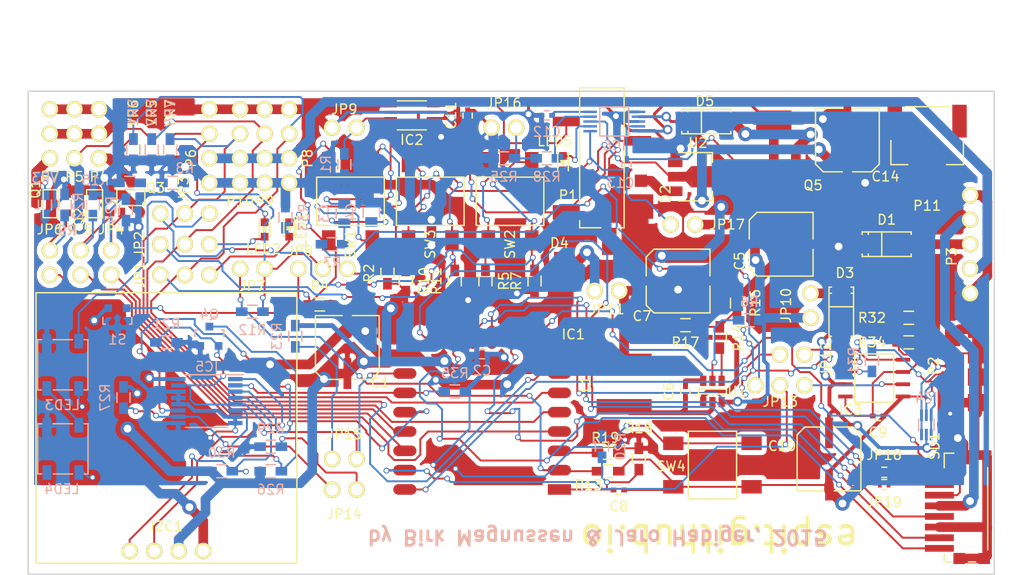
<source format=kicad_pcb>
(kicad_pcb (version 4) (host pcbnew 4.0.0-rc1-stable)
  (layers (0 F.Cu signal) (31 B.Cu signal) (34 B.Paste user) (35 F.Paste user) (36 B.SilkS user) (37 F.SilkS user) (38 B.Mask user) (39 F.Mask user) (44 Edge.Cuts user))
  (net 0 "")
  (net 1 GND)
  (net 2 +3V3)
  (net 3 "Net-(C3-Pad1)")
  (net 4 "Net-(C3-Pad2)")
  (net 5 +12V)
  (net 6 "Net-(C6-Pad1)")
  (net 7 "Net-(C6-Pad2)")
  (net 8 "Net-(C7-Pad1)")
  (net 9 "Net-(C8-Pad2)")
  (net 10 "Net-(C9-Pad2)")
  (net 11 "Net-(C10-Pad1)")
  (net 12 "Net-(C12-Pad2)")
  (net 13 "Net-(C13-Pad1)")
  (net 14 "Net-(C13-Pad2)")
  (net 15 +BATT)
  (net 16 VIn)
  (net 17 +5V)
  (net 18 "Net-(D5-Pad2)")
  (net 19 I2C_0)
  (net 20 I2C_1)
  (net 21 "Net-(IC1-Pad9)")
  (net 22 "Net-(IC1-Pad10)")
  (net 23 "Net-(IC1-Pad11)")
  (net 24 "Net-(IC1-Pad12)")
  (net 25 "Net-(IC1-Pad13)")
  (net 26 "Net-(IC1-Pad14)")
  (net 27 "Net-(IC1-Pad2)")
  (net 28 "Net-(IC1-Pad3)")
  (net 29 "Net-(IC1-Pad4)")
  (net 30 GPIO3)
  (net 31 GPIO1)
  (net 32 GPIO2)
  (net 33 I2C_TRIG)
  (net 34 BOOT1)
  (net 35 BOOT2)
  (net 36 "Net-(IC1-Pad19)")
  (net 37 "Net-(IC1-Pad20)")
  (net 38 TxD_USB)
  (net 39 RxD_USB)
  (net 40 "Net-(IC2-Pad5)")
  (net 41 "Net-(IC2-Pad8)")
  (net 42 "Net-(IC2-Pad3)")
  (net 43 "Net-(IC3-Pad5)")
  (net 44 "Net-(IC3-Pad6)")
  (net 45 "Net-(IC3-Pad4)")
  (net 46 "Net-(IC3-Pad2)")
  (net 47 "Net-(IC4-Pad1)")
  (net 48 "Net-(IC4-Pad3)")
  (net 49 "Net-(IC5-Pad6)")
  (net 50 "Net-(IC5-Pad10)")
  (net 51 "Net-(IC6-Pad4)")
  (net 52 "Net-(IC6-Pad10)")
  (net 53 "Net-(JP1-Pad3)")
  (net 54 "Net-(JP1-Pad1)")
  (net 55 "Net-(JP2-Pad3)")
  (net 56 "Net-(JP3-Pad3)")
  (net 57 "Net-(JP4-Pad2)")
  (net 58 "Net-(JP5-Pad2)")
  (net 59 "Net-(JP6-Pad2)")
  (net 60 AIn)
  (net 61 "Net-(JP8-Pad3)")
  (net 62 "Net-(JP14-Pad2)")
  (net 63 "Net-(JP15-Pad2)")
  (net 64 "Net-(JP16-Pad1)")
  (net 65 "Net-(JP18-Pad2)")
  (net 66 "Net-(JP19-Pad1)")
  (net 67 "Net-(P2-Pad4)")
  (net 68 VUser)
  (net 69 LOut1)
  (net 70 LOut2)
  (net 71 LOut3)
  (net 72 "Net-(R2-Pad1)")
  (net 73 "Net-(R5-Pad2)")
  (net 74 "Net-(R6-Pad2)")
  (net 75 "Net-(R10-Pad2)")
  (net 76 "Net-(R14-Pad1)")
  (net 77 "Net-(R14-Pad2)")
  (net 78 "Net-(R20-Pad2)")
  (net 79 "Net-(D4-Pad2)")
  (net 80 "Net-(IC6-Pad2)")
  (net 81 "Net-(JP2-Pad1)")
  (net 82 "Net-(LED1-Pad1)")
  (net 83 "Net-(LED2-Pad1)")
  (net 84 "Net-(LED3-Pad1)")
  (net 85 Audio)
  (net 86 "Net-(D2-Pad2)")
  (net 87 led)
  (net 88 "Net-(LED3-Pad2)")
  (net 89 "Net-(LED4-Pad2)")
  (module Custom:UPS115UE3_TR7 (layer F.Cu) (at 63.4238 11.938 90)
    (fp_text reference D2 (at 1.27 2.54 90) (layer F.SilkS))
    (fp_text value UPS115UE3/TR7CT-ND)
    (pad 1 smd rect (at 0 0 90) (size 2.54 2.54) (layers F.Cu F.Paste F.Mask) (net 2 +3V3))
    (pad 2 smd rect (at 2.67 0 90) (size 1.27 1.27) (layers F.Cu F.Paste F.Mask) (net 86 "Net-(D2-Pad2)"))
  )
  (module LEDs:LED-0603 (layer F.Cu) (at 55.3593 7.4422 270)
    (fp_text reference LED5 (at -2.2606 0.8382 360) (layer F.SilkS))
    (fp_text value LED_0603)
    (pad 2 smd rect (at 0.7493 0 90) (size 0.79756 0.79756) (layers F.Cu F.Paste F.Mask) (net 14 "Net-(C13-Pad2)"))
    (pad 1 smd rect (at -0.7493 0 90) (size 0.79756 0.79756) (layers F.Cu F.Paste F.Mask) (net 80 "Net-(IC6-Pad2)"))
  )
  (module Custom:5050 (layer B.Cu) (at 3.5941 37.0205 90)
    (fp_text reference LED4 (at -4.1656 -0.1143 180) (layer B.SilkS) (effects (justify mirror)))
    (fp_text value WS2812B)
    (pad 4 smd rect (at 2.45 1.65 90) (size 1.5 0.9) (layers B.Cu B.Paste B.Mask) (net 88 "Net-(LED3-Pad2)"))
    (pad 3 smd rect (at 2.45 -1.65 90) (size 1.5 0.9) (layers B.Cu B.Paste B.Mask) (net 1 GND))
    (pad 1 smd rect (at -2.45 1.65 90) (size 1.5 0.9) (layers B.Cu B.Paste B.Mask) (net 2 +3V3))
    (pad 2 smd rect (at -2.45 -1.65 90) (size 1.5 0.9) (layers B.Cu B.Paste B.Mask) (net 89 "Net-(LED4-Pad2)"))
  )
  (module Custom:5050 (layer B.Cu) (at 3.5814 28.321 90)
    (fp_text reference LED3 (at -4.1656 -0.0508 360) (layer B.SilkS) (effects (justify mirror)))
    (fp_text value WS2812B)
    (pad 4 smd rect (at 2.45 1.65 90) (size 1.5 0.9) (layers B.Cu B.Paste B.Mask) (net 87 led))
    (pad 3 smd rect (at 2.45 -1.65 90) (size 1.5 0.9) (layers B.Cu B.Paste B.Mask) (net 1 GND))
    (pad 1 smd rect (at -2.45 1.65 90) (size 1.5 0.9) (layers B.Cu B.Paste B.Mask) (net 2 +3V3))
    (pad 2 smd rect (at -2.45 -1.65 90) (size 1.5 0.9) (layers B.Cu B.Paste B.Mask) (net 88 "Net-(LED3-Pad2)"))
  )
  (module Custom:Conn_3 (layer F.Cu) (at 80.3529 30.4419 180)
    (fp_text reference JP13 (at 2.5 -1.7 180) (layer F.SilkS))
    (fp_text value JUMPER3)
    (pad 3 thru_hole circle (at 5.08 0 180) (size 1.7 1.7) (drill 1.2) (layers *.Cu *.Mask F.SilkS) (net 85 Audio))
    (pad 2 thru_hole circle (at 2.54 0 180) (size 1.7 1.7) (drill 1.2) (layers *.Cu *.Mask F.SilkS) (net 38 TxD_USB))
    (pad 1 thru_hole circle (at 0 0 180) (size 1.7 1.7) (drill 1.2) (layers *.Cu *.Mask F.SilkS) (net 46 "Net-(IC3-Pad2)"))
  )
  (module Resistors_SMD:R_0603_HandSoldering (layer B.Cu) (at 26.6319 13.0429 90)
    (fp_text reference R33 (at 0 1.9 90) (layer B.SilkS) (effects (justify mirror)))
    (fp_text value 1.6k)
    (pad 1 smd rect (at -1.1 0 90) (size 1.2 0.9) (layers B.Cu B.Paste B.Mask) (net 82 "Net-(LED1-Pad1)"))
    (pad 2 smd rect (at 1.1 0 90) (size 1.2 0.9) (layers B.Cu B.Paste B.Mask) (net 1 GND))
  )
  (module LEDs:LED-0603 (layer F.Cu) (at 27.0129 14.3129 270)
    (fp_text reference LED1 (at 0.0508 -1.27 270) (layer F.SilkS))
    (fp_text value LED_0603)
    (pad 2 smd rect (at 0.7493 0 90) (size 0.79756 0.79756) (layers F.Cu F.Paste F.Mask) (net 54 "Net-(JP1-Pad1)"))
    (pad 1 smd rect (at -0.7493 0 90) (size 0.79756 0.79756) (layers F.Cu F.Paste F.Mask) (net 82 "Net-(LED1-Pad1)"))
  )
  (module Custom:SOT-666_N (layer B.Cu) (at 92.9679 34.5369)
    (fp_text reference IC4 (at 0 -2.8) (layer B.SilkS) (effects (justify mirror)))
    (fp_text value USBLC6_2SC6)
    (pad 6 smd rect (at -0.5 1) (size 0.3 1.2) (layers B.Cu B.Paste B.Mask) (net 47 "Net-(IC4-Pad1)"))
    (pad 5 smd rect (at 0 1) (size 0.3 1.2) (layers B.Cu B.Paste B.Mask) (net 11 "Net-(C10-Pad1)"))
    (pad 4 smd rect (at 0.5 1) (size 0.3 1.2) (layers B.Cu B.Paste B.Mask) (net 48 "Net-(IC4-Pad3)"))
    (pad 1 smd rect (at -0.5 -1) (size 0.3 1.2) (layers B.Cu B.Paste B.Mask) (net 47 "Net-(IC4-Pad1)"))
    (pad 2 smd rect (at 0 -1) (size 0.3 1.2) (layers B.Cu B.Paste B.Mask) (net 1 GND))
    (pad 3 smd rect (at 0.5 -1) (size 0.3 1.2) (layers B.Cu B.Paste B.Mask) (net 48 "Net-(IC4-Pad3)"))
  )
  (module Custom:VSSOP-8_N (layer F.Cu) (at 39.7129 2.5019 270)
    (fp_text reference IC2 (at 2.54 0 540) (layer F.SilkS))
    (fp_text value LM4906MM/NOPB)
    (pad 5 smd rect (at 0.98 -2.2 270) (size 0.3 1.3) (layers F.Cu F.Paste F.Mask) (net 40 "Net-(IC2-Pad5)"))
    (pad 6 smd rect (at 0.32 -2.2 270) (size 0.3 1.3) (layers F.Cu F.Paste F.Mask) (net 2 +3V3))
    (pad 7 smd rect (at -0.32 -2.2 270) (size 0.3 1.3) (layers F.Cu F.Paste F.Mask) (net 1 GND))
    (pad 8 smd rect (at -0.98 -2.2 270) (size 0.3 1.3) (layers F.Cu F.Paste F.Mask) (net 41 "Net-(IC2-Pad8)"))
    (pad 3 smd rect (at 0.32 2.2 270) (size 0.3 1.3) (layers F.Cu F.Paste F.Mask) (net 42 "Net-(IC2-Pad3)"))
    (pad 2 smd rect (at -0.32 2.2 270) (size 0.3 1.3) (layers F.Cu F.Paste F.Mask) (net 1 GND))
    (pad 1 smd rect (at -0.98 2.2 270) (size 0.3 1.3) (layers F.Cu F.Paste F.Mask) (net 2 +3V3))
    (pad 4 smd rect (at 0.98 2.2 270) (size 0.3 1.3) (layers F.Cu F.Paste F.Mask) (net 3 "Net-(C3-Pad1)"))
  )
  (module Custom:DO-214AC_N (layer F.Cu) (at 70.1929 3.1369 180)
    (fp_text reference D5 (at 0.155 2.11 180) (layer F.SilkS))
    (fp_text value SK34A-LTP)
    (pad 2 smd rect (at -1.9 0 180) (size 2.5 1.8) (layers F.Cu F.Paste F.Mask) (net 18 "Net-(D5-Pad2)"))
    (pad 1 smd rect (at 1.9 0 180) (size 2.5 1.8) (layers F.Cu F.Paste F.Mask) (net 15 +BATT))
  )
  (module Custom:UWT1E101MCL1GS_N (layer F.Cu) (at 33.0379 26.5269 180)
    (fp_text reference C1 (at -3.4 -3.65 180) (layer F.SilkS))
    (fp_text value UWT1E101MCL1GS)
    (pad 2 smd rect (at 0 2.7 180) (size 0.8 3.2) (layers F.Cu F.Paste F.Mask) (net 1 GND))
    (pad 1 smd rect (at 0 -2.7 180) (size 0.8 3.2) (layers F.Cu F.Paste F.Mask) (net 2 +3V3))
  )
  (module Custom:UWT1E101MCL1GS_N (layer F.Cu) (at 77.9399 15.8369 90)
    (fp_text reference C5 (at -1.74 -4.302 90) (layer F.SilkS))
    (fp_text value UWT1E101MCL1GS)
    (pad 2 smd rect (at 0 2.7 90) (size 0.8 3.2) (layers F.Cu F.Paste F.Mask) (net 1 GND))
    (pad 1 smd rect (at 0 -2.7 90) (size 0.8 3.2) (layers F.Cu F.Paste F.Mask) (net 5 +12V))
  )
  (module Custom:UWT1E101MCL1GS_N (layer F.Cu) (at 67.2719 19.6469 90)
    (fp_text reference C7 (at -3.63 -3.734 180) (layer F.SilkS))
    (fp_text value UWT1E101MCL1GS)
    (pad 2 smd rect (at 0 2.7 90) (size 0.8 3.2) (layers F.Cu F.Paste F.Mask) (net 1 GND))
    (pad 1 smd rect (at 0 -2.7 90) (size 0.8 3.2) (layers F.Cu F.Paste F.Mask) (net 8 "Net-(C7-Pad1)"))
  )
  (module Custom:UWT1E101MCL1GS_N (layer F.Cu) (at 82.8929 38.0619)
    (fp_text reference C10 (at -4.855 -1.335) (layer F.SilkS))
    (fp_text value UWT1E101MCL1GS)
    (pad 2 smd rect (at 0 2.7) (size 0.8 3.2) (layers F.Cu F.Paste F.Mask) (net 1 GND))
    (pad 1 smd rect (at 0 -2.7) (size 0.8 3.2) (layers F.Cu F.Paste F.Mask) (net 11 "Net-(C10-Pad1)"))
  )
  (module Custom:UWT1E101MCL1GS_N (layer F.Cu) (at 84.7979 5.0419 180)
    (fp_text reference C14 (at -3.94 -3.785 180) (layer F.SilkS))
    (fp_text value UWT1E101MCL1GS)
    (pad 2 smd rect (at 0 2.7 180) (size 0.8 3.2) (layers F.Cu F.Paste F.Mask) (net 1 GND))
    (pad 1 smd rect (at 0 -2.7 180) (size 0.8 3.2) (layers F.Cu F.Paste F.Mask) (net 15 +BATT))
  )
  (module Custom:SJ-3523-SMT-TR_N (layer F.Cu) (at 59.3979 3.1369 270)
    (fp_text reference P1 (at 7.64 3.51 360) (layer F.SilkS))
    (fp_text value SJ-3523-SMT-TR)
    (pad 5 smd rect (at 0 3.7 270) (size 1 2.8) (layers F.Cu F.Paste F.Mask) (net 41 "Net-(IC2-Pad8)"))
    (pad 4 smd rect (at 2 -3.7 270) (size 1 2.8) (layers F.Cu F.Paste F.Mask) (net 40 "Net-(IC2-Pad5)"))
    (pad 1 smd rect (at 9.4 3.7 270) (size 1.5 2.8) (layers F.Cu F.Paste F.Mask) (net 40 "Net-(IC2-Pad5)"))
    (pad "" smd rect (at 12.4 -0.75 270) (size 2.8 1.5) (layers F.Cu F.Paste F.Mask))
  )
  (module Custom:DO-214AC_N (layer F.Cu) (at 84.1629 22.8219 90)
    (fp_text reference D3 (at 4.012 0.378 180) (layer F.SilkS))
    (fp_text value SK34A-LTP)
    (pad 2 smd rect (at -1.9 0 90) (size 2.5 1.8) (layers F.Cu F.Paste F.Mask) (net 11 "Net-(C10-Pad1)"))
    (pad 1 smd rect (at 1.9 0 90) (size 2.5 1.8) (layers F.Cu F.Paste F.Mask) (net 17 +5V))
  )
  (module Custom:DO-214AC_N (layer F.Cu) (at 88.8619 15.8369 180)
    (fp_text reference D1 (at 0 2.54 180) (layer F.SilkS))
    (fp_text value SK34A-LTP)
    (pad 2 smd rect (at -1.9 0 180) (size 2.5 1.8) (layers F.Cu F.Paste F.Mask) (net 16 VIn))
    (pad 1 smd rect (at 1.9 0 180) (size 2.5 1.8) (layers F.Cu F.Paste F.Mask) (net 5 +12V))
  )
  (module Custom:i2c (layer F.Cu) (at 14.3129 47.5869 180)
    (fp_text reference I2C1 (at 0 2.54 180) (layer F.SilkS))
    (fp_text value "IIC Serial 128X64")
    (pad 4 thru_hole circle (at 3.81 0 180) (size 1.7 1.7) (drill 1.2) (layers *.Cu *.Mask F.SilkS) (net 19 I2C_0))
    (pad 3 thru_hole circle (at 1.27 0 180) (size 1.7 1.7) (drill 1.2) (layers *.Cu *.Mask F.SilkS) (net 20 I2C_1))
    (pad 2 thru_hole circle (at -1.27 0 180) (size 1.7 1.7) (drill 1.2) (layers *.Cu *.Mask F.SilkS) (net 2 +3V3))
    (pad 1 thru_hole circle (at -3.81 0 180) (size 1.7 1.7) (drill 1.2) (layers *.Cu *.Mask F.SilkS) (net 1 GND))
  )
  (module Resistors_SMD:R_0603_HandSoldering (layer F.Cu) (at 14.6939 6.0579 270)
    (fp_text reference VR7 (at -3.81 0 450) (layer F.SilkS))
    (fp_text value MLVA06V05C270)
    (pad 1 smd rect (at -1.1 0 270) (size 1.2 0.9) (layers F.Cu F.Paste F.Mask) (net 60 AIn))
    (pad 2 smd rect (at 1.1 0 270) (size 1.2 0.9) (layers F.Cu F.Paste F.Mask) (net 1 GND))
  )
  (module Resistors_SMD:R_0603_HandSoldering (layer F.Cu) (at 10.8839 6.0579 270)
    (fp_text reference VR6 (at -3.81 0 270) (layer F.SilkS))
    (fp_text value MLVA06V05C270)
    (pad 1 smd rect (at -1.1 0 270) (size 1.2 0.9) (layers F.Cu F.Paste F.Mask) (net 69 LOut1))
    (pad 2 smd rect (at 1.1 0 270) (size 1.2 0.9) (layers F.Cu F.Paste F.Mask) (net 1 GND))
  )
  (module Resistors_SMD:R_0603_HandSoldering (layer F.Cu) (at 12.7889 6.0579 270)
    (fp_text reference VR5 (at -3.81 0 450) (layer F.SilkS))
    (fp_text value MLVA06V05C270)
    (pad 1 smd rect (at -1.1 0 270) (size 1.2 0.9) (layers F.Cu F.Paste F.Mask) (net 70 LOut2))
    (pad 2 smd rect (at 1.1 0 270) (size 1.2 0.9) (layers F.Cu F.Paste F.Mask) (net 1 GND))
  )
  (module Resistors_SMD:R_0603_HandSoldering (layer B.Cu) (at 14.6939 6.0579 90)
    (fp_text reference VR4 (at 3.81 0 270) (layer B.SilkS) (effects (justify mirror)))
    (fp_text value MLVA06V05C270)
    (pad 1 smd rect (at -1.1 0 90) (size 1.2 0.9) (layers B.Cu B.Paste B.Mask) (net 1 GND))
    (pad 2 smd rect (at 1.1 0 90) (size 1.2 0.9) (layers B.Cu B.Paste B.Mask) (net 30 GPIO3))
  )
  (module Resistors_SMD:R_0603_HandSoldering (layer B.Cu) (at 1.7399 11.7729 270)
    (fp_text reference VR3 (at -2.794 0 360) (layer B.SilkS) (effects (justify mirror)))
    (fp_text value MLVA06V05C270)
    (pad 1 smd rect (at -1.1 0 270) (size 1.2 0.9) (layers B.Cu B.Paste B.Mask) (net 71 LOut3))
    (pad 2 smd rect (at 1.1 0 270) (size 1.2 0.9) (layers B.Cu B.Paste B.Mask) (net 1 GND))
  )
  (module Resistors_SMD:R_0603_HandSoldering (layer B.Cu) (at 12.7889 6.0579 270)
    (fp_text reference VR2 (at -3.81 0 270) (layer B.SilkS) (effects (justify mirror)))
    (fp_text value MLVA06V05C270)
    (pad 1 smd rect (at -1.1 0 270) (size 1.2 0.9) (layers B.Cu B.Paste B.Mask) (net 32 GPIO2))
    (pad 2 smd rect (at 1.1 0 270) (size 1.2 0.9) (layers B.Cu B.Paste B.Mask) (net 1 GND))
  )
  (module Resistors_SMD:R_0603_HandSoldering (layer B.Cu) (at 10.8839 6.0579 270)
    (fp_text reference VR1 (at -3.81 0 270) (layer B.SilkS) (effects (justify mirror)))
    (fp_text value MLVA06V05C270)
    (pad 1 smd rect (at -1.1 0 270) (size 1.2 0.9) (layers B.Cu B.Paste B.Mask) (net 31 GPIO1))
    (pad 2 smd rect (at 1.1 0 270) (size 1.2 0.9) (layers B.Cu B.Paste B.Mask) (net 1 GND))
  )
  (module Custom:SOT89-3L (layer F.Cu) (at 70.8279 8.8519 270)
    (fp_text reference U2 (at -3.5 1.5 360) (layer F.SilkS))
    (fp_text value AP7215-33YG-13)
    (pad 1 smd rect (at -1.5 3.85 270) (size 1 1.5) (layers F.Cu F.Paste F.Mask) (net 1 GND))
    (pad 2 smd trapezoid (at 0 2.65 270) (size 1.2 0.9) (rect_delta 0 -1) (layers F.Cu F.Paste F.Mask) (net 15 +BATT))
    (pad 2 smd trapezoid (at 0 -0.45 270) (size 1.2 0.9) (rect_delta 0 1) (layers F.Cu F.Paste F.Mask) (net 15 +BATT))
    (pad 2 smd rect (at 0 1.1 270) (size 2.2 2.2) (layers F.Cu F.Paste F.Mask) (net 15 +BATT))
    (pad 2 smd rect (at 0 3.4 270) (size 1 2.4) (layers F.Cu F.Paste F.Mask) (net 15 +BATT))
    (pad 3 smd rect (at 1.5 3.85 270) (size 1 1.5) (layers F.Cu F.Paste F.Mask) (net 86 "Net-(D2-Pad2)"))
  )
  (module TO_SOT_Packages_SMD:SOT-23-6 (layer F.Cu) (at 70.8279 31.0769 90)
    (fp_text reference U1 (at 0 2.54 180) (layer F.SilkS))
    (fp_text value MP1470)
    (pad 1 smd rect (at -1.1 -0.95 90) (size 1.06 0.65) (layers F.Cu F.Paste F.Mask) (net 1 GND))
    (pad 2 smd rect (at -1.1 0 90) (size 1.06 0.65) (layers F.Cu F.Paste F.Mask) (net 6 "Net-(C6-Pad1)"))
    (pad 3 smd rect (at -1.1 0.95 90) (size 1.06 0.65) (layers F.Cu F.Paste F.Mask) (net 5 +12V))
    (pad 4 smd rect (at 1.1 0.95 90) (size 1.06 0.65) (layers F.Cu F.Paste F.Mask) (net 77 "Net-(R14-Pad2)"))
    (pad 6 smd rect (at 1.1 -0.95 90) (size 1.06 0.65) (layers F.Cu F.Paste F.Mask) (net 7 "Net-(C6-Pad2)"))
    (pad 5 smd rect (at 1.1 0 90) (size 1.06 0.65) (layers F.Cu F.Paste F.Mask) (net 74 "Net-(R6-Pad2)"))
  )
  (module Custom:FSM2JSMA (layer F.Cu) (at 70.8279 38.6969 270)
    (fp_text reference SW4 (at 0.13 4.29 360) (layer F.SilkS))
    (fp_text value FSM4JSMA)
    (pad 2 smd rect (at 2.25 4.05 270) (size 1.4 2.1) (layers F.Cu F.Paste F.Mask) (net 1 GND))
    (pad 2 smd rect (at 2.25 -4.05 270) (size 1.4 2.1) (layers F.Cu F.Paste F.Mask) (net 1 GND))
    (pad 1 smd rect (at -2.25 4.05 270) (size 1.4 2.1) (layers F.Cu F.Paste F.Mask) (net 78 "Net-(R20-Pad2)"))
    (pad 1 smd rect (at -2.25 -4.05 270) (size 1.4 2.1) (layers F.Cu F.Paste F.Mask) (net 78 "Net-(R20-Pad2)"))
  )
  (module Custom:FSM2JSMA (layer F.Cu) (at 41.6179 11.3919 180)
    (fp_text reference SW3 (at 0 -4.445 270) (layer F.SilkS))
    (fp_text value FSM4JSMA)
    (pad 2 smd rect (at 2.25 4.05 180) (size 1.4 2.1) (layers F.Cu F.Paste F.Mask) (net 75 "Net-(R10-Pad2)"))
    (pad 2 smd rect (at 2.25 -4.05 180) (size 1.4 2.1) (layers F.Cu F.Paste F.Mask) (net 75 "Net-(R10-Pad2)"))
    (pad 1 smd rect (at -2.25 4.05 180) (size 1.4 2.1) (layers F.Cu F.Paste F.Mask) (net 56 "Net-(JP3-Pad3)"))
    (pad 1 smd rect (at -2.25 -4.05 180) (size 1.4 2.1) (layers F.Cu F.Paste F.Mask) (net 56 "Net-(JP3-Pad3)"))
  )
  (module Custom:FSM2JSMA (layer F.Cu) (at 49.8729 11.3919 180)
    (fp_text reference SW2 (at 0 -4.445 270) (layer F.SilkS))
    (fp_text value FSM4JSMA)
    (pad 2 smd rect (at 2.25 4.05 180) (size 1.4 2.1) (layers F.Cu F.Paste F.Mask) (net 73 "Net-(R5-Pad2)"))
    (pad 2 smd rect (at 2.25 -4.05 180) (size 1.4 2.1) (layers F.Cu F.Paste F.Mask) (net 73 "Net-(R5-Pad2)"))
    (pad 1 smd rect (at -2.25 4.05 180) (size 1.4 2.1) (layers F.Cu F.Paste F.Mask) (net 55 "Net-(JP2-Pad3)"))
    (pad 1 smd rect (at -2.25 -4.05 180) (size 1.4 2.1) (layers F.Cu F.Paste F.Mask) (net 55 "Net-(JP2-Pad3)"))
  )
  (module Custom:FSM2JSMA (layer F.Cu) (at 33.3629 11.3919 180)
    (fp_text reference SW1 (at 0 -4.445 270) (layer F.SilkS))
    (fp_text value FSM4JSMA)
    (pad 2 smd rect (at 2.25 4.05 180) (size 1.4 2.1) (layers F.Cu F.Paste F.Mask) (net 53 "Net-(JP1-Pad3)"))
    (pad 2 smd rect (at 2.25 -4.05 180) (size 1.4 2.1) (layers F.Cu F.Paste F.Mask) (net 53 "Net-(JP1-Pad3)"))
    (pad 1 smd rect (at -2.25 4.05 180) (size 1.4 2.1) (layers F.Cu F.Paste F.Mask) (net 72 "Net-(R2-Pad1)"))
    (pad 1 smd rect (at -2.25 -4.05 180) (size 1.4 2.1) (layers F.Cu F.Paste F.Mask) (net 72 "Net-(R2-Pad1)"))
  )
  (module Custom:475710001 (layer F.Cu) (at 95.3179 43.4669 90)
    (fp_text reference SD1 (at 6.75 -1.5 90) (layer F.SilkS))
    (fp_text value SD-MICRO)
    (pad M2 smd rect (at -4.9 3.64 90) (size 1.15 1.2) (layers F.Cu F.Paste F.Mask) (net 1 GND))
    (pad 3 smd rect (at 1.65 -1 90) (size 0.7 3) (layers F.Cu F.Paste F.Mask) (net 21 "Net-(IC1-Pad9)"))
    (pad 1 smd rect (at 3.85 -1 90) (size 0.7 3) (layers F.Cu F.Paste F.Mask) (net 65 "Net-(JP18-Pad2)"))
    (pad 2 smd rect (at 2.75 -1 90) (size 0.7 3) (layers F.Cu F.Paste F.Mask) (net 66 "Net-(JP19-Pad1)"))
    (pad 4 smd rect (at 0.55 -1 90) (size 0.7 3) (layers F.Cu F.Paste F.Mask) (net 2 +3V3))
    (pad 5 smd rect (at -0.55 -1 90) (size 0.7 3) (layers F.Cu F.Paste F.Mask) (net 26 "Net-(IC1-Pad14)"))
    (pad 6 smd rect (at -1.65 -1 90) (size 0.7 3) (layers F.Cu F.Paste F.Mask) (net 1 GND))
    (pad 7 smd rect (at -2.75 -1 90) (size 0.7 3) (layers F.Cu F.Paste F.Mask) (net 22 "Net-(IC1-Pad10)"))
    (pad 8 smd rect (at -3.85 -1 90) (size 0.7 3) (layers F.Cu F.Paste F.Mask) (net 25 "Net-(IC1-Pad13)"))
    (pad M1 smd rect (at -4.9 1.05 90) (size 1.15 1.2) (layers F.Cu F.Paste F.Mask) (net 1 GND))
    (pad M3 smd rect (at 5.575 1.49 90) (size 1.45 1.2) (layers F.Cu F.Paste F.Mask) (net 1 GND))
    (pad M4 smd rect (at 5.8 2.64 90) (size 1 0.7) (layers F.Cu F.Paste F.Mask) (net 1 GND))
    (pad M5 smd rect (at 5.575 3.94 90) (size 1.45 0.9) (layers F.Cu F.Paste F.Mask) (net 1 GND))
  )
  (module TO_SOT_Packages_SMD:SOT-23 (layer B.Cu) (at 9.2329 23.4569)
    (fp_text reference S1 (at 0 2.25) (layer B.SilkS) (effects (justify mirror)))
    (fp_text value MCP9700)
    (pad 1 smd rect (at -0.95 -1.00076) (size 0.8001 0.8001) (layers B.Cu B.Paste B.Mask) (net 2 +3V3))
    (pad 2 smd rect (at 0.95 -1.00076) (size 0.8001 0.8001) (layers B.Cu B.Paste B.Mask) (net 61 "Net-(JP8-Pad3)"))
    (pad 3 smd rect (at 0 0.99822) (size 0.8001 0.8001) (layers B.Cu B.Paste B.Mask) (net 1 GND))
  )
  (module Resistors_SMD:R_0603_HandSoldering (layer B.Cu) (at 44.1579 31.0769 180)
    (fp_text reference R35 (at 0 1.9 180) (layer B.SilkS) (effects (justify mirror)))
    (fp_text value 10k)
    (pad 1 smd rect (at -1.1 0 180) (size 1.2 0.9) (layers B.Cu B.Paste B.Mask) (net 2 +3V3))
    (pad 2 smd rect (at 1.1 0 180) (size 1.2 0.9) (layers B.Cu B.Paste B.Mask) (net 34 BOOT1))
  )
  (module Resistors_SMD:R_0603_HandSoldering (layer F.Cu) (at 91.1479 25.9969)
    (fp_text reference R34 (at -3.81 0) (layer F.SilkS))
    (fp_text value 1.5k)
    (pad 1 smd rect (at -1.1 0) (size 1.2 0.9) (layers F.Cu F.Paste F.Mask) (net 10 "Net-(C9-Pad2)"))
    (pad 2 smd rect (at 1.1 0) (size 1.2 0.9) (layers F.Cu F.Paste F.Mask) (net 47 "Net-(IC4-Pad1)"))
  )
  (module Resistors_SMD:R_0603_HandSoldering (layer F.Cu) (at 91.1479 23.4569 180)
    (fp_text reference R32 (at 3.81 0 180) (layer F.SilkS))
    (fp_text value 27)
    (pad 1 smd rect (at -1.1 0 180) (size 1.2 0.9) (layers F.Cu F.Paste F.Mask) (net 47 "Net-(IC4-Pad1)"))
    (pad 2 smd rect (at 1.1 0 180) (size 1.2 0.9) (layers F.Cu F.Paste F.Mask) (net 43 "Net-(IC3-Pad5)"))
  )
  (module Resistors_SMD:R_0603_HandSoldering (layer B.Cu) (at 87.3379 27.9019 270)
    (fp_text reference R31 (at 0 1.9 270) (layer B.SilkS) (effects (justify mirror)))
    (fp_text value 27)
    (pad 1 smd rect (at -1.1 0 270) (size 1.2 0.9) (layers B.Cu B.Paste B.Mask) (net 48 "Net-(IC4-Pad3)"))
    (pad 2 smd rect (at 1.1 0 270) (size 1.2 0.9) (layers B.Cu B.Paste B.Mask) (net 44 "Net-(IC3-Pad6)"))
  )
  (module Resistors_SMD:R_0603_HandSoldering (layer B.Cu) (at 20.0279 39.3319 180)
    (fp_text reference R30 (at 0 1.9 180) (layer B.SilkS) (effects (justify mirror)))
    (fp_text value 10k)
    (pad 1 smd rect (at -1.1 0 180) (size 1.2 0.9) (layers B.Cu B.Paste B.Mask) (net 19 I2C_0))
    (pad 2 smd rect (at 1.1 0 180) (size 1.2 0.9) (layers B.Cu B.Paste B.Mask) (net 2 +3V3))
  )
  (module Resistors_SMD:R_0603_HandSoldering (layer B.Cu) (at 25.1079 36.7919 180)
    (fp_text reference R29 (at 0 1.9 180) (layer B.SilkS) (effects (justify mirror)))
    (fp_text value 10k)
    (pad 1 smd rect (at -1.1 0 180) (size 1.2 0.9) (layers B.Cu B.Paste B.Mask) (net 62 "Net-(JP14-Pad2)"))
    (pad 2 smd rect (at 1.1 0 180) (size 1.2 0.9) (layers B.Cu B.Paste B.Mask) (net 1 GND))
  )
  (module Resistors_SMD:R_0603_HandSoldering (layer B.Cu) (at 53.6829 6.9469)
    (fp_text reference R28 (at 0 1.9) (layer B.SilkS) (effects (justify mirror)))
    (fp_text value 3.5k)
    (pad 1 smd rect (at -1.1 0) (size 1.2 0.9) (layers B.Cu B.Paste B.Mask) (net 64 "Net-(JP16-Pad1)"))
    (pad 2 smd rect (at 1.1 0) (size 1.2 0.9) (layers B.Cu B.Paste B.Mask) (net 51 "Net-(IC6-Pad4)"))
  )
  (module Resistors_SMD:R_0603_HandSoldering (layer B.Cu) (at 9.8679 31.7119 270)
    (fp_text reference R27 (at 0 1.9 270) (layer B.SilkS) (effects (justify mirror)))
    (fp_text value 100k)
    (pad 1 smd rect (at -1.1 0 270) (size 1.2 0.9) (layers B.Cu B.Paste B.Mask) (net 2 +3V3))
    (pad 2 smd rect (at 1.1 0 270) (size 1.2 0.9) (layers B.Cu B.Paste B.Mask) (net 50 "Net-(IC5-Pad10)"))
  )
  (module Resistors_SMD:R_0603_HandSoldering (layer B.Cu) (at 25.1079 39.3319)
    (fp_text reference R26 (at 0 1.9) (layer B.SilkS) (effects (justify mirror)))
    (fp_text value 10k)
    (pad 1 smd rect (at -1.1 0) (size 1.2 0.9) (layers B.Cu B.Paste B.Mask) (net 2 +3V3))
    (pad 2 smd rect (at 1.1 0) (size 1.2 0.9) (layers B.Cu B.Paste B.Mask) (net 49 "Net-(IC5-Pad6)"))
  )
  (module Resistors_SMD:R_0603_HandSoldering (layer B.Cu) (at 49.2379 6.9469)
    (fp_text reference R25 (at 0 1.9) (layer B.SilkS) (effects (justify mirror)))
    (fp_text value 11k)
    (pad 1 smd rect (at -1.1 0) (size 1.2 0.9) (layers B.Cu B.Paste B.Mask) (net 1 GND))
    (pad 2 smd rect (at 1.1 0) (size 1.2 0.9) (layers B.Cu B.Paste B.Mask) (net 64 "Net-(JP16-Pad1)"))
  )
  (module Resistors_SMD:R_0603_HandSoldering (layer B.Cu) (at 10.1219 12.2809 270)
    (fp_text reference R24 (at 0 1.524 270) (layer B.SilkS) (effects (justify mirror)))
    (fp_text value 100k)
    (pad 1 smd rect (at -1.1 0 270) (size 1.2 0.9) (layers B.Cu B.Paste B.Mask) (net 57 "Net-(JP4-Pad2)"))
    (pad 2 smd rect (at 1.1 0 270) (size 1.2 0.9) (layers B.Cu B.Paste B.Mask) (net 1 GND))
  )
  (module Resistors_SMD:R_0603_HandSoldering (layer B.Cu) (at 27.6479 25.3619 270)
    (fp_text reference R23 (at 0 1.9 270) (layer B.SilkS) (effects (justify mirror)))
    (fp_text value 10k)
    (pad 1 smd rect (at -1.1 0 270) (size 1.2 0.9) (layers B.Cu B.Paste B.Mask) (net 2 +3V3))
    (pad 2 smd rect (at 1.1 0 270) (size 1.2 0.9) (layers B.Cu B.Paste B.Mask) (net 63 "Net-(JP15-Pad2)"))
  )
  (module Resistors_SMD:R_0603_HandSoldering (layer B.Cu) (at 6.6929 11.7729 90)
    (fp_text reference R22 (at -0.127 -1.524 90) (layer B.SilkS) (effects (justify mirror)))
    (fp_text value 100k)
    (pad 1 smd rect (at -1.1 0 90) (size 1.2 0.9) (layers B.Cu B.Paste B.Mask) (net 58 "Net-(JP5-Pad2)"))
    (pad 2 smd rect (at 1.1 0 90) (size 1.2 0.9) (layers B.Cu B.Paste B.Mask) (net 1 GND))
  )
  (module Resistors_SMD:R_0603_HandSoldering (layer B.Cu) (at 14.3129 25.9969 180)
    (fp_text reference R21 (at 0 1.9 180) (layer B.SilkS) (effects (justify mirror)))
    (fp_text value 100k)
    (pad 1 smd rect (at -1.1 0 180) (size 1.2 0.9) (layers B.Cu B.Paste B.Mask) (net 1 GND))
    (pad 2 smd rect (at 1.1 0 180) (size 1.2 0.9) (layers B.Cu B.Paste B.Mask) (net 33 I2C_TRIG))
  )
  (module Resistors_SMD:R_0603_HandSoldering (layer B.Cu) (at 59.3979 36.7919 90)
    (fp_text reference R20 (at 0 1.9 90) (layer B.SilkS) (effects (justify mirror)))
    (fp_text value 1k)
    (pad 1 smd rect (at -1.1 0 90) (size 1.2 0.9) (layers B.Cu B.Paste B.Mask) (net 9 "Net-(C8-Pad2)"))
    (pad 2 smd rect (at 1.1 0 90) (size 1.2 0.9) (layers B.Cu B.Paste B.Mask) (net 78 "Net-(R20-Pad2)"))
  )
  (module Resistors_SMD:R_0603_HandSoldering (layer F.Cu) (at 60.0329 37.4269)
    (fp_text reference R19 (at -0.295 -1.55 180) (layer F.SilkS))
    (fp_text value 10k)
    (pad 1 smd rect (at -1.1 0) (size 1.2 0.9) (layers F.Cu F.Paste F.Mask) (net 28 "Net-(IC1-Pad3)"))
    (pad 2 smd rect (at 1.1 0) (size 1.2 0.9) (layers F.Cu F.Paste F.Mask) (net 2 +3V3))
  )
  (module Resistors_SMD:R_0603_HandSoldering (layer F.Cu) (at 63.2079 38.0619 90)
    (fp_text reference R18 (at 3.175 0 180) (layer F.SilkS))
    (fp_text value 10k)
    (pad 1 smd rect (at -1.1 0 90) (size 1.2 0.9) (layers F.Cu F.Paste F.Mask) (net 9 "Net-(C8-Pad2)"))
    (pad 2 smd rect (at 1.1 0 90) (size 1.2 0.9) (layers F.Cu F.Paste F.Mask) (net 2 +3V3))
  )
  (module Resistors_SMD:R_0603_HandSoldering (layer F.Cu) (at 68.0339 24.2189)
    (fp_text reference R17 (at 0 1.778) (layer F.SilkS))
    (fp_text value 40.2k)
    (pad 1 smd rect (at -1.1 0) (size 1.2 0.9) (layers F.Cu F.Paste F.Mask) (net 8 "Net-(C7-Pad1)"))
    (pad 2 smd rect (at 1.1 0) (size 1.2 0.9) (layers F.Cu F.Paste F.Mask) (net 76 "Net-(R14-Pad1)"))
  )
  (module Resistors_SMD:R_0603_HandSoldering (layer F.Cu) (at 73.3679 21.9329 270)
    (fp_text reference R16 (at 0 -1.9 270) (layer F.SilkS))
    (fp_text value 13k)
    (pad 1 smd rect (at -1.1 0 270) (size 1.2 0.9) (layers F.Cu F.Paste F.Mask) (net 1 GND))
    (pad 2 smd rect (at 1.1 0 270) (size 1.2 0.9) (layers F.Cu F.Paste F.Mask) (net 76 "Net-(R14-Pad1)"))
  )
  (module Resistors_SMD:R_0603_HandSoldering (layer B.Cu) (at 10.5029 9.4869)
    (fp_text reference R15 (at -3.556 -0.254) (layer B.SilkS) (effects (justify mirror)))
    (fp_text value 1.6k)
    (pad 1 smd rect (at -1.1 0) (size 1.2 0.9) (layers B.Cu B.Paste B.Mask) (net 1 GND))
    (pad 2 smd rect (at 1.1 0) (size 1.2 0.9) (layers B.Cu B.Paste B.Mask) (net 84 "Net-(LED3-Pad1)"))
  )
  (module Resistors_SMD:R_0603_HandSoldering (layer F.Cu) (at 71.5899 25.4889 270)
    (fp_text reference R14 (at 0 -1.9 270) (layer F.SilkS))
    (fp_text value 75k)
    (pad 1 smd rect (at -1.1 0 270) (size 1.2 0.9) (layers F.Cu F.Paste F.Mask) (net 76 "Net-(R14-Pad1)"))
    (pad 2 smd rect (at 1.1 0 270) (size 1.2 0.9) (layers F.Cu F.Paste F.Mask) (net 77 "Net-(R14-Pad2)"))
  )
  (module Resistors_SMD:R_0603_HandSoldering (layer F.Cu) (at 60.0329 39.3319 180)
    (fp_text reference R13 (at 2.045 -1.445 180) (layer F.SilkS))
    (fp_text value 100k)
    (pad 1 smd rect (at -1.1 0 180) (size 1.2 0.9) (layers F.Cu F.Paste F.Mask) (net 1 GND))
    (pad 2 smd rect (at 1.1 0 180) (size 1.2 0.9) (layers F.Cu F.Paste F.Mask) (net 27 "Net-(IC1-Pad2)"))
  )
  (module Resistors_SMD:R_0603_HandSoldering (layer B.Cu) (at 23.2029 22.8219)
    (fp_text reference R12 (at 0 1.9) (layer B.SilkS) (effects (justify mirror)))
    (fp_text value 400k)
    (pad 1 smd rect (at -1.1 0) (size 1.2 0.9) (layers B.Cu B.Paste B.Mask) (net 27 "Net-(IC1-Pad2)"))
    (pad 2 smd rect (at 1.1 0) (size 1.2 0.9) (layers B.Cu B.Paste B.Mask) (net 60 AIn))
  )
  (module Resistors_SMD:R_0603_HandSoldering (layer F.Cu) (at 44.1579 19.6469 90)
    (fp_text reference R11 (at 0 -1.9 90) (layer F.SilkS))
    (fp_text value 100k)
    (pad 1 smd rect (at -1.1 0 90) (size 1.2 0.9) (layers F.Cu F.Paste F.Mask) (net 1 GND))
    (pad 2 smd rect (at 1.1 0 90) (size 1.2 0.9) (layers F.Cu F.Paste F.Mask) (net 56 "Net-(JP3-Pad3)"))
  )
  (module Resistors_SMD:R_0603_HandSoldering (layer F.Cu) (at 39.0779 19.6469 90)
    (fp_text reference R10 (at 0 1.905 90) (layer F.SilkS))
    (fp_text value 1k)
    (pad 1 smd rect (at -1.1 0 90) (size 1.2 0.9) (layers F.Cu F.Paste F.Mask) (net 2 +3V3))
    (pad 2 smd rect (at 1.1 0 90) (size 1.2 0.9) (layers F.Cu F.Paste F.Mask) (net 75 "Net-(R10-Pad2)"))
  )
  (module Resistors_SMD:R_0603_HandSoldering (layer B.Cu) (at 3.7719 11.7729 90)
    (fp_text reference R9 (at -2.667 0.254 180) (layer B.SilkS) (effects (justify mirror)))
    (fp_text value 100k)
    (pad 1 smd rect (at -1.1 0 90) (size 1.2 0.9) (layers B.Cu B.Paste B.Mask) (net 59 "Net-(JP6-Pad2)"))
    (pad 2 smd rect (at 1.1 0 90) (size 1.2 0.9) (layers B.Cu B.Paste B.Mask) (net 1 GND))
  )
  (module Resistors_SMD:R_0603_HandSoldering (layer B.Cu) (at 14.9479 9.4869)
    (fp_text reference R8 (at 1.27 -1.524) (layer B.SilkS) (effects (justify mirror)))
    (fp_text value 1.6k)
    (pad 1 smd rect (at -1.1 0) (size 1.2 0.9) (layers B.Cu B.Paste B.Mask) (net 1 GND))
    (pad 2 smd rect (at 1.1 0) (size 1.2 0.9) (layers B.Cu B.Paste B.Mask) (net 83 "Net-(LED2-Pad1)"))
  )
  (module Resistors_SMD:R_0603_HandSoldering (layer F.Cu) (at 52.4129 19.6469 90)
    (fp_text reference R7 (at 0 -1.9 90) (layer F.SilkS))
    (fp_text value 100k)
    (pad 1 smd rect (at -1.1 0 90) (size 1.2 0.9) (layers F.Cu F.Paste F.Mask) (net 1 GND))
    (pad 2 smd rect (at 1.1 0 90) (size 1.2 0.9) (layers F.Cu F.Paste F.Mask) (net 55 "Net-(JP2-Pad3)"))
  )
  (module Resistors_SMD:R_0603_HandSoldering (layer B.Cu) (at 74.6379 23.7109 180)
    (fp_text reference R6 (at 0 1.9 180) (layer B.SilkS) (effects (justify mirror)))
    (fp_text value 100k)
    (pad 1 smd rect (at -1.1 0 180) (size 1.2 0.9) (layers B.Cu B.Paste B.Mask) (net 5 +12V))
    (pad 2 smd rect (at 1.1 0 180) (size 1.2 0.9) (layers B.Cu B.Paste B.Mask) (net 74 "Net-(R6-Pad2)"))
  )
  (module Resistors_SMD:R_0603_HandSoldering (layer F.Cu) (at 47.3329 19.6469 90)
    (fp_text reference R5 (at 0 1.905 90) (layer F.SilkS))
    (fp_text value 1k)
    (pad 1 smd rect (at -1.1 0 90) (size 1.2 0.9) (layers F.Cu F.Paste F.Mask) (net 2 +3V3))
    (pad 2 smd rect (at 1.1 0 90) (size 1.2 0.9) (layers F.Cu F.Paste F.Mask) (net 73 "Net-(R5-Pad2)"))
  )
  (module Resistors_SMD:R_0603_HandSoldering (layer F.Cu) (at 30.1879 22.0769 180)
    (fp_text reference R4 (at 0 1.905 180) (layer F.SilkS))
    (fp_text value 100k)
    (pad 1 smd rect (at -1.1 0 180) (size 1.2 0.9) (layers F.Cu F.Paste F.Mask) (net 1 GND))
    (pad 2 smd rect (at 1.1 0 180) (size 1.2 0.9) (layers F.Cu F.Paste F.Mask) (net 53 "Net-(JP1-Pad3)"))
  )
  (module Resistors_SMD:R_0603_HandSoldering (layer B.Cu) (at 31.4579 15.8369)
    (fp_text reference R3 (at 0 1.9) (layer B.SilkS) (effects (justify mirror)))
    (fp_text value 74)
    (pad 1 smd rect (at -1.1 0) (size 1.2 0.9) (layers B.Cu B.Paste B.Mask) (net 85 Audio))
    (pad 2 smd rect (at 1.1 0) (size 1.2 0.9) (layers B.Cu B.Paste B.Mask) (net 4 "Net-(C3-Pad2)"))
  )
  (module Resistors_SMD:R_0603_HandSoldering (layer F.Cu) (at 37.1879 18.8269 270)
    (fp_text reference R2 (at 0 1.905 270) (layer F.SilkS))
    (fp_text value 1k)
    (pad 1 smd rect (at -1.1 0 270) (size 1.2 0.9) (layers F.Cu F.Paste F.Mask) (net 72 "Net-(R2-Pad1)"))
    (pad 2 smd rect (at 1.1 0 270) (size 1.2 0.9) (layers F.Cu F.Paste F.Mask) (net 2 +3V3))
  )
  (module Resistors_SMD:R_0603_HandSoldering (layer B.Cu) (at 32.7279 7.5819 270)
    (fp_text reference R1 (at 0 1.9 270) (layer B.SilkS) (effects (justify mirror)))
    (fp_text value 100k)
    (pad 1 smd rect (at -1.1 0 270) (size 1.2 0.9) (layers B.Cu B.Paste B.Mask) (net 42 "Net-(IC2-Pad3)"))
    (pad 2 smd rect (at 1.1 0 270) (size 1.2 0.9) (layers B.Cu B.Paste B.Mask) (net 1 GND))
  )
  (module Custom:SOT-223 (layer F.Cu) (at 77.1779 6.3119)
    (fp_text reference Q5 (at 4.064 3.429) (layer F.SilkS))
    (fp_text value FCX717)
    (pad 2 smd rect (at 0 -3.302) (size 3.6576 2.032) (layers F.Cu F.Paste F.Mask) (net 52 "Net-(IC6-Pad10)"))
    (pad 2 smd rect (at 0 3.302) (size 1.016 2.032) (layers F.Cu F.Paste F.Mask) (net 52 "Net-(IC6-Pad10)"))
    (pad 3 smd rect (at 2.286 3.302) (size 1.016 2.032) (layers F.Cu F.Paste F.Mask) (net 18 "Net-(D5-Pad2)"))
    (pad 1 smd rect (at -2.286 3.302) (size 1.016 2.032) (layers F.Cu F.Paste F.Mask) (net 13 "Net-(C13-Pad1)"))
  )
  (module TO_SOT_Packages_SMD:SOT-23 (layer B.Cu) (at 18.7579 25.3619 180)
    (fp_text reference Q4 (at 0 2.25 180) (layer B.SilkS) (effects (justify mirror)))
    (fp_text value 2N7002P)
    (pad 1 smd rect (at -0.95 -1.00076 180) (size 0.8001 0.8001) (layers B.Cu B.Paste B.Mask) (net 33 I2C_TRIG))
    (pad 2 smd rect (at 0.95 -1.00076 180) (size 0.8001 0.8001) (layers B.Cu B.Paste B.Mask) (net 1 GND))
    (pad 3 smd rect (at 0 0.99822 180) (size 0.8001 0.8001) (layers B.Cu B.Paste B.Mask) (net 49 "Net-(IC5-Pad6)"))
  )
  (module Custom:TSMT3 (layer F.Cu) (at 10.6299 11.0109)
    (fp_text reference Q3 (at 2.54 -1.016 180) (layer F.SilkS))
    (fp_text value RSR030N06TL)
    (pad 3 smd rect (at 0 -1.55) (size 0.7 1) (layers F.Cu F.Paste F.Mask) (net 69 LOut1))
    (pad 1 smd rect (at -0.95 1.55) (size 0.7 1) (layers F.Cu F.Paste F.Mask) (net 57 "Net-(JP4-Pad2)"))
    (pad 2 smd rect (at 0.95 1.55) (size 0.7 1) (layers F.Cu F.Paste F.Mask) (net 1 GND))
  )
  (module Custom:TSMT3 (layer F.Cu) (at 6.87578 11.6459 90)
    (fp_text reference Q2 (at -1.397 -1.57988 90) (layer F.SilkS))
    (fp_text value RSR030N06TL)
    (pad 3 smd rect (at 0 -1.55 90) (size 0.7 1) (layers F.Cu F.Paste F.Mask) (net 70 LOut2))
    (pad 1 smd rect (at -0.95 1.55 90) (size 0.7 1) (layers F.Cu F.Paste F.Mask) (net 58 "Net-(JP5-Pad2)"))
    (pad 2 smd rect (at 0.95 1.55 90) (size 0.7 1) (layers F.Cu F.Paste F.Mask) (net 1 GND))
  )
  (module Custom:TSMT3 (layer F.Cu) (at 2.3749 11.6459 90)
    (fp_text reference Q1 (at 1.524 -1.651 270) (layer F.SilkS))
    (fp_text value RSR030N06TL)
    (pad 3 smd rect (at 0 -1.55 90) (size 0.7 1) (layers F.Cu F.Paste F.Mask) (net 71 LOut3))
    (pad 1 smd rect (at -0.95 1.55 90) (size 0.7 1) (layers F.Cu F.Paste F.Mask) (net 59 "Net-(JP6-Pad2)"))
    (pad 2 smd rect (at 0.95 1.55 90) (size 0.7 1) (layers F.Cu F.Paste F.Mask) (net 1 GND))
  )
  (module Custom:PH_2 (layer F.Cu) (at 93.0529 8.8519)
    (fp_text reference P11 (at 0 3 180) (layer F.SilkS))
    (fp_text value "S2B-PH-SM4-TB(LF)(SN)")
    (pad "" smd rect (at 3.35 -5.75) (size 1.5 3.4) (layers F.Cu F.Paste F.Mask))
    (pad 1 smd rect (at -1 0) (size 1 4) (layers F.Cu F.Paste F.Mask) (net 15 +BATT))
    (pad 2 smd rect (at 1 0) (size 1 4) (layers F.Cu F.Paste F.Mask) (net 1 GND))
    (pad "" smd rect (at -3.35 -5.75) (size 1.5 3.4) (layers F.Cu F.Paste F.Mask))
  )
  (module Custom:Conn_4 (layer F.Cu) (at 21.9329 1.8669 270)
    (fp_text reference P10 (at 9.525 0 360) (layer F.SilkS))
    (fp_text value CONN_01X04)
    (pad 4 thru_hole circle (at 7.62 0 270) (size 1.7 1.7) (drill 1.2) (layers *.Cu *.Mask F.SilkS) (net 1 GND))
    (pad 3 thru_hole circle (at 5.08 0 270) (size 1.7 1.7) (drill 1.2) (layers *.Cu *.Mask F.SilkS) (net 68 VUser))
    (pad 2 thru_hole circle (at 2.54 0 270) (size 1.7 1.7) (drill 1.2) (layers *.Cu *.Mask F.SilkS) (net 30 GPIO3))
    (pad 1 thru_hole circle (at 0 0 270) (size 1.7 1.7) (drill 1.2) (layers *.Cu *.Mask F.SilkS) (net 2 +3V3))
  )
  (module Custom:Conn_4 (layer F.Cu) (at 24.4729 1.8669 270)
    (fp_text reference P9 (at 9.525 0 360) (layer F.SilkS))
    (fp_text value CONN_01X04)
    (pad 4 thru_hole circle (at 7.62 0 270) (size 1.7 1.7) (drill 1.2) (layers *.Cu *.Mask F.SilkS) (net 1 GND))
    (pad 3 thru_hole circle (at 5.08 0 270) (size 1.7 1.7) (drill 1.2) (layers *.Cu *.Mask F.SilkS) (net 68 VUser))
    (pad 2 thru_hole circle (at 2.54 0 270) (size 1.7 1.7) (drill 1.2) (layers *.Cu *.Mask F.SilkS) (net 32 GPIO2))
    (pad 1 thru_hole circle (at 0 0 270) (size 1.7 1.7) (drill 1.2) (layers *.Cu *.Mask F.SilkS) (net 2 +3V3))
  )
  (module Custom:Conn_4 (layer F.Cu) (at 27.0129 1.8669 270)
    (fp_text reference P8 (at 5.08 -1.905 450) (layer F.SilkS))
    (fp_text value CONN_01X04)
    (pad 4 thru_hole circle (at 7.62 0 270) (size 1.7 1.7) (drill 1.2) (layers *.Cu *.Mask F.SilkS) (net 1 GND))
    (pad 3 thru_hole circle (at 5.08 0 270) (size 1.7 1.7) (drill 1.2) (layers *.Cu *.Mask F.SilkS) (net 68 VUser))
    (pad 2 thru_hole circle (at 2.54 0 270) (size 1.7 1.7) (drill 1.2) (layers *.Cu *.Mask F.SilkS) (net 31 GPIO1))
    (pad 1 thru_hole circle (at 0 0 270) (size 1.7 1.7) (drill 1.2) (layers *.Cu *.Mask F.SilkS) (net 2 +3V3))
  )
  (module Custom:Conn_3 (layer F.Cu) (at 2.2479 1.8669 270)
    (fp_text reference P7 (at 6.985 0 360) (layer F.SilkS))
    (fp_text value CONN_01X03)
    (pad 3 thru_hole circle (at 5.08 0 270) (size 1.7 1.7) (drill 1.2) (layers *.Cu *.Mask F.SilkS) (net 71 LOut3))
    (pad 2 thru_hole circle (at 2.54 0 270) (size 1.7 1.7) (drill 1.2) (layers *.Cu *.Mask F.SilkS) (net 2 +3V3))
    (pad 1 thru_hole circle (at 0 0 270) (size 1.7 1.7) (drill 1.2) (layers *.Cu *.Mask F.SilkS) (net 1 GND))
  )
  (module Custom:Conn_4 (layer F.Cu) (at 18.7579 1.8669 270)
    (fp_text reference P6 (at 5.08 1.905 270) (layer F.SilkS))
    (fp_text value CONN_01X04)
    (pad 4 thru_hole circle (at 7.62 0 270) (size 1.7 1.7) (drill 1.2) (layers *.Cu *.Mask F.SilkS) (net 1 GND))
    (pad 3 thru_hole circle (at 5.08 0 270) (size 1.7 1.7) (drill 1.2) (layers *.Cu *.Mask F.SilkS) (net 68 VUser))
    (pad 2 thru_hole circle (at 2.54 0 270) (size 1.7 1.7) (drill 1.2) (layers *.Cu *.Mask F.SilkS) (net 60 AIn))
    (pad 1 thru_hole circle (at 0 0 270) (size 1.7 1.7) (drill 1.2) (layers *.Cu *.Mask F.SilkS) (net 2 +3V3))
  )
  (module Custom:Conn_3 (layer F.Cu) (at 4.7879 1.8669 270)
    (fp_text reference P5 (at 6.985 0 360) (layer F.SilkS))
    (fp_text value CONN_01X03)
    (pad 3 thru_hole circle (at 5.08 0 270) (size 1.7 1.7) (drill 1.2) (layers *.Cu *.Mask F.SilkS) (net 70 LOut2))
    (pad 2 thru_hole circle (at 2.54 0 270) (size 1.7 1.7) (drill 1.2) (layers *.Cu *.Mask F.SilkS) (net 2 +3V3))
    (pad 1 thru_hole circle (at 0 0 270) (size 1.7 1.7) (drill 1.2) (layers *.Cu *.Mask F.SilkS) (net 1 GND))
  )
  (module Custom:Conn_3 (layer F.Cu) (at 7.3279 1.8669 270)
    (fp_text reference P4 (at 6.985 0 360) (layer F.SilkS))
    (fp_text value CONN_01X03)
    (pad 3 thru_hole circle (at 5.08 0 270) (size 1.7 1.7) (drill 1.2) (layers *.Cu *.Mask F.SilkS) (net 69 LOut1))
    (pad 2 thru_hole circle (at 2.54 0 270) (size 1.7 1.7) (drill 1.2) (layers *.Cu *.Mask F.SilkS) (net 2 +3V3))
    (pad 1 thru_hole circle (at 0 0 270) (size 1.7 1.7) (drill 1.2) (layers *.Cu *.Mask F.SilkS) (net 1 GND))
  )
  (module Custom:Conn_5 (layer F.Cu) (at 97.4979 20.9169 90)
    (fp_text reference P3 (at 3.81 -1.905 90) (layer F.SilkS))
    (fp_text value CONN_01X05)
    (pad 5 thru_hole circle (at 10.16 0 90) (size 1.7 1.7) (drill 1.2) (layers *.Cu *.Mask F.SilkS) (net 1 GND))
    (pad 4 thru_hole circle (at 7.62 0 90) (size 1.7 1.7) (drill 1.2) (layers *.Cu *.Mask F.SilkS) (net 2 +3V3))
    (pad 3 thru_hole circle (at 5.08 0 90) (size 1.7 1.7) (drill 1.2) (layers *.Cu *.Mask F.SilkS) (net 16 VIn))
    (pad 2 thru_hole circle (at 2.54 0 90) (size 1.7 1.7) (drill 1.2) (layers *.Cu *.Mask F.SilkS) (net 68 VUser))
    (pad 1 thru_hole circle (at 0 0 90) (size 1.7 1.7) (drill 1.2) (layers *.Cu *.Mask F.SilkS) (net 1 GND))
  )
  (module Custom:MicroUSB (layer F.Cu) (at 98.2179 28.4369 90)
    (fp_text reference P2 (at 0 -4.5 90) (layer F.SilkS))
    (fp_text value 10118192-0001LF)
    (pad 5 smd rect (at 1.3 -2.675 90) (size 0.4 1.35) (layers F.Cu F.Paste F.Mask) (net 1 GND))
    (pad 4 smd rect (at 0.65 -2.675 90) (size 0.4 1.35) (layers F.Cu F.Paste F.Mask) (net 67 "Net-(P2-Pad4)"))
    (pad 1 smd rect (at -1.3 -2.675 90) (size 0.4 1.35) (layers F.Cu F.Paste F.Mask) (net 11 "Net-(C10-Pad1)"))
    (pad 2 smd rect (at -0.65 -2.675 90) (size 0.4 1.35) (layers F.Cu F.Paste F.Mask) (net 48 "Net-(IC4-Pad3)"))
    (pad 6 smd rect (at -3.1 -2.525 90) (size 2.1 1.6) (layers F.Cu F.Paste F.Mask) (net 1 GND))
    (pad 6 smd rect (at 3.1 -2.525 90) (size 2.1 1.6) (layers F.Cu F.Paste F.Mask) (net 1 GND))
    (pad 6 smd rect (at -1.15 0 90) (size 1.8 1.9) (layers F.Cu F.Paste F.Mask) (net 1 GND))
    (pad 6 smd rect (at 1.15 0 90) (size 1.8 1.9) (layers F.Cu F.Paste F.Mask) (net 1 GND))
    (pad 6 smd rect (at -3.8 0 90) (size 1.8 1.9) (layers F.Cu F.Paste F.Mask) (net 1 GND))
    (pad 6 smd rect (at 3.8 0 90) (size 1.8 1.9) (layers F.Cu F.Paste F.Mask) (net 1 GND))
    (pad 3 smd rect (at 0 -2.675 90) (size 0.4 1.35) (layers F.Cu F.Paste F.Mask) (net 47 "Net-(IC4-Pad1)"))
  )
  (module Custom:NR6028T4R7M (layer F.Cu) (at 61.6839 30.3149 270)
    (fp_text reference L1 (at 0 4 270) (layer F.SilkS))
    (fp_text value NR6028T4R7M)
    (pad 2 smd rect (at 2.35 0 270) (size 1.6 5.7) (layers F.Cu F.Paste F.Mask) (net 6 "Net-(C6-Pad1)"))
    (pad 1 smd rect (at -2.35 0 270) (size 1.6 5.7) (layers F.Cu F.Paste F.Mask) (net 8 "Net-(C7-Pad1)"))
  )
  (module Resistors_SMD:R_0402 (layer F.Cu) (at 88.6079 40.7169 180)
    (fp_text reference JP19 (at 0 -1.8 180) (layer F.SilkS))
    (fp_text value 0)
    (pad 1 smd rect (at -0.45 0 180) (size 0.4 0.6) (layers F.Cu F.Paste F.Mask) (net 66 "Net-(JP19-Pad1)"))
    (pad 2 smd rect (at 0.45 0 180) (size 0.4 0.6) (layers F.Cu F.Paste F.Mask) (net 24 "Net-(IC1-Pad12)"))
  )
  (module Resistors_SMD:R_0402 (layer F.Cu) (at 88.6079 39.4469)
    (fp_text reference JP18 (at 0 -1.8) (layer F.SilkS))
    (fp_text value 0)
    (pad 1 smd rect (at -0.45 0) (size 0.4 0.6) (layers F.Cu F.Paste F.Mask) (net 23 "Net-(IC1-Pad11)"))
    (pad 2 smd rect (at 0.45 0) (size 0.4 0.6) (layers F.Cu F.Paste F.Mask) (net 65 "Net-(JP18-Pad2)"))
  )
  (module Custom:Conn_2 (layer F.Cu) (at 66.5099 13.8049)
    (fp_text reference JP17 (at 5.842 0) (layer F.SilkS))
    (fp_text value JUMPER)
    (pad 2 thru_hole circle (at 2.54 0) (size 1.7 1.7) (drill 1.2) (layers *.Cu *.Mask F.SilkS) (net 5 +12V))
    (pad 1 thru_hole circle (at 0 0) (size 1.7 1.7) (drill 1.2) (layers *.Cu *.Mask F.SilkS) (net 14 "Net-(C13-Pad2)"))
  )
  (module Custom:Conn_2 (layer F.Cu) (at 50.5079 3.7719 180)
    (fp_text reference JP16 (at 1.27 2.54 360) (layer F.SilkS))
    (fp_text value JUMPER)
    (pad 2 thru_hole circle (at 2.54 0 180) (size 1.7 1.7) (drill 1.2) (layers *.Cu *.Mask F.SilkS) (net 1 GND))
    (pad 1 thru_hole circle (at 0 0 180) (size 1.7 1.7) (drill 1.2) (layers *.Cu *.Mask F.SilkS) (net 64 "Net-(JP16-Pad1)"))
  )
  (module Custom:Conn_2 (layer F.Cu) (at 33.9979 38.0619 180)
    (fp_text reference JP15 (at 1.27 2.54 180) (layer F.SilkS))
    (fp_text value JUMPER)
    (pad 2 thru_hole circle (at 2.54 0 180) (size 1.7 1.7) (drill 1.2) (layers *.Cu *.Mask F.SilkS) (net 63 "Net-(JP15-Pad2)"))
    (pad 1 thru_hole circle (at 0 0 180) (size 1.7 1.7) (drill 1.2) (layers *.Cu *.Mask F.SilkS) (net 33 I2C_TRIG))
  )
  (module Custom:Conn_2 (layer F.Cu) (at 31.4579 41.2369)
    (fp_text reference JP14 (at 1.27 2.54) (layer F.SilkS))
    (fp_text value JUMPER)
    (pad 2 thru_hole circle (at 2.54 0) (size 1.7 1.7) (drill 1.2) (layers *.Cu *.Mask F.SilkS) (net 62 "Net-(JP14-Pad2)"))
    (pad 1 thru_hole circle (at 0 0) (size 1.7 1.7) (drill 1.2) (layers *.Cu *.Mask F.SilkS) (net 50 "Net-(IC5-Pad10)"))
  )
  (module Custom:Conn_2 (layer F.Cu) (at 77.8129 27.2669)
    (fp_text reference JP12 (at 4.775 0.465 270) (layer F.SilkS))
    (fp_text value JUMPER)
    (pad 2 thru_hole circle (at 2.54 0) (size 1.7 1.7) (drill 1.2) (layers *.Cu *.Mask F.SilkS) (net 45 "Net-(IC3-Pad4)"))
    (pad 1 thru_hole circle (at 0 0) (size 1.7 1.7) (drill 1.2) (layers *.Cu *.Mask F.SilkS) (net 39 RxD_USB))
  )
  (module Custom:Conn_2 (layer F.Cu) (at 61.1759 20.6629 180)
    (fp_text reference JP11 (at 1.27 -1.905 180) (layer F.SilkS))
    (fp_text value JUMPER)
    (pad 2 thru_hole circle (at 2.54 0 180) (size 1.7 1.7) (drill 1.2) (layers *.Cu *.Mask F.SilkS) (net 79 "Net-(D4-Pad2)"))
    (pad 1 thru_hole circle (at 0 0 180) (size 1.7 1.7) (drill 1.2) (layers *.Cu *.Mask F.SilkS) (net 8 "Net-(C7-Pad1)"))
  )
  (module Custom:Conn_2 (layer F.Cu) (at 80.9879 20.9169 270)
    (fp_text reference JP10 (at 1.27 2.54 270) (layer F.SilkS))
    (fp_text value JUMPER)
    (pad 2 thru_hole circle (at 2.54 0 270) (size 1.7 1.7) (drill 1.2) (layers *.Cu *.Mask F.SilkS) (net 5 +12V))
    (pad 1 thru_hole circle (at 0 0 270) (size 1.7 1.7) (drill 1.2) (layers *.Cu *.Mask F.SilkS) (net 17 +5V))
  )
  (module Custom:Conn_2 (layer F.Cu) (at 33.9979 3.7719 180)
    (fp_text reference JP9 (at 1.27 1.905 360) (layer F.SilkS))
    (fp_text value JUMPER)
    (pad 2 thru_hole circle (at 2.54 0 180) (size 1.7 1.7) (drill 1.2) (layers *.Cu *.Mask F.SilkS) (net 2 +3V3))
    (pad 1 thru_hole circle (at 0 0 180) (size 1.7 1.7) (drill 1.2) (layers *.Cu *.Mask F.SilkS) (net 42 "Net-(IC2-Pad3)"))
  )
  (module Custom:Conn_3 (layer F.Cu) (at 33.0379 18.3769 180)
    (fp_text reference JP8 (at 4.9 1.85 360) (layer F.SilkS))
    (fp_text value JUMPER3)
    (pad 3 thru_hole circle (at 5.08 0 180) (size 1.7 1.7) (drill 1.2) (layers *.Cu *.Mask F.SilkS) (net 61 "Net-(JP8-Pad3)"))
    (pad 2 thru_hole circle (at 2.54 0 180) (size 1.7 1.7) (drill 1.2) (layers *.Cu *.Mask F.SilkS) (net 60 AIn))
    (pad 1 thru_hole circle (at 0 0 180) (size 1.7 1.7) (drill 1.2) (layers *.Cu *.Mask F.SilkS) (net 15 +BATT))
  )
  (module Custom:Conn_2 (layer F.Cu) (at 21.9329 18.3769)
    (fp_text reference JP7 (at 1.27 1.778 180) (layer F.SilkS))
    (fp_text value JUMPER)
    (pad 2 thru_hole circle (at 2.54 0) (size 1.7 1.7) (drill 1.2) (layers *.Cu *.Mask F.SilkS) (net 60 AIn))
    (pad 1 thru_hole circle (at 0 0) (size 1.7 1.7) (drill 1.2) (layers *.Cu *.Mask F.SilkS) (net 27 "Net-(IC1-Pad2)"))
  )
  (module Custom:Conn_2 (layer F.Cu) (at 2.2479 19.0119 90)
    (fp_text reference JP6 (at 4.699 0 180) (layer F.SilkS))
    (fp_text value JUMPER)
    (pad 2 thru_hole circle (at 2.54 0 90) (size 1.7 1.7) (drill 1.2) (layers *.Cu *.Mask F.SilkS) (net 59 "Net-(JP6-Pad2)"))
    (pad 1 thru_hole circle (at 0 0 90) (size 1.7 1.7) (drill 1.2) (layers *.Cu *.Mask F.SilkS) (net 29 "Net-(IC1-Pad4)"))
  )
  (module Custom:Conn_2 (layer F.Cu) (at 5.4229 19.0119 90)
    (fp_text reference JP5 (at 4.699 -0.127 180) (layer F.SilkS))
    (fp_text value JUMPER)
    (pad 2 thru_hole circle (at 2.54 0 90) (size 1.7 1.7) (drill 1.2) (layers *.Cu *.Mask F.SilkS) (net 58 "Net-(JP5-Pad2)"))
    (pad 1 thru_hole circle (at 0 0 90) (size 1.7 1.7) (drill 1.2) (layers *.Cu *.Mask F.SilkS) (net 37 "Net-(IC1-Pad20)"))
  )
  (module Custom:Conn_2 (layer F.Cu) (at 8.5979 19.0119 90)
    (fp_text reference JP4 (at 4.699 0 180) (layer F.SilkS))
    (fp_text value JUMPER)
    (pad 2 thru_hole circle (at 2.54 0 90) (size 1.7 1.7) (drill 1.2) (layers *.Cu *.Mask F.SilkS) (net 57 "Net-(JP4-Pad2)"))
    (pad 1 thru_hole circle (at 0 0 90) (size 1.7 1.7) (drill 1.2) (layers *.Cu *.Mask F.SilkS) (net 36 "Net-(IC1-Pad19)"))
  )
  (module Custom:Conn_3 (layer F.Cu) (at 18.7579 12.6619 180)
    (fp_text reference JP3 (at 2.667 2.54 450) (layer F.SilkS))
    (fp_text value JUMPER3)
    (pad 3 thru_hole circle (at 5.08 0 180) (size 1.7 1.7) (drill 1.2) (layers *.Cu *.Mask F.SilkS) (net 56 "Net-(JP3-Pad3)"))
    (pad 2 thru_hole circle (at 2.54 0 180) (size 1.7 1.7) (drill 1.2) (layers *.Cu *.Mask F.SilkS) (net 30 GPIO3))
    (pad 1 thru_hole circle (at 0 0 180) (size 1.7 1.7) (drill 1.2) (layers *.Cu *.Mask F.SilkS) (net 87 led))
  )
  (module Custom:Conn_3 (layer F.Cu) (at 18.7579 15.8369 180)
    (fp_text reference JP2 (at 7.239 0 270) (layer F.SilkS))
    (fp_text value JUMPER3)
    (pad 3 thru_hole circle (at 5.08 0 180) (size 1.7 1.7) (drill 1.2) (layers *.Cu *.Mask F.SilkS) (net 55 "Net-(JP2-Pad3)"))
    (pad 2 thru_hole circle (at 2.54 0 180) (size 1.7 1.7) (drill 1.2) (layers *.Cu *.Mask F.SilkS) (net 32 GPIO2))
    (pad 1 thru_hole circle (at 0 0 180) (size 1.7 1.7) (drill 1.2) (layers *.Cu *.Mask F.SilkS) (net 81 "Net-(JP2-Pad1)"))
  )
  (module Custom:Conn_3 (layer F.Cu) (at 18.7579 19.0119 180)
    (fp_text reference JP1 (at 7.239 0 270) (layer F.SilkS))
    (fp_text value JUMPER3)
    (pad 3 thru_hole circle (at 5.08 0 180) (size 1.7 1.7) (drill 1.2) (layers *.Cu *.Mask F.SilkS) (net 53 "Net-(JP1-Pad3)"))
    (pad 2 thru_hole circle (at 2.54 0 180) (size 1.7 1.7) (drill 1.2) (layers *.Cu *.Mask F.SilkS) (net 31 GPIO1))
    (pad 1 thru_hole circle (at 0 0 180) (size 1.7 1.7) (drill 1.2) (layers *.Cu *.Mask F.SilkS) (net 54 "Net-(JP1-Pad1)"))
  )
  (module Custom:µMax (layer B.Cu) (at 60.6679 3.1369 90)
    (fp_text reference IC6 (at -2.5 0 360) (layer B.SilkS) (effects (justify mirror)))
    (fp_text value MAX1898EUB42)
    (pad 2 smd rect (at -0.5 -2.5 90) (size 0.25 1.4) (layers B.Cu B.Paste B.Mask) (net 80 "Net-(IC6-Pad2)"))
    (pad 1 smd rect (at -1 -2.5 90) (size 0.25 1.4) (layers B.Cu B.Paste B.Mask) (net 14 "Net-(C13-Pad2)"))
    (pad 3 smd rect (at 0 -2.5 90) (size 0.25 1.4) (layers B.Cu B.Paste B.Mask) (net 2 +3V3))
    (pad 4 smd rect (at 0.5 -2.5 90) (size 0.25 1.4) (layers B.Cu B.Paste B.Mask) (net 51 "Net-(IC6-Pad4)"))
    (pad 5 smd rect (at 1 -2.5 90) (size 0.25 1.4) (layers B.Cu B.Paste B.Mask) (net 12 "Net-(C12-Pad2)"))
    (pad 6 smd rect (at 1 2.5 90) (size 0.25 1.4) (layers B.Cu B.Paste B.Mask) (net 1 GND))
    (pad 7 smd rect (at 0.5 2.5 90) (size 0.25 1.4) (layers B.Cu B.Paste B.Mask) (net 15 +BATT))
    (pad 8 smd rect (at 0 2.5 90) (size 0.25 1.4) (layers B.Cu B.Paste B.Mask) (net 1 GND))
    (pad 9 smd rect (at -0.5 2.5 90) (size 0.25 1.4) (layers B.Cu B.Paste B.Mask) (net 13 "Net-(C13-Pad1)"))
    (pad 10 smd rect (at -1 2.5 90) (size 0.25 1.4) (layers B.Cu B.Paste B.Mask) (net 52 "Net-(IC6-Pad10)"))
  )
  (module Housings_SSOP:TSSOP-16_4.4x5mm_Pitch0.65mm (layer B.Cu) (at 18.4879 32.0719 180)
    (fp_text reference IC5 (at 0 3.55 180) (layer B.SilkS) (effects (justify mirror)))
    (fp_text value CD74HC4316PWR)
    (pad 1 smd rect (at -2.95 2.275 180) (size 1.5 0.45) (layers B.Cu B.Paste B.Mask) (net 20 I2C_1))
    (pad 2 smd rect (at -2.95 1.625 180) (size 1.5 0.45) (layers B.Cu B.Paste B.Mask) (net 34 BOOT1))
    (pad 3 smd rect (at -2.95 0.975 180) (size 1.5 0.45) (layers B.Cu B.Paste B.Mask) (net 35 BOOT2))
    (pad 4 smd rect (at -2.95 0.325 180) (size 1.5 0.45) (layers B.Cu B.Paste B.Mask) (net 19 I2C_0))
    (pad 5 smd rect (at -2.95 -0.325 180) (size 1.5 0.45) (layers B.Cu B.Paste B.Mask) (net 33 I2C_TRIG))
    (pad 6 smd rect (at -2.95 -0.975 180) (size 1.5 0.45) (layers B.Cu B.Paste B.Mask) (net 49 "Net-(IC5-Pad6)"))
    (pad 7 smd rect (at -2.95 -1.625 180) (size 1.5 0.45) (layers B.Cu B.Paste B.Mask) (net 1 GND))
    (pad 8 smd rect (at -2.95 -2.275 180) (size 1.5 0.45) (layers B.Cu B.Paste B.Mask) (net 1 GND))
    (pad 9 smd rect (at 2.95 -2.275 180) (size 1.5 0.45) (layers B.Cu B.Paste B.Mask) (net 1 GND))
    (pad 10 smd rect (at 2.95 -1.625 180) (size 1.5 0.45) (layers B.Cu B.Paste B.Mask) (net 50 "Net-(IC5-Pad10)"))
    (pad 11 smd rect (at 2.95 -0.975 180) (size 1.5 0.45) (layers B.Cu B.Paste B.Mask) (net 35 BOOT2))
    (pad 12 smd rect (at 2.95 -0.325 180) (size 1.5 0.45) (layers B.Cu B.Paste B.Mask) (net 1 GND))
    (pad 13 smd rect (at 2.95 0.325 180) (size 1.5 0.45) (layers B.Cu B.Paste B.Mask) (net 1 GND))
    (pad 14 smd rect (at 2.95 0.975 180) (size 1.5 0.45) (layers B.Cu B.Paste B.Mask) (net 1 GND))
    (pad 15 smd rect (at 2.95 1.625 180) (size 1.5 0.45) (layers B.Cu B.Paste B.Mask) (net 33 I2C_TRIG))
    (pad 16 smd rect (at 2.95 2.275 180) (size 1.5 0.45) (layers B.Cu B.Paste B.Mask) (net 2 +3V3))
  )
  (module Custom:SOP8 (layer F.Cu) (at 87.5679 29.6869 90)
    (fp_text reference IC3 (at -3.29 -2.43 180) (layer F.SilkS))
    (fp_text value PL2303SA)
    (pad 5 smd rect (at 1.895 -2.975 90) (size 0.4 1.5) (layers F.Cu F.Paste F.Mask) (net 43 "Net-(IC3-Pad5)"))
    (pad 6 smd rect (at 0.625 -2.975 90) (size 0.4 1.5) (layers F.Cu F.Paste F.Mask) (net 44 "Net-(IC3-Pad6)"))
    (pad 7 smd rect (at -0.645 -2.975 90) (size 0.4 1.5) (layers F.Cu F.Paste F.Mask) (net 11 "Net-(C10-Pad1)"))
    (pad 8 smd rect (at -1.915 -2.975 90) (size 0.4 1.5) (layers F.Cu F.Paste F.Mask) (net 10 "Net-(C9-Pad2)"))
    (pad 4 smd rect (at 1.895 2.975 90) (size 0.4 1.5) (layers F.Cu F.Paste F.Mask) (net 45 "Net-(IC3-Pad4)"))
    (pad 3 smd rect (at 0.625 2.975 90) (size 0.4 1.5) (layers F.Cu F.Paste F.Mask) (net 10 "Net-(C9-Pad2)"))
    (pad 2 smd rect (at -0.645 2.975 90) (size 0.4 1.5) (layers F.Cu F.Paste F.Mask) (net 46 "Net-(IC3-Pad2)"))
    (pad 1 smd rect (at -1.915 2.975 90) (size 0.4 1.5) (layers F.Cu F.Paste F.Mask) (net 1 GND))
  )
  (module Custom:ESP12E (layer F.Cu) (at 54.9879 41.2219 180)
    (fp_text reference IC1 (at -1.4382 16.0505 180) (layer F.SilkS))
    (fp_text value ESP12E)
    (pad 9 smd oval (at 2.99 15.75 270) (size 2.4 1.1) (layers F.Cu F.Paste F.Mask) (net 21 "Net-(IC1-Pad9)"))
    (pad 10 smd oval (at 4.99 15.75 270) (size 2.4 1.1) (layers F.Cu F.Paste F.Mask) (net 22 "Net-(IC1-Pad10)"))
    (pad 11 smd oval (at 6.99 15.75 270) (size 2.4 1.1) (layers F.Cu F.Paste F.Mask) (net 23 "Net-(IC1-Pad11)"))
    (pad 12 smd oval (at 8.99 15.75 270) (size 2.4 1.1) (layers F.Cu F.Paste F.Mask) (net 24 "Net-(IC1-Pad12)"))
    (pad 13 smd oval (at 10.99 15.75 270) (size 2.4 1.1) (layers F.Cu F.Paste F.Mask) (net 25 "Net-(IC1-Pad13)"))
    (pad 14 smd oval (at 12.99 15.75 270) (size 2.4 1.1) (layers F.Cu F.Paste F.Mask) (net 26 "Net-(IC1-Pad14)"))
    (pad 1 smd rect (at 0 0 180) (size 2.4 1.1) (layers F.Cu F.Paste F.Mask) (net 9 "Net-(C8-Pad2)"))
    (pad 2 smd oval (at 0 2 180) (size 2.4 1.1) (layers F.Cu F.Paste F.Mask) (net 27 "Net-(IC1-Pad2)"))
    (pad 3 smd oval (at 0 4 180) (size 2.4 1.1) (layers F.Cu F.Paste F.Mask) (net 28 "Net-(IC1-Pad3)"))
    (pad 4 smd oval (at 0 6 180) (size 2.4 1.1) (layers F.Cu F.Paste F.Mask) (net 29 "Net-(IC1-Pad4)"))
    (pad 5 smd oval (at 0 8 180) (size 2.4 1.1) (layers F.Cu F.Paste F.Mask) (net 30 GPIO3))
    (pad 6 smd oval (at 0 10 180) (size 2.4 1.1) (layers F.Cu F.Paste F.Mask) (net 31 GPIO1))
    (pad 7 smd oval (at 0 12 180) (size 2.4 1.1) (layers F.Cu F.Paste F.Mask) (net 32 GPIO2))
    (pad 8 smd oval (at 0 14 180) (size 2.4 1.1) (layers F.Cu F.Paste F.Mask) (net 2 +3V3))
    (pad 15 smd oval (at 16 14 180) (size 2.4 1.1) (layers F.Cu F.Paste F.Mask) (net 1 GND))
    (pad 16 smd oval (at 16 12 180) (size 2.4 1.1) (layers F.Cu F.Paste F.Mask) (net 33 I2C_TRIG))
    (pad 17 smd oval (at 16 10 180) (size 2.4 1.1) (layers F.Cu F.Paste F.Mask) (net 34 BOOT1))
    (pad 18 smd oval (at 16 8 180) (size 2.4 1.1) (layers F.Cu F.Paste F.Mask) (net 35 BOOT2))
    (pad 19 smd oval (at 16 6 180) (size 2.4 1.1) (layers F.Cu F.Paste F.Mask) (net 36 "Net-(IC1-Pad19)"))
    (pad 20 smd oval (at 16 4 180) (size 2.4 1.1) (layers F.Cu F.Paste F.Mask) (net 37 "Net-(IC1-Pad20)"))
    (pad 21 smd oval (at 16 2 180) (size 2.4 1.1) (layers F.Cu F.Paste F.Mask) (net 38 TxD_USB))
    (pad 22 smd oval (at 16 0 180) (size 2.4 1.1) (layers F.Cu F.Paste F.Mask) (net 39 RxD_USB))
  )
  (module LEDs:LED-0603 (layer F.Cu) (at 24.4729 14.3129 270)
    (fp_text reference LED2 (at 2.032 0.127 540) (layer F.SilkS))
    (fp_text value LED_0603)
    (pad 2 smd rect (at 0.7493 0 90) (size 0.79756 0.79756) (layers F.Cu F.Paste F.Mask) (net 81 "Net-(JP2-Pad1)"))
    (pad 1 smd rect (at -0.7493 0 90) (size 0.79756 0.79756) (layers F.Cu F.Paste F.Mask) (net 83 "Net-(LED2-Pad1)"))
  )
  (module Capacitors_SMD:C_0402 (layer B.Cu) (at 61.9379 7.5819 270)
    (fp_text reference C13 (at 1.905 0.635 360) (layer B.SilkS) (effects (justify mirror)))
    (fp_text value 100n_0603)
    (pad 1 smd rect (at -0.55 0 270) (size 0.6 0.5) (layers B.Cu B.Paste B.Mask) (net 13 "Net-(C13-Pad1)"))
    (pad 2 smd rect (at 0.55 0 270) (size 0.6 0.5) (layers B.Cu B.Paste B.Mask) (net 14 "Net-(C13-Pad2)"))
  )
  (module Capacitors_SMD:C_0402 (layer B.Cu) (at 53.6829 2.5019)
    (fp_text reference C12 (at 0 1.7) (layer B.SilkS) (effects (justify mirror)))
    (fp_text value 100n_0603)
    (pad 1 smd rect (at -0.55 0) (size 0.6 0.5) (layers B.Cu B.Paste B.Mask) (net 1 GND))
    (pad 2 smd rect (at 0.55 0) (size 0.6 0.5) (layers B.Cu B.Paste B.Mask) (net 12 "Net-(C12-Pad2)"))
  )
  (module Capacitors_SMD:C_0402 (layer F.Cu) (at 45.4879 2.5269 90)
    (fp_text reference C11 (at 0 -1.7 90) (layer F.SilkS))
    (fp_text value CL05A105JQ5NNNC)
    (pad 1 smd rect (at -0.55 0 90) (size 0.6 0.5) (layers F.Cu F.Paste F.Mask) (net 2 +3V3))
    (pad 2 smd rect (at 0.55 0 90) (size 0.6 0.5) (layers F.Cu F.Paste F.Mask) (net 1 GND))
  )
  (module Capacitors_SMD:C_0402 (layer F.Cu) (at 87.9729 33.6169 180)
    (fp_text reference C9 (at 0 -1.7 180) (layer F.SilkS))
    (fp_text value CL05A105JQ5NNNC)
    (pad 1 smd rect (at -0.55 0 180) (size 0.6 0.5) (layers F.Cu F.Paste F.Mask) (net 1 GND))
    (pad 2 smd rect (at 0.55 0 180) (size 0.6 0.5) (layers F.Cu F.Paste F.Mask) (net 10 "Net-(C9-Pad2)"))
  )
  (module Capacitors_SMD:C_0402 (layer F.Cu) (at 61.1379 41.2769 180)
    (fp_text reference C8 (at 0 -1.7 180) (layer F.SilkS))
    (fp_text value CL05A105JQ5NNNC)
    (pad 1 smd rect (at -0.55 0 180) (size 0.6 0.5) (layers F.Cu F.Paste F.Mask) (net 1 GND))
    (pad 2 smd rect (at 0.55 0 180) (size 0.6 0.5) (layers F.Cu F.Paste F.Mask) (net 9 "Net-(C8-Pad2)"))
  )
  (module Capacitors_SMD:C_0402 (layer F.Cu) (at 68.0339 31.0769 90)
    (fp_text reference C6 (at 0 -1.7 90) (layer F.SilkS))
    (fp_text value CL05A105JQ5NNNC)
    (pad 1 smd rect (at -0.55 0 90) (size 0.6 0.5) (layers F.Cu F.Paste F.Mask) (net 6 "Net-(C6-Pad1)"))
    (pad 2 smd rect (at 0.55 0 90) (size 0.6 0.5) (layers F.Cu F.Paste F.Mask) (net 7 "Net-(C6-Pad2)"))
  )
  (module Capacitors_SMD:C_0805 (layer B.Cu) (at 35.5219 12.5349 270)
    (fp_text reference C4 (at 0 2.1 270) (layer B.SilkS) (effects (justify mirror)))
    (fp_text value FCA0805C104M-J2)
    (pad 1 smd rect (at -1 0 270) (size 1 1.25) (layers B.Cu B.Paste B.Mask) (net 1 GND))
    (pad 2 smd rect (at 1 0 270) (size 1 1.25) (layers B.Cu B.Paste B.Mask) (net 4 "Net-(C3-Pad2)"))
  )
  (module Capacitors_SMD:C_0805 (layer B.Cu) (at 32.7279 12.6619 270)
    (fp_text reference C3 (at 0 2.1 270) (layer B.SilkS) (effects (justify mirror)))
    (fp_text value CL21F334ZBFNNNE)
    (pad 1 smd rect (at -1 0 270) (size 1 1.25) (layers B.Cu B.Paste B.Mask) (net 3 "Net-(C3-Pad1)"))
    (pad 2 smd rect (at 1 0 270) (size 1 1.25) (layers B.Cu B.Paste B.Mask) (net 4 "Net-(C3-Pad2)"))
  )
  (module Capacitors_SMD:C_0402 (layer B.Cu) (at 46.9879 27.2219)
    (fp_text reference C2 (at 0 1.7) (layer B.SilkS) (effects (justify mirror)))
    (fp_text value CL05A105JQ5NNNC)
    (pad 1 smd rect (at -0.55 0) (size 0.6 0.5) (layers B.Cu B.Paste B.Mask) (net 1 GND))
    (pad 2 smd rect (at 0.55 0) (size 0.6 0.5) (layers B.Cu B.Paste B.Mask) (net 2 +3V3))
  )
  (module Custom:UPS115UE3_TR7 (layer F.Cu) (at 55.0672 19.939 90)
    (fp_text reference D4 (at 4.2164 -0.0762 180) (layer F.SilkS))
    (fp_text value UPS115UE3/TR7CT-ND)
    (pad 1 smd rect (at 0 0 90) (size 2.54 2.54) (layers F.Cu F.Paste F.Mask) (net 2 +3V3))
    (pad 2 smd rect (at 2.67 0 90) (size 1.27 1.27) (layers F.Cu F.Paste F.Mask) (net 79 "Net-(D4-Pad2)"))
  )
  (gr_line (start 0 50) (end 100 50) (angle 90) (layer Edge.Cuts) (width 0.15))
  (gr_line (start 0 50) (end 0 0) (angle 90) (layer Edge.Cuts) (width 0.15))
  (gr_line (start 100 50) (end 100 0) (angle 90) (layer Edge.Cuts) (width 0.15))
  (gr_line (start 100 0) (end 0 0) (angle 90) (layer Edge.Cuts) (width 0.15))
  (gr_text espit.github.io (at 71.4879 46.2269 180) (layer F.SilkS) (effects (font (size 2.7 2.7) (thickness 0.4))))
  (gr_text "by Birk Magnussen & Jaro Habiger, 2015\n" (at 58.9379 46.1769 180) (layer B.SilkS) (effects (font (size 1.5 1.5) (thickness 0.3)) (justify mirror)))
  (via (at 74.1299 29.7053) (size 0.6) (drill 0.4) (layers F.Cu B.Cu) (net 0))
  (segment (start 74.1299 29.7053) (end 74.1299 29.6799) (width 0.2) (layer B.Cu) (net 0))
  (segment (start 74.2061 29.6291) (end 74.1299 29.7053) (width 0.2) (layer F.Cu) (net 0))
  (segment (start 74.1553 31.4071) (end 73.9013 31.1531) (width 0.2) (layer F.Cu) (net 0))
  (segment (start 73.9013 31.1531) (end 73.9013 30.6959) (width 0.2) (layer F.Cu) (net 0))
  (segment (start 74.2569 31.4071) (end 74.2569 31.5341) (width 0.2) (layer B.Cu) (net 0))
  (via (at 74.2569 31.4071) (size 0.6) (drill 0.4) (layers F.Cu B.Cu) (net 0))
  (segment (start 73.8251 30.7467) (end 73.8505 30.7467) (width 0.2) (layer B.Cu) (net 0))
  (via (at 73.9013 30.6959) (size 0.6) (drill 0.4) (layers F.Cu B.Cu) (net 0))
  (segment (start 73.8505 30.7467) (end 73.9013 30.6959) (width 0.2) (layer B.Cu) (net 0))
  (segment (start 74.2569 31.4071) (end 74.1553 31.4071) (width 0.2) (layer F.Cu) (net 0))
  (segment (start 73.9013 29.9339) (end 74.1299 29.7053) (width 0.2) (layer F.Cu) (net 0))
  (segment (start 73.9013 30.6959) (end 73.9013 29.9339) (width 0.2) (layer F.Cu) (net 0))
  (segment (start 74.2315 29.7053) (end 75.0189 28.9179) (width 0.2) (layer F.Cu) (net 0))
  (segment (start 75.0189 28.9179) (end 75.0189 28.7909) (width 0.2) (layer B.Cu) (net 0))
  (via (at 75.0189 28.9179) (size 0.6) (drill 0.4) (layers F.Cu B.Cu) (net 0))
  (segment (start 74.1299 29.7053) (end 74.2315 29.7053) (width 0.2) (layer F.Cu) (net 0))
  (segment (start 78.6511 28.9179) (end 78.9559 29.2227) (width 0.2) (layer F.Cu) (net 0))
  (via (at 78.9559 29.2227) (size 0.6) (drill 0.4) (layers F.Cu B.Cu) (net 0))
  (segment (start 78.9559 29.2227) (end 79.5401 28.6385) (width 0.2) (layer B.Cu) (net 0))
  (segment (start 79.5401 28.6385) (end 81.2673 28.6385) (width 0.2) (layer B.Cu) (net 0))
  (segment (start 81.2673 28.6385) (end 81.3689 28.5369) (width 0.2) (layer B.Cu) (net 0))
  (via (at 81.3689 28.5369) (size 0.6) (drill 0.4) (layers F.Cu B.Cu) (net 0))
  (segment (start 81.3689 28.5369) (end 82.1309 27.7749) (width 0.2) (layer F.Cu) (net 0))
  (segment (start 82.1309 27.7749) (end 82.9183 27.7749) (width 0.2) (layer F.Cu) (net 0))
  (via (at 82.9183 27.7749) (size 0.6) (drill 0.4) (layers F.Cu B.Cu) (net 0))
  (segment (start 82.9183 27.7749) (end 83.2231 27.4701) (width 0.2) (layer B.Cu) (net 0))
  (segment (start 83.2231 27.4701) (end 83.2231 27.4193) (width 0.2) (layer B.Cu) (net 0))
  (segment (start 75.0189 28.9179) (end 78.6511 28.9179) (width 0.2) (layer F.Cu) (net 0))
  (segment (start 74.1045 24.7777) (end 74.0283 24.7015) (width 0.2) (layer B.Cu) (net 0))
  (via (at 74.0283 24.7015) (size 0.6) (drill 0.4) (layers F.Cu B.Cu) (net 0))
  (segment (start 74.6379 26.1239) (end 74.6379 26.0477) (width 0.2) (layer B.Cu) (net 0))
  (segment (start 75.0189 26.5049) (end 74.6379 26.1239) (width 0.2) (layer B.Cu) (net 0))
  (via (at 74.6379 26.1239) (size 0.6) (drill 0.4) (layers F.Cu B.Cu) (net 0))
  (segment (start 75.0189 28.9179) (end 75.0189 26.5049) (width 0.2) (layer B.Cu) (net 0))
  (via (at 74.1045 25.5143) (size 0.6) (drill 0.4) (layers F.Cu B.Cu) (net 0))
  (segment (start 74.6379 26.0477) (end 74.1045 25.5143) (width 0.2) (layer B.Cu) (net 0))
  (segment (start 74.1045 25.5143) (end 74.1045 24.7777) (width 0.2) (layer B.Cu) (net 0))
  (segment (start 7.0739 35.0901) (end 8.35025 36.36645) (width 1) (layer B.Cu) (net 1))
  (segment (start 7.0739 30.0609) (end 7.0739 35.0901) (width 1) (layer B.Cu) (net 1))
  (segment (start 7.39775 29.73705) (end 7.0739 30.0609) (width 1) (layer B.Cu) (net 1))
  (segment (start 8.7079 28.4269) (end 7.39775 29.73705) (width 1) (layer B.Cu) (net 1))
  (segment (start 11.3879 28.4269) (end 8.8879 28.4269) (width 1) (layer B.Cu) (net 1))
  (segment (start 8.8879 28.4269) (end 9.3879 27.9269) (width 1) (layer B.Cu) (net 1))
  (segment (start 8.8879 28.4269) (end 8.7079 28.4269) (width 1) (layer B.Cu) (net 1))
  (segment (start 11.5799 12.4689) (end 11.5799 12.5609) (width 1) (layer F.Cu) (net 1))
  (segment (start 9.8069 10.6959) (end 11.5799 12.4689) (width 1) (layer F.Cu) (net 1))
  (segment (start 8.42578 10.6959) (end 9.8069 10.6959) (width 1) (layer F.Cu) (net 1))
  (segment (start 7.0129 10.6959) (end 8.42578 10.6959) (width 1) (layer F.Cu) (net 1))
  (segment (start 6.5659 10.2489) (end 7.0129 10.6959) (width 1) (layer F.Cu) (net 1))
  (segment (start 4.2799 10.2489) (end 6.5659 10.2489) (width 1) (layer F.Cu) (net 1))
  (segment (start 3.9249 10.6039) (end 4.2799 10.2489) (width 1) (layer F.Cu) (net 1))
  (segment (start 3.9249 10.6959) (end 3.9249 10.6039) (width 1) (layer F.Cu) (net 1))
  (segment (start 4.7879 1.8669) (end 7.3279 1.8669) (width 1) (layer F.Cu) (net 1))
  (segment (start 2.2479 1.8669) (end 4.7879 1.8669) (width 1) (layer F.Cu) (net 1))
  (segment (start 94.0529 9.8519) (end 94.0529 8.8519) (width 1) (layer F.Cu) (net 1))
  (segment (start 94.9579 10.7569) (end 94.0529 9.8519) (width 1) (layer F.Cu) (net 1))
  (segment (start 97.4979 10.7569) (end 94.9579 10.7569) (width 1) (layer F.Cu) (net 1))
  (segment (start 84.7979 3.8989) (end 84.7979 2.3419) (width 1) (layer F.Cu) (net 1))
  (segment (start 94.0529 6.8039) (end 93.1799 5.9309) (width 1) (layer F.Cu) (net 1))
  (segment (start 93.1799 5.9309) (end 86.8299 5.9309) (width 1) (layer F.Cu) (net 1))
  (segment (start 86.8299 5.9309) (end 84.7979 3.8989) (width 1) (layer F.Cu) (net 1))
  (segment (start 94.0529 8.8519) (end 94.0529 6.8039) (width 1) (layer F.Cu) (net 1))
  (segment (start 98.2179 22.1449) (end 98.2179 24.6369) (width 1) (layer F.Cu) (net 1))
  (segment (start 97.4979 21.4249) (end 98.2179 22.1449) (width 1) (layer F.Cu) (net 1))
  (segment (start 97.4979 20.9169) (end 97.4979 21.4249) (width 1) (layer F.Cu) (net 1))
  (segment (start 96.3929 24.6369) (end 95.6929 25.3369) (width 1) (layer F.Cu) (net 1))
  (segment (start 98.2179 24.6369) (end 96.3929 24.6369) (width 1) (layer F.Cu) (net 1))
  (segment (start 98.2179 24.6369) (end 98.2179 27.2869) (width 1) (layer F.Cu) (net 1))
  (segment (start 98.2179 29.5869) (end 98.2179 32.2369) (width 1) (layer F.Cu) (net 1))
  (segment (start 98.2179 27.2869) (end 98.2179 29.5869) (width 1) (layer F.Cu) (net 1))
  (segment (start 96.3929 32.2369) (end 95.6929 31.5369) (width 1) (layer F.Cu) (net 1))
  (segment (start 98.2179 32.2369) (end 96.3929 32.2369) (width 1) (layer F.Cu) (net 1))
  (segment (start 98.2179 33.3209) (end 97.9579 33.5809) (width 1) (layer F.Cu) (net 1))
  (segment (start 97.9579 33.5809) (end 97.9579 37.6669) (width 1) (layer F.Cu) (net 1))
  (segment (start 98.2179 32.2369) (end 98.2179 33.3209) (width 1) (layer F.Cu) (net 1))
  (segment (start 99.0329 37.6669) (end 99.2579 37.8919) (width 1) (layer F.Cu) (net 1))
  (segment (start 97.9579 37.6669) (end 99.0329 37.6669) (width 1) (layer F.Cu) (net 1))
  (segment (start 97.0329 37.6669) (end 96.8079 37.8919) (width 1) (layer F.Cu) (net 1))
  (segment (start 97.9579 37.6669) (end 97.0329 37.6669) (width 1) (layer F.Cu) (net 1))
  (segment (start 99.2579 48.0669) (end 98.9579 48.3669) (width 1) (layer F.Cu) (net 1))
  (segment (start 99.2579 45.3009) (end 99.2579 48.0669) (width 1) (layer F.Cu) (net 1))
  (segment (start 99.2579 37.8919) (end 99.2579 45.3009) (width 1) (layer F.Cu) (net 1))
  (segment (start 98.9579 48.3669) (end 96.3679 48.3669) (width 1) (layer F.Cu) (net 1))
  (segment (start 99.2579 45.1169) (end 99.2759 45.1349) (width 1) (layer F.Cu) (net 1))
  (segment (start 99.2759 45.1349) (end 99.2759 45.3009) (width 1) (layer F.Cu) (net 1))
  (segment (start 99.2759 45.3009) (end 99.2579 45.3009) (width 1) (layer F.Cu) (net 1))
  (segment (start 94.3179 45.1169) (end 99.2579 45.1169) (width 1) (layer F.Cu) (net 1))
  (via (at 67.5259 5.9309) (size 1.5) (drill 0.8) (layers F.Cu B.Cu) (net 1))
  (segment (start 67.5259 5.9309) (end 67.5259 3.1369) (width 1) (layer B.Cu) (net 1))
  (segment (start 67.5259 3.1369) (end 67.7799 2.8829) (width 1) (layer B.Cu) (net 1))
  (segment (start 67.5259 3.1369) (end 67.5259 3.1369) (width 1) (layer B.Cu) (net 1))
  (segment (start 67.7799 2.8829) (end 82.2579 2.8829) (width 1) (layer B.Cu) (net 1))
  (via (at 82.2579 2.8829) (size 1.5) (drill 0.8) (layers F.Cu B.Cu) (net 1))
  (segment (start 82.2579 2.8829) (end 82.7989 2.3419) (width 1) (layer F.Cu) (net 1))
  (segment (start 82.7989 2.3419) (end 84.7979 2.3419) (width 1) (layer F.Cu) (net 1))
  (segment (start 66.9779 6.4789) (end 67.5259 5.9309) (width 1) (layer F.Cu) (net 1))
  (segment (start 66.9779 7.3519) (end 66.9779 6.4789) (width 1) (layer F.Cu) (net 1))
  (segment (start 98.0679 27.1369) (end 98.2179 27.2869) (width 0.2) (layer F.Cu) (net 1))
  (segment (start 95.5429 27.1369) (end 98.0679 27.1369) (width 0.2) (layer F.Cu) (net 1))
  (segment (start 92.7129 31.6019) (end 93.1379 32.0269) (width 0.2) (layer F.Cu) (net 1))
  (via (at 93.1379 32.0269) (size 0.6) (drill 0.4) (layers F.Cu B.Cu) (net 1))
  (segment (start 93.1379 32.0269) (end 92.9679 32.1969) (width 0.2) (layer B.Cu) (net 1))
  (segment (start 92.9679 32.1969) (end 92.9679 33.5369) (width 0.2) (layer B.Cu) (net 1))
  (segment (start 90.5429 31.6019) (end 92.7129 31.6019) (width 0.2) (layer F.Cu) (net 1))
  (segment (start 93.1379 31.796898) (end 92.8879 31.546898) (width 0.2) (layer B.Cu) (net 1))
  (segment (start 92.8879 31.546898) (end 92.8879 31.0269) (width 0.2) (layer B.Cu) (net 1))
  (segment (start 92.8879 31.0269) (end 93.4379 30.4769) (width 0.2) (layer B.Cu) (net 1))
  (segment (start 93.4379 30.4769) (end 93.8879 30.4769) (width 0.2) (layer B.Cu) (net 1))
  (segment (start 93.8879 30.4769) (end 95.4379 32.0269) (width 0.2) (layer B.Cu) (net 1))
  (segment (start 95.4379 32.0269) (end 95.4379 33.3769) (width 0.2) (layer B.Cu) (net 1))
  (via (at 95.4379 33.3769) (size 0.6) (drill 0.4) (layers F.Cu B.Cu) (net 1))
  (segment (start 95.4379 33.3769) (end 95.6929 33.1219) (width 0.2) (layer F.Cu) (net 1))
  (segment (start 95.6929 33.1219) (end 95.6929 31.5369) (width 0.2) (layer F.Cu) (net 1))
  (segment (start 93.1379 32.0269) (end 93.1379 31.796898) (width 0.2) (layer B.Cu) (net 1))
  (segment (start 90.5379 31.6019) (end 88.5229 33.6169) (width 0.4) (layer F.Cu) (net 1))
  (segment (start 90.5429 31.6019) (end 90.5379 31.6019) (width 0.4) (layer F.Cu) (net 1))
  (segment (start 82.8929 39.3719) (end 82.8929 40.7619) (width 0.4) (layer F.Cu) (net 1))
  (segment (start 88.5229 33.7419) (end 82.8929 39.3719) (width 0.4) (layer F.Cu) (net 1))
  (segment (start 88.5229 33.6169) (end 88.5229 33.7419) (width 0.4) (layer F.Cu) (net 1))
  (segment (start 62.0479 2.1369) (end 61.9379 2.2469) (width 0.3) (layer B.Cu) (net 1))
  (segment (start 61.9379 2.2469) (end 61.9379 2.9269) (width 0.3) (layer B.Cu) (net 1))
  (segment (start 61.9379 2.9269) (end 62.1479 3.1369) (width 0.3) (layer B.Cu) (net 1))
  (segment (start 62.4379 3.1369) (end 63.1679 3.1369) (width 0.3) (layer B.Cu) (net 1))
  (segment (start 62.1479 3.1369) (end 62.4379 3.1369) (width 0.3) (layer B.Cu) (net 1))
  (segment (start 63.1679 2.1369) (end 62.0479 2.1369) (width 0.3) (layer B.Cu) (net 1))
  (segment (start 61.3979 3.1369) (end 60.8379 2.5769) (width 0.3) (layer B.Cu) (net 1))
  (via (at 60.8379 2.5769) (size 1) (drill 0.6) (layers F.Cu B.Cu) (net 1))
  (segment (start 60.8379 2.5769) (end 62.3379 4.0769) (width 0.3) (layer F.Cu) (net 1))
  (segment (start 62.3379 4.0769) (end 64.8379 4.0769) (width 0.3) (layer F.Cu) (net 1))
  (segment (start 64.8379 4.0769) (end 66.6919 5.9309) (width 0.3) (layer F.Cu) (net 1))
  (segment (start 66.6919 5.9309) (end 67.5259 5.9309) (width 0.3) (layer F.Cu) (net 1))
  (segment (start 62.4379 3.1369) (end 61.3979 3.1369) (width 0.3) (layer B.Cu) (net 1))
  (segment (start 51.9129 2.5019) (end 51.7879 2.3769) (width 0.3) (layer B.Cu) (net 1))
  (via (at 51.7879 2.3769) (size 1) (drill 0.6) (layers F.Cu B.Cu) (net 1))
  (segment (start 51.7879 2.3769) (end 51.7879 1.1769) (width 0.3) (layer F.Cu) (net 1))
  (segment (start 51.7879 1.1769) (end 51.9379 1.0269) (width 0.3) (layer F.Cu) (net 1))
  (segment (start 51.9379 1.0269) (end 59.2879 1.0269) (width 0.3) (layer F.Cu) (net 1))
  (segment (start 59.2879 1.0269) (end 60.8379 2.5769) (width 0.3) (layer F.Cu) (net 1))
  (segment (start 53.1329 2.5019) (end 51.9129 2.5019) (width 0.3) (layer B.Cu) (net 1))
  (via (at 83.8879 16.0769) (size 1.5) (drill 0.8) (layers F.Cu B.Cu) (net 1))
  (segment (start 83.6479 15.8369) (end 80.6399 15.8369) (width 1) (layer F.Cu) (net 1))
  (segment (start 83.6479 15.8369) (end 83.8879 16.0769) (width 1) (layer F.Cu) (net 1))
  (segment (start 83.8879 16.0769) (end 87.0379 12.9269) (width 1) (layer B.Cu) (net 1))
  (segment (start 87.0379 9.8769) (end 87.0379 12.9269) (width 1) (layer B.Cu) (net 1))
  (segment (start 86.6379 9.4769) (end 87.0379 9.8769) (width 1) (layer B.Cu) (net 1))
  (via (at 86.6379 9.4769) (size 1.5) (drill 0.8) (layers F.Cu B.Cu) (net 1))
  (segment (start 88.2879 9.4769) (end 86.6379 9.4769) (width 1) (layer F.Cu) (net 1))
  (segment (start 90.7879 11.9769) (end 88.2879 9.4769) (width 1) (layer F.Cu) (net 1))
  (segment (start 93.0379 11.9769) (end 90.7879 11.9769) (width 1) (layer F.Cu) (net 1))
  (segment (start 94.0529 10.9619) (end 93.0379 11.9769) (width 1) (layer F.Cu) (net 1))
  (segment (start 94.0529 8.8519) (end 94.0529 10.9619) (width 1) (layer F.Cu) (net 1))
  (segment (start 98.6179 10.7569) (end 99.2879 11.4269) (width 1) (layer F.Cu) (net 1))
  (segment (start 99.2879 11.4269) (end 99.2879 19.1269) (width 1) (layer F.Cu) (net 1))
  (segment (start 99.2879 19.1269) (end 97.4979 20.9169) (width 1) (layer F.Cu) (net 1))
  (segment (start 97.4979 10.7569) (end 98.6179 10.7569) (width 1) (layer F.Cu) (net 1))
  (segment (start 69.8779 31.5369) (end 70.3379 31.0769) (width 0.5) (layer F.Cu) (net 1))
  (segment (start 70.3379 31.0769) (end 72.4379 31.0769) (width 0.5) (layer F.Cu) (net 1))
  (segment (start 72.4379 31.0769) (end 73.3379 30.1769) (width 0.5) (layer F.Cu) (net 1))
  (segment (start 69.8779 32.1769) (end 69.8779 31.5369) (width 0.5) (layer F.Cu) (net 1))
  (segment (start 68.0379 21.5809) (end 69.9719 19.6469) (width 0.5) (layer F.Cu) (net 1))
  (segment (start 68.0379 25.0269) (end 68.0379 21.5809) (width 0.5) (layer F.Cu) (net 1))
  (segment (start 68.4879 25.4769) (end 68.0379 25.0269) (width 0.5) (layer F.Cu) (net 1))
  (segment (start 72.6379 25.4769) (end 68.4879 25.4769) (width 0.5) (layer F.Cu) (net 1))
  (segment (start 73.3379 26.1769) (end 72.6379 25.4769) (width 0.5) (layer F.Cu) (net 1))
  (segment (start 73.3379 30.1769) (end 73.3379 26.1769) (width 0.5) (layer F.Cu) (net 1))
  (segment (start 70.1989 19.4199) (end 69.9719 19.6469) (width 0.5) (layer F.Cu) (net 1))
  (segment (start 74.2319 20.8329) (end 73.3679 20.8329) (width 1) (layer F.Cu) (net 1))
  (segment (start 79.2279 15.8369) (end 74.2319 20.8329) (width 1) (layer F.Cu) (net 1))
  (segment (start 80.6399 15.8369) (end 79.2279 15.8369) (width 1) (layer F.Cu) (net 1))
  (segment (start 71.1579 20.8329) (end 69.9719 19.6469) (width 1) (layer F.Cu) (net 1))
  (segment (start 73.3679 20.8329) (end 71.1579 20.8329) (width 1) (layer F.Cu) (net 1))
  (segment (start 9.8689 7.1579) (end 10.8839 7.1579) (width 1) (layer B.Cu) (net 1))
  (segment (start 9.3379 6.6269) (end 9.8689 7.1579) (width 1) (layer B.Cu) (net 1))
  (segment (start 9.3379 3.2769) (end 9.3379 6.6269) (width 1) (layer B.Cu) (net 1))
  (segment (start 7.9279 1.8669) (end 9.3379 3.2769) (width 1) (layer B.Cu) (net 1))
  (segment (start 7.3279 1.8669) (end 7.9279 1.8669) (width 1) (layer B.Cu) (net 1))
  (segment (start 18.4479 9.4869) (end 18.7579 9.4869) (width 1) (layer B.Cu) (net 1))
  (segment (start 27.0129 9.4869) (end 24.4729 9.4869) (width 1) (layer B.Cu) (net 1))
  (segment (start 24.4729 9.4869) (end 21.9329 9.4869) (width 1) (layer B.Cu) (net 1))
  (segment (start 21.9329 9.4869) (end 18.7579 9.4869) (width 1) (layer B.Cu) (net 1))
  (segment (start 68.2579 19.6469) (end 67.2719 20.5359) (width 1) (layer F.Cu) (net 1))
  (via (at 67.2719 20.5359) (size 1.5) (drill 0.8) (layers F.Cu B.Cu) (net 1))
  (segment (start 67.2719 20.5359) (end 66.3379 19.7269) (width 1) (layer B.Cu) (net 1))
  (segment (start 66.3379 19.7269) (end 64.3879 19.7269) (width 1) (layer B.Cu) (net 1))
  (segment (start 64.3879 19.7269) (end 59.8879 15.2269) (width 1) (layer B.Cu) (net 1))
  (segment (start 59.8879 15.2269) (end 59.8879 11.9769) (width 1) (layer B.Cu) (net 1))
  (segment (start 59.8879 11.9769) (end 57.2879 9.3769) (width 1) (layer B.Cu) (net 1))
  (segment (start 57.2879 9.3769) (end 49.3379 9.3769) (width 1) (layer B.Cu) (net 1))
  (segment (start 49.3379 9.3769) (end 48.1379 8.1769) (width 1) (layer B.Cu) (net 1))
  (segment (start 48.1379 8.1769) (end 48.1379 6.9469) (width 1) (layer B.Cu) (net 1))
  (segment (start 69.9719 19.6469) (end 68.2579 19.6469) (width 1) (layer F.Cu) (net 1))
  (segment (start 48.1379 3.9419) (end 47.9679 3.7719) (width 1) (layer B.Cu) (net 1))
  (segment (start 48.1379 6.9469) (end 48.1379 3.9419) (width 1) (layer B.Cu) (net 1))
  (segment (start 45.5679 6.9469) (end 42.7879 9.7269) (width 1) (layer B.Cu) (net 1))
  (segment (start 42.7879 9.7269) (end 42.7879 11.5769) (width 1) (layer B.Cu) (net 1))
  (segment (start 42.0839 12.2809) (end 41.3379 13.0269) (width 1) (layer B.Cu) (net 1))
  (segment (start 42.7879 11.5769) (end 42.0839 12.2809) (width 1) (layer B.Cu) (net 1))
  (segment (start 38.0879 13.0269) (end 36.5959 11.5349) (width 1) (layer B.Cu) (net 1))
  (segment (start 41.3379 13.0269) (end 38.0879 13.0269) (width 1) (layer B.Cu) (net 1))
  (segment (start 36.5959 11.5349) (end 35.5219 11.5349) (width 1) (layer B.Cu) (net 1))
  (segment (start 48.1379 6.9469) (end 45.7679 6.9469) (width 1) (layer B.Cu) (net 1))
  (segment (start 45.7679 6.9469) (end 45.5679 6.9469) (width 1) (layer B.Cu) (net 1))
  (segment (start 35.5219 11.4759) (end 32.7279 8.6819) (width 1) (layer B.Cu) (net 1))
  (segment (start 35.5219 11.5349) (end 35.5219 11.4759) (width 1) (layer B.Cu) (net 1))
  (segment (start 40.3879 2.1819) (end 41.9129 2.1819) (width 0.3) (layer F.Cu) (net 1))
  (segment (start 37.5129 2.1819) (end 40.3879 2.1819) (width 0.3) (layer F.Cu) (net 1))
  (segment (start 46.1729 1.9769) (end 47.9679 3.7719) (width 0.3) (layer F.Cu) (net 1))
  (segment (start 45.4879 1.9769) (end 46.1729 1.9769) (width 0.3) (layer F.Cu) (net 1))
  (segment (start 47.9429 3.7719) (end 47.9679 3.7719) (width 0.3) (layer B.Cu) (net 1))
  (segment (start 40.3879 3.7769) (end 41.3379 4.7269) (width 0.3) (layer F.Cu) (net 1))
  (segment (start 41.3379 4.7269) (end 42.7379 4.7269) (width 0.3) (layer F.Cu) (net 1))
  (via (at 42.7379 4.7269) (size 1) (drill 0.6) (layers F.Cu B.Cu) (net 1))
  (segment (start 42.7379 4.7269) (end 46.9879 4.7269) (width 0.3) (layer B.Cu) (net 1))
  (segment (start 46.9879 4.7269) (end 47.9429 3.7719) (width 0.3) (layer B.Cu) (net 1))
  (segment (start 40.3879 2.1819) (end 40.3879 3.7769) (width 0.3) (layer F.Cu) (net 1))
  (segment (start 31.9229 9.4869) (end 32.7279 8.6819) (width 1) (layer B.Cu) (net 1))
  (segment (start 27.0129 9.4869) (end 31.9229 9.4869) (width 1) (layer B.Cu) (net 1))
  (segment (start 6.5659 10.2489) (end 7.1169 10.2489) (width 1) (layer F.Cu) (net 1))
  (segment (start 8.42578 9.51478) (end 7.8879 8.9769) (width 1) (layer F.Cu) (net 1))
  (via (at 7.8879 8.9769) (size 1.5) (drill 0.8) (layers F.Cu B.Cu) (net 1))
  (segment (start 9.1879 7.6769) (end 9.7069 7.1579) (width 1) (layer B.Cu) (net 1))
  (segment (start 7.8879 8.9769) (end 9.1879 7.6769) (width 1) (layer B.Cu) (net 1))
  (segment (start 9.7069 7.1579) (end 9.8689 7.1579) (width 1) (layer B.Cu) (net 1))
  (segment (start 8.42578 10.6959) (end 8.42578 9.51478) (width 1) (layer F.Cu) (net 1))
  (segment (start 13.8479 8.0039) (end 14.6939 7.1579) (width 0.3) (layer B.Cu) (net 1))
  (segment (start 13.8479 9.4869) (end 13.8479 8.0039) (width 0.3) (layer B.Cu) (net 1))
  (segment (start 9.1879 7.9269) (end 9.1879 7.6769) (width 0.3) (layer B.Cu) (net 1))
  (segment (start 9.1879 7.6769) (end 9.1879 7.9269) (width 0.3) (layer B.Cu) (net 1))
  (segment (start 9.4029 7.4619) (end 9.1879 7.6769) (width 0.3) (layer B.Cu) (net 1))
  (segment (start 9.4029 9.4869) (end 9.4029 7.4619) (width 0.3) (layer B.Cu) (net 1))
  (segment (start 6.6929 10.1719) (end 7.8879 8.9769) (width 0.3) (layer B.Cu) (net 1))
  (segment (start 6.6929 10.6729) (end 6.6929 10.1719) (width 0.3) (layer B.Cu) (net 1))
  (segment (start 2.7369 11.8759) (end 1.7399 12.8729) (width 0.3) (layer B.Cu) (net 1))
  (segment (start 3.7719 10.8409) (end 2.7369 11.8759) (width 0.3) (layer B.Cu) (net 1))
  (segment (start 3.7719 10.6729) (end 3.7719 10.8409) (width 0.3) (layer B.Cu) (net 1))
  (segment (start 2.7369 10.0779) (end 3.6879 9.1269) (width 0.3) (layer B.Cu) (net 1))
  (via (at 3.6879 9.1269) (size 1) (drill 0.6) (layers F.Cu B.Cu) (net 1))
  (segment (start 3.6879 9.1269) (end 4.2799 9.7189) (width 0.3) (layer F.Cu) (net 1))
  (segment (start 4.2799 9.7189) (end 4.2799 10.2489) (width 0.3) (layer F.Cu) (net 1))
  (segment (start 2.7369 11.8759) (end 2.7369 10.0779) (width 0.3) (layer B.Cu) (net 1))
  (segment (start 11.5799 13.8849) (end 11.4379 14.0269) (width 0.3) (layer F.Cu) (net 1))
  (via (at 11.4379 14.0269) (size 1) (drill 0.6) (layers F.Cu B.Cu) (net 1))
  (segment (start 11.4379 14.0269) (end 10.7919 13.3809) (width 0.3) (layer B.Cu) (net 1))
  (segment (start 10.7919 13.3809) (end 10.1219 13.3809) (width 0.3) (layer B.Cu) (net 1))
  (segment (start 11.5799 12.5609) (end 11.5799 13.8849) (width 0.3) (layer F.Cu) (net 1))
  (segment (start 40.1329 27.2219) (end 38.9879 27.2219) (width 1) (layer F.Cu) (net 1))
  (segment (start 42.1379 29.2269) (end 40.1329 27.2219) (width 1) (layer F.Cu) (net 1))
  (segment (start 42.3879 29.4769) (end 42.1379 29.2269) (width 1) (layer F.Cu) (net 1))
  (segment (start 42.5879 29.6769) (end 42.3879 29.4769) (width 1) (layer F.Cu) (net 1))
  (segment (start 64.3879 20.4769) (end 60.8379 24.0269) (width 1) (layer B.Cu) (net 1))
  (segment (start 60.8379 24.0269) (end 55.9879 24.0269) (width 1) (layer B.Cu) (net 1))
  (segment (start 50.6879 29.3269) (end 49.6879 30.3269) (width 1) (layer B.Cu) (net 1))
  (segment (start 55.9879 24.0269) (end 50.6879 29.3269) (width 1) (layer B.Cu) (net 1))
  (segment (start 49.6879 30.3269) (end 49.5879 30.3269) (width 1) (layer B.Cu) (net 1))
  (via (at 49.5879 30.3269) (size 1.5) (drill 0.8) (layers F.Cu B.Cu) (net 1))
  (segment (start 49.5879 30.3269) (end 49.5379 30.3769) (width 1) (layer F.Cu) (net 1))
  (segment (start 49.5379 30.3769) (end 43.2879 30.3769) (width 1) (layer F.Cu) (net 1))
  (segment (start 43.2879 30.3769) (end 42.5879 29.6769) (width 1) (layer F.Cu) (net 1))
  (segment (start 64.3879 19.7269) (end 64.3879 20.4769) (width 1) (layer B.Cu) (net 1))
  (segment (start 34.7629 25.5519) (end 33.0379 23.8269) (width 1) (layer F.Cu) (net 1))
  (segment (start 36.4329 27.2219) (end 34.7629 25.5519) (width 1) (layer F.Cu) (net 1))
  (segment (start 38.9879 27.2219) (end 36.4329 27.2219) (width 1) (layer F.Cu) (net 1))
  (segment (start 41.7879 29.2269) (end 42.1379 29.2269) (width 0.5) (layer F.Cu) (net 1))
  (segment (start 46.4379 27.2219) (end 46.2429 27.2219) (width 0.5) (layer B.Cu) (net 1))
  (segment (start 46.4379 21.5769) (end 47.0879 20.9269) (width 0.5) (layer B.Cu) (net 1))
  (segment (start 47.0879 20.9269) (end 50.5879 20.9269) (width 0.5) (layer B.Cu) (net 1))
  (via (at 50.5879 20.9269) (size 1) (drill 0.6) (layers F.Cu B.Cu) (net 1))
  (segment (start 50.5879 20.9269) (end 50.7679 20.7469) (width 0.5) (layer F.Cu) (net 1))
  (segment (start 50.7679 20.7469) (end 52.4129 20.7469) (width 0.5) (layer F.Cu) (net 1))
  (segment (start 46.4379 27.2219) (end 46.4379 21.5769) (width 0.5) (layer B.Cu) (net 1))
  (segment (start 45.5879 21.5769) (end 45.5379 21.6269) (width 0.5) (layer B.Cu) (net 1))
  (via (at 45.5379 21.6269) (size 1) (drill 0.6) (layers F.Cu B.Cu) (net 1))
  (segment (start 45.5379 21.6269) (end 44.6579 20.7469) (width 0.5) (layer F.Cu) (net 1))
  (segment (start 44.6579 20.7469) (end 44.1579 20.7469) (width 0.5) (layer F.Cu) (net 1))
  (segment (start 46.4379 21.5769) (end 45.5879 21.5769) (width 0.5) (layer B.Cu) (net 1))
  (segment (start 33.0379 23.8269) (end 33.0379 22.9619) (width 0.5) (layer F.Cu) (net 1))
  (segment (start 18.4879 28.4269) (end 11.3879 28.4269) (width 1) (layer B.Cu) (net 1))
  (segment (start 33.0379 23.8269) (end 33.0379 25.1269) (width 1) (layer F.Cu) (net 1))
  (segment (start 11.3879 29.9269) (end 12.5579 31.0969) (width 0.4) (layer B.Cu) (net 1))
  (segment (start 12.5579 31.0969) (end 15.5379 31.0969) (width 0.4) (layer B.Cu) (net 1))
  (segment (start 11.3879 28.4269) (end 11.3879 29.9269) (width 0.4) (layer B.Cu) (net 1))
  (segment (start 15.5379 31.0969) (end 15.5379 31.7469) (width 0.4) (layer B.Cu) (net 1))
  (segment (start 15.5379 31.7469) (end 15.5379 32.3969) (width 0.4) (layer B.Cu) (net 1))
  (segment (start 9.3879 24.61012) (end 9.2329 24.45512) (width 0.4) (layer B.Cu) (net 1))
  (segment (start 9.3879 27.9269) (end 9.3879 24.61012) (width 0.4) (layer B.Cu) (net 1))
  (segment (start 17.8079 27.7469) (end 18.4879 28.4269) (width 0.4) (layer B.Cu) (net 1))
  (segment (start 17.8079 26.36266) (end 17.8079 27.7469) (width 0.4) (layer B.Cu) (net 1))
  (segment (start 17.44214 25.9969) (end 17.8079 26.36266) (width 0.4) (layer B.Cu) (net 1))
  (segment (start 15.4129 25.9969) (end 17.44214 25.9969) (width 0.4) (layer B.Cu) (net 1))
  (segment (start 33.0379 23.8269) (end 33.0379 24.2769) (width 1) (layer F.Cu) (net 1))
  (segment (start 29.1379 28.2769) (end 25.0379 28.2769) (width 1) (layer F.Cu) (net 1))
  (via (at 25.0379 28.2769) (size 1.5) (drill 0.8) (layers F.Cu B.Cu) (net 1))
  (segment (start 25.0379 28.2769) (end 24.8879 28.4269) (width 1) (layer B.Cu) (net 1))
  (segment (start 33.0379 24.3769) (end 29.1379 28.2769) (width 1) (layer F.Cu) (net 1))
  (segment (start 33.0379 23.8269) (end 33.0379 24.3769) (width 1) (layer F.Cu) (net 1))
  (segment (start 22.3879 28.2769) (end 22.2379 28.4269) (width 1) (layer B.Cu) (net 1))
  (segment (start 22.2379 28.4269) (end 18.4879 28.4269) (width 1) (layer B.Cu) (net 1))
  (segment (start 25.0379 28.2769) (end 22.3879 28.2769) (width 1) (layer B.Cu) (net 1))
  (segment (start 16.5079 32.3969) (end 17.1879 33.0769) (width 0.4) (layer B.Cu) (net 1))
  (segment (start 17.1879 33.0769) (end 19.6879 33.0769) (width 0.4) (layer B.Cu) (net 1))
  (segment (start 19.6879 33.0769) (end 20.3079 33.6969) (width 0.4) (layer B.Cu) (net 1))
  (segment (start 20.3079 33.6969) (end 21.4379 33.6969) (width 0.4) (layer B.Cu) (net 1))
  (segment (start 15.5379 32.3969) (end 16.5079 32.3969) (width 0.4) (layer B.Cu) (net 1))
  (segment (start 21.4379 33.6969) (end 21.4379 34.3469) (width 0.4) (layer B.Cu) (net 1))
  (segment (start 22.2379 37.7269) (end 23.1729 36.7919) (width 0.2) (layer B.Cu) (net 1))
  (segment (start 23.1729 36.7919) (end 24.0079 36.7919) (width 0.2) (layer B.Cu) (net 1))
  (segment (start 18.8379 35.8769) (end 17.8379 36.8769) (width 0.2) (layer B.Cu) (net 1))
  (segment (start 21.4379 34.3469) (end 21.4379 35.1269) (width 0.2) (layer B.Cu) (net 1))
  (via (at 18.8379 35.8769) (size 0.6) (drill 0.4) (layers F.Cu B.Cu) (net 1))
  (segment (start 19.4879 35.2269) (end 18.8379 35.8769) (width 0.2) (layer F.Cu) (net 1))
  (segment (start 21.3379 35.2269) (end 19.4879 35.2269) (width 0.2) (layer F.Cu) (net 1))
  (segment (start 21.4379 35.1269) (end 21.3379 35.2269) (width 0.2) (layer F.Cu) (net 1))
  (via (at 21.4379 35.1269) (size 0.6) (drill 0.4) (layers F.Cu B.Cu) (net 1))
  (segment (start 18.5379 37.7269) (end 20.6379 37.7269) (width 0.2) (layer B.Cu) (net 1))
  (segment (start 17.8379 37.0269) (end 18.5379 37.7269) (width 0.2) (layer B.Cu) (net 1))
  (segment (start 17.8379 36.8769) (end 17.8379 37.0269) (width 0.2) (layer B.Cu) (net 1))
  (segment (start 20.6379 37.7269) (end 22.2379 37.7269) (width 0.2) (layer B.Cu) (net 1))
  (segment (start 42.2879 29.9769) (end 42.1879 29.8769) (width 0.5) (layer B.Cu) (net 1))
  (via (at 42.1879 29.8769) (size 1) (drill 0.6) (layers F.Cu B.Cu) (net 1))
  (segment (start 42.1879 29.8769) (end 42.3879 29.6769) (width 0.5) (layer F.Cu) (net 1))
  (segment (start 42.3879 29.6769) (end 42.5879 29.6769) (width 0.5) (layer F.Cu) (net 1))
  (segment (start 46.2429 27.2219) (end 43.4879 29.9769) (width 0.5) (layer B.Cu) (net 1))
  (segment (start 43.4879 29.9769) (end 42.2879 29.9769) (width 0.5) (layer B.Cu) (net 1))
  (segment (start 12.4879 31.1669) (end 12.5579 31.0969) (width 0.4) (layer B.Cu) (net 1))
  (segment (start 15.5379 34.3469) (end 12.8579 34.3469) (width 0.4) (layer B.Cu) (net 1))
  (segment (start 12.4879 33.9769) (end 12.8579 34.3469) (width 0.4) (layer B.Cu) (net 1))
  (segment (start 12.4879 32.6769) (end 12.4879 33.9769) (width 0.4) (layer B.Cu) (net 1))
  (segment (start 12.4879 32.6769) (end 12.4879 31.1669) (width 0.4) (layer B.Cu) (net 1))
  (segment (start 74.8779 40.9469) (end 66.7779 40.9469) (width 0.2) (layer F.Cu) (net 1))
  (segment (start 75.0629 40.7619) (end 74.8779 40.9469) (width 0.2) (layer F.Cu) (net 1))
  (segment (start 82.8929 40.7619) (end 75.0629 40.7619) (width 0.2) (layer F.Cu) (net 1))
  (segment (start 66.4479 41.2769) (end 66.7779 40.9469) (width 0.2) (layer F.Cu) (net 1))
  (segment (start 61.6879 41.2769) (end 66.4479 41.2769) (width 0.2) (layer F.Cu) (net 1))
  (segment (start 66.7779 40.5169) (end 66.7779 40.9469) (width 0.2) (layer F.Cu) (net 1))
  (segment (start 62.3379 38.1269) (end 64.3879 38.1269) (width 0.2) (layer F.Cu) (net 1))
  (segment (start 64.3879 38.1269) (end 66.7779 40.5169) (width 0.2) (layer F.Cu) (net 1))
  (segment (start 61.1329 39.3319) (end 62.3379 38.1269) (width 0.2) (layer F.Cu) (net 1))
  (segment (start 10.8839 7.1579) (end 12.7889 7.1579) (width 1) (layer B.Cu) (net 1))
  (segment (start 12.7889 7.1579) (end 14.6939 7.1579) (width 1) (layer B.Cu) (net 1))
  (segment (start 14.6939 7.1579) (end 12.7889 7.1579) (width 1) (layer F.Cu) (net 1))
  (segment (start 12.7889 7.1579) (end 10.8839 7.1579) (width 1) (layer F.Cu) (net 1))
  (segment (start 17.1379 7.8269) (end 16.2379 7.8269) (width 1) (layer B.Cu) (net 1))
  (via (at 16.2379 7.8269) (size 1.5) (drill 0.8) (layers F.Cu B.Cu) (net 1))
  (segment (start 16.2379 7.8269) (end 15.5689 7.1579) (width 1) (layer F.Cu) (net 1))
  (segment (start 15.5689 7.1579) (end 14.6939 7.1579) (width 1) (layer F.Cu) (net 1))
  (segment (start 18.7579 9.4469) (end 17.1379 7.8269) (width 1) (layer B.Cu) (net 1))
  (segment (start 18.7579 9.4869) (end 18.7579 9.4469) (width 1) (layer B.Cu) (net 1))
  (segment (start 15.1879 7.8269) (end 16.2379 7.8269) (width 1) (layer B.Cu) (net 1))
  (segment (start 14.6939 7.3329) (end 15.1879 7.8269) (width 1) (layer B.Cu) (net 1))
  (segment (start 14.6939 7.1579) (end 14.6939 7.3329) (width 1) (layer B.Cu) (net 1))
  (segment (start 82.8929 40.7619) (end 82.8929 41.2819) (width 1) (layer F.Cu) (net 1))
  (segment (start 97.1179 10.7569) (end 96.3379 9.9769) (width 1) (layer B.Cu) (net 1))
  (segment (start 97.4979 10.7569) (end 97.1179 10.7569) (width 1) (layer B.Cu) (net 1))
  (segment (start 96.8579 10.7569) (end 96.0379 11.5769) (width 1) (layer B.Cu) (net 1))
  (segment (start 97.4979 10.7569) (end 96.8579 10.7569) (width 1) (layer B.Cu) (net 1))
  (segment (start 95.9679 10.7569) (end 95.8379 10.6269) (width 1) (layer B.Cu) (net 1))
  (segment (start 97.4979 10.7569) (end 95.9679 10.7569) (width 1) (layer B.Cu) (net 1))
  (segment (start 97.4979 21.3369) (end 98.4379 22.2769) (width 1) (layer B.Cu) (net 1))
  (segment (start 97.4979 20.9169) (end 97.4979 21.3369) (width 1) (layer B.Cu) (net 1))
  (segment (start 97.4979 21.8169) (end 97.1379 22.1769) (width 1) (layer B.Cu) (net 1))
  (segment (start 97.4979 20.9169) (end 97.4979 21.8169) (width 1) (layer B.Cu) (net 1))
  (segment (start 96.7979 20.9169) (end 96.4379 21.2769) (width 1) (layer B.Cu) (net 1))
  (segment (start 97.4979 20.9169) (end 96.7979 20.9169) (width 1) (layer B.Cu) (net 1))
  (segment (start 96.9279 20.9169) (end 96.4879 20.4769) (width 1) (layer B.Cu) (net 1))
  (segment (start 97.4979 20.9169) (end 96.9279 20.9169) (width 1) (layer B.Cu) (net 1))
  (segment (start 98.2279 20.9169) (end 98.5879 21.2769) (width 1) (layer B.Cu) (net 1))
  (segment (start 97.4979 20.9169) (end 98.2279 20.9169) (width 1) (layer B.Cu) (net 1))
  (segment (start 98.0979 20.9169) (end 98.5879 20.4269) (width 1) (layer B.Cu) (net 1))
  (segment (start 97.4979 20.9169) (end 98.0979 20.9169) (width 1) (layer B.Cu) (net 1))
  (segment (start 31.2879 22.0769) (end 33.0379 23.8269) (width 1) (layer F.Cu) (net 1))
  (segment (start 26.6319 9.8679) (end 27.0129 9.4869) (width 1) (layer B.Cu) (net 1))
  (segment (start 26.6319 11.9429) (end 26.6319 9.8679) (width 1) (layer B.Cu) (net 1))
  (segment (start 41.3379 13.0269) (end 42.0839 12.2809) (width 1) (layer B.Cu) (net 1))
  (segment (start 34.8379 21.3759) (end 34.6329 21.1709) (width 1) (layer B.Cu) (net 1))
  (segment (start 34.6329 21.1709) (end 34.6329 19.5199) (width 1) (layer B.Cu) (net 1))
  (segment (start 34.6329 19.5199) (end 38.1889 15.9639) (width 1) (layer B.Cu) (net 1))
  (segment (start 38.1889 15.9639) (end 41.7449 15.9639) (width 1) (layer B.Cu) (net 1))
  (via (at 41.7449 15.9639) (size 1.5) (drill 0.8) (layers F.Cu B.Cu) (net 1))
  (segment (start 41.7449 15.9639) (end 41.7449 13.2969) (width 1) (layer F.Cu) (net 1))
  (via (at 41.7449 13.2969) (size 1.5) (drill 0.8) (layers F.Cu B.Cu) (net 1))
  (segment (start 41.7449 13.2969) (end 41.4749 13.0269) (width 1) (layer B.Cu) (net 1))
  (segment (start 41.4749 13.0269) (end 41.3379 13.0269) (width 1) (layer B.Cu) (net 1))
  (segment (start 34.7629 25.5519) (end 34.7629 24.9519) (width 1) (layer F.Cu) (net 1))
  (segment (start 34.8379 24.7769) (end 34.8379 23.5769) (width 1) (layer B.Cu) (net 1))
  (segment (start 34.8879 24.8269) (end 34.8379 24.7769) (width 1) (layer B.Cu) (net 1))
  (via (at 34.8879 24.8269) (size 1.5) (drill 0.8) (layers F.Cu B.Cu) (net 1))
  (segment (start 34.7629 24.9519) (end 34.8879 24.8269) (width 1) (layer F.Cu) (net 1))
  (segment (start 34.8379 23.5769) (end 34.8379 21.3759) (width 1) (layer B.Cu) (net 1))
  (segment (start 96.2409 39.8269) (end 96.6089 39.4589) (width 1) (layer B.Cu) (net 1))
  (segment (start 96.6089 39.4589) (end 96.6089 36.2839) (width 1) (layer B.Cu) (net 1))
  (segment (start 96.6089 36.2839) (end 96.2279 35.9029) (width 1) (layer B.Cu) (net 1))
  (via (at 96.2279 35.9029) (size 1.5) (drill 0.8) (layers F.Cu B.Cu) (net 1))
  (segment (start 96.2279 35.9029) (end 96.8079 36.4829) (width 1) (layer F.Cu) (net 1))
  (segment (start 96.8079 36.4829) (end 96.8079 37.8919) (width 1) (layer F.Cu) (net 1))
  (segment (start 82.8929 41.2819) (end 84.2879 42.6769) (width 1) (layer F.Cu) (net 1))
  (segment (start 87.1379 39.8269) (end 87.1879 39.8269) (width 1) (layer B.Cu) (net 1))
  (segment (start 84.2879 42.6769) (end 87.1379 39.8269) (width 1) (layer B.Cu) (net 1))
  (via (at 84.2879 42.6769) (size 1.5) (drill 0.8) (layers F.Cu B.Cu) (net 1))
  (segment (start 87.1879 39.8269) (end 96.2409 39.8269) (width 1) (layer B.Cu) (net 1))
  (segment (start 69.3039 20.5359) (end 74.8919 14.9479) (width 1) (layer B.Cu) (net 1))
  (segment (start 74.8919 14.9479) (end 82.7589 14.9479) (width 1) (layer B.Cu) (net 1))
  (segment (start 82.7589 14.9479) (end 83.8879 16.0769) (width 1) (layer B.Cu) (net 1))
  (segment (start 67.2719 20.5359) (end 69.3039 20.5359) (width 1) (layer B.Cu) (net 1))
  (segment (start 1.9314 27.3187) (end 3.2766 28.6639) (width 1) (layer B.Cu) (net 1))
  (segment (start 3.2766 28.6639) (end 6.3246 28.6639) (width 1) (layer B.Cu) (net 1))
  (segment (start 6.3246 28.6639) (end 7.39775 29.73705) (width 1) (layer B.Cu) (net 1))
  (segment (start 1.9314 25.871) (end 1.9314 27.3187) (width 1) (layer B.Cu) (net 1))
  (segment (start 8.18515 36.36645) (end 7.6708 36.8808) (width 1) (layer B.Cu) (net 1))
  (segment (start 7.6708 36.8808) (end 3.0861 36.8808) (width 1) (layer B.Cu) (net 1))
  (segment (start 3.0861 36.8808) (end 1.9441 35.7388) (width 1) (layer B.Cu) (net 1))
  (segment (start 1.9441 35.7388) (end 1.9441 34.5705) (width 1) (layer B.Cu) (net 1))
  (segment (start 8.35025 36.36645) (end 8.18515 36.36645) (width 1) (layer B.Cu) (net 1))
  (segment (start 15.3035 41.6687) (end 16.6878 43.053) (width 1) (layer B.Cu) (net 1))
  (via (at 16.6878 43.053) (size 1.5) (drill 0.8) (layers F.Cu B.Cu) (net 1))
  (segment (start 16.6878 43.053) (end 18.1229 44.4881) (width 1) (layer F.Cu) (net 1))
  (segment (start 18.1229 44.4881) (end 18.1229 47.5869) (width 1) (layer F.Cu) (net 1))
  (segment (start 8.35025 36.36645) (end 13.6525 41.6687) (width 1) (layer B.Cu) (net 1))
  (segment (start 13.6525 41.6687) (end 14.8717 41.6687) (width 1) (layer B.Cu) (net 1))
  (segment (start 14.8717 41.6687) (end 15.3035 41.6687) (width 1) (layer B.Cu) (net 1))
  (segment (start 55.3339 22.8092) (end 55.3339 22.5679) (width 1) (layer F.Cu) (net 2))
  (segment (start 55.9562 21.9456) (end 55.9562 20.6086) (width 1) (layer F.Cu) (net 2))
  (segment (start 55.3339 22.5679) (end 55.9562 21.9456) (width 1) (layer F.Cu) (net 2))
  (segment (start 55.9562 20.6086) (end 55.0672 19.939) (width 1) (layer F.Cu) (net 2))
  (segment (start 63.7159 13.4874) (end 62.357 13.4874) (width 1) (layer F.Cu) (net 2))
  (segment (start 61.9252 11.2522) (end 61.7728 11.0998) (width 1) (layer F.Cu) (net 2))
  (segment (start 61.9252 13.0556) (end 61.9252 11.2522) (width 1) (layer F.Cu) (net 2))
  (segment (start 62.357 13.4874) (end 61.9252 13.0556) (width 1) (layer F.Cu) (net 2))
  (segment (start 55.0672 19.939) (end 55.9308 19.0754) (width 1) (layer F.Cu) (net 2))
  (segment (start 55.9308 19.0754) (end 57.4894 19.0754) (width 1) (layer F.Cu) (net 2))
  (segment (start 55.0672 19.939) (end 55.0672 20.5486) (width 1) (layer F.Cu) (net 2))
  (segment (start 55.0672 20.5486) (end 53.4924 22.1234) (width 1) (layer F.Cu) (net 2))
  (segment (start 63.7159 13.1649) (end 63.7159 13.4874) (width 1) (layer F.Cu) (net 2))
  (segment (start 63.7159 13.4874) (end 63.7159 15.9489) (width 1) (layer F.Cu) (net 2))
  (segment (start 64.5099 15.9489) (end 63.7159 15.9489) (width 1) (layer F.Cu) (net 2))
  (segment (start 65.5879 17.0269) (end 64.5099 15.9489) (width 1) (layer F.Cu) (net 2))
  (segment (start 63.7159 15.9489) (end 61.0379 18.6269) (width 1) (layer F.Cu) (net 2))
  (segment (start 61.0379 18.6269) (end 57.9379 18.6269) (width 1) (layer F.Cu) (net 2))
  (segment (start 57.9379 18.6269) (end 57.4894 19.0754) (width 1) (layer F.Cu) (net 2))
  (segment (start 57.4894 19.0754) (end 55.3339 21.2309) (width 1) (layer F.Cu) (net 2))
  (segment (start 55.3339 21.2309) (end 55.3339 21.5469) (width 1) (layer F.Cu) (net 2))
  (segment (start 55.3339 21.5469) (end 55.3339 22.8092) (width 1) (layer F.Cu) (net 2))
  (segment (start 55.3339 22.8092) (end 55.3339 26.8759) (width 1) (layer F.Cu) (net 2))
  (segment (start 54.8679 21.5469) (end 53.4379 22.9769) (width 1) (layer F.Cu) (net 2))
  (segment (start 55.3339 21.5469) (end 54.8679 21.5469) (width 1) (layer F.Cu) (net 2))
  (segment (start 53.4379 22.9769) (end 49.5629 22.9769) (width 1) (layer F.Cu) (net 2))
  (via (at 65.5879 17.0269) (size 1.5) (drill 0.8) (layers F.Cu B.Cu) (net 2))
  (segment (start 29.1719 1.8669) (end 27.0129 1.8669) (width 1) (layer F.Cu) (net 2))
  (segment (start 29.7849 2.4799) (end 29.1719 1.8669) (width 1) (layer F.Cu) (net 2))
  (segment (start 31.0769 3.7719) (end 29.7849 2.4799) (width 1) (layer F.Cu) (net 2))
  (segment (start 31.4579 3.7719) (end 31.0769 3.7719) (width 1) (layer F.Cu) (net 2))
  (segment (start 21.9329 1.8669) (end 18.7579 1.8669) (width 1) (layer F.Cu) (net 2))
  (segment (start 24.4729 1.8669) (end 21.9329 1.8669) (width 1) (layer F.Cu) (net 2))
  (segment (start 27.0129 1.8669) (end 24.4729 1.8669) (width 1) (layer F.Cu) (net 2))
  (segment (start 4.7879 4.4069) (end 2.2479 4.4069) (width 1) (layer F.Cu) (net 2))
  (segment (start 7.3279 4.4069) (end 4.7879 4.4069) (width 1) (layer F.Cu) (net 2))
  (segment (start 55.3339 26.8759) (end 54.9879 27.2219) (width 1) (layer F.Cu) (net 2))
  (segment (start 86.3079 13.2969) (end 84.6379 11.6269) (width 1) (layer F.Cu) (net 2))
  (segment (start 84.6379 11.6269) (end 72.0879 11.6269) (width 1) (layer F.Cu) (net 2))
  (segment (start 72.0879 11.6269) (end 71.7379 11.9769) (width 1) (layer F.Cu) (net 2))
  (segment (start 96.2379 13.2969) (end 87.3579 13.2969) (width 1) (layer F.Cu) (net 2))
  (segment (start 97.4979 13.2969) (end 96.2379 13.2969) (width 1) (layer F.Cu) (net 2))
  (segment (start 87.3579 13.2969) (end 86.3079 13.2969) (width 1) (layer F.Cu) (net 2))
  (segment (start 94.8879 15.1269) (end 94.8879 23.8769) (width 1) (layer B.Cu) (net 2))
  (segment (start 94.8879 23.8769) (end 97.8879 26.8769) (width 1) (layer B.Cu) (net 2))
  (segment (start 97.8879 26.8769) (end 97.8879 42.0269) (width 1) (layer B.Cu) (net 2))
  (segment (start 97.8879 42.0269) (end 97.4879 42.4269) (width 1) (layer B.Cu) (net 2))
  (via (at 97.4879 42.4269) (size 1.5) (drill 0.8) (layers F.Cu B.Cu) (net 2))
  (segment (start 97.4879 42.4269) (end 96.9979 42.9169) (width 1) (layer F.Cu) (net 2))
  (segment (start 96.9979 42.9169) (end 94.3179 42.9169) (width 1) (layer F.Cu) (net 2))
  (segment (start 96.7179 13.2969) (end 94.8879 15.1269) (width 1) (layer B.Cu) (net 2))
  (segment (start 97.4979 13.2969) (end 96.7179 13.2969) (width 1) (layer B.Cu) (net 2))
  (segment (start 49.5629 22.9769) (end 47.3329 20.7469) (width 1) (layer F.Cu) (net 2))
  (segment (start 46.5579 20.7469) (end 45.7879 19.9769) (width 1) (layer F.Cu) (net 2))
  (segment (start 45.7879 19.9769) (end 45.7879 13.6769) (width 1) (layer F.Cu) (net 2))
  (segment (start 45.7879 13.6769) (end 41.7879 9.6769) (width 1) (layer F.Cu) (net 2))
  (segment (start 41.7879 9.6769) (end 29.6379 9.6769) (width 1) (layer F.Cu) (net 2))
  (segment (start 29.6379 9.6769) (end 29.1379 9.1769) (width 1) (layer F.Cu) (net 2))
  (segment (start 29.1379 9.1769) (end 29.1379 3.1269) (width 1) (layer F.Cu) (net 2))
  (segment (start 29.1379 3.1269) (end 29.7849 2.4799) (width 1) (layer F.Cu) (net 2))
  (segment (start 47.3329 20.7469) (end 46.5579 20.7469) (width 1) (layer F.Cu) (net 2))
  (segment (start 7.8579 4.4069) (end 7.3279 4.4069) (width 1) (layer F.Cu) (net 2))
  (segment (start 10.3979 1.8669) (end 7.8579 4.4069) (width 1) (layer F.Cu) (net 2))
  (segment (start 18.7579 1.8669) (end 10.3979 1.8669) (width 1) (layer F.Cu) (net 2))
  (segment (start 33.7079 1.5219) (end 31.4579 3.7719) (width 0.3) (layer F.Cu) (net 2))
  (segment (start 37.5129 1.5219) (end 33.7079 1.5219) (width 0.3) (layer F.Cu) (net 2))
  (segment (start 33.0379 2.1769) (end 43.2379 2.1769) (width 0.3) (layer B.Cu) (net 2))
  (segment (start 43.2379 2.1769) (end 43.8379 2.7769) (width 0.3) (layer B.Cu) (net 2))
  (via (at 43.8379 2.7769) (size 1) (drill 0.6) (layers F.Cu B.Cu) (net 2))
  (segment (start 43.8379 2.7769) (end 43.7929 2.8219) (width 0.3) (layer F.Cu) (net 2))
  (segment (start 43.7929 2.8219) (end 41.9129 2.8219) (width 0.3) (layer F.Cu) (net 2))
  (segment (start 31.4579 3.7569) (end 33.0379 2.1769) (width 0.3) (layer B.Cu) (net 2))
  (segment (start 31.4579 3.7719) (end 31.4579 3.7569) (width 0.3) (layer B.Cu) (net 2))
  (segment (start 45.1879 2.7769) (end 45.4879 3.0769) (width 0.3) (layer F.Cu) (net 2))
  (segment (start 43.8379 2.7769) (end 45.1879 2.7769) (width 0.3) (layer F.Cu) (net 2))
  (segment (start 37.0879 27.9769) (end 34.7379 27.9769) (width 1) (layer B.Cu) (net 2))
  (segment (start 43.0379 27.9769) (end 37.0879 27.9769) (width 1) (layer B.Cu) (net 2))
  (segment (start 43.0879 27.9269) (end 43.0379 27.9769) (width 1) (layer B.Cu) (net 2))
  (via (at 43.0879 27.9269) (size 1.5) (drill 0.8) (layers F.Cu B.Cu) (net 2))
  (segment (start 43.9379 28.7769) (end 43.0879 27.9269) (width 1) (layer F.Cu) (net 2))
  (segment (start 49.3879 28.7769) (end 49.1379 28.7769) (width 1) (layer F.Cu) (net 2))
  (segment (start 49.1379 28.7769) (end 43.9379 28.7769) (width 1) (layer F.Cu) (net 2))
  (segment (start 51.9879 28.7769) (end 49.3879 28.7769) (width 1) (layer F.Cu) (net 2))
  (segment (start 53.5429 27.2219) (end 51.9879 28.7769) (width 1) (layer F.Cu) (net 2))
  (segment (start 54.9879 27.2219) (end 53.5429 27.2219) (width 1) (layer F.Cu) (net 2))
  (segment (start 47.5379 28.7969) (end 45.2579 31.0769) (width 0.5) (layer B.Cu) (net 2))
  (segment (start 47.5379 27.2219) (end 47.5379 28.7969) (width 0.5) (layer B.Cu) (net 2))
  (segment (start 48.9329 27.2219) (end 49.2379 27.5269) (width 0.5) (layer B.Cu) (net 2))
  (via (at 49.2379 27.5269) (size 1) (drill 0.6) (layers F.Cu B.Cu) (net 2))
  (segment (start 49.2379 27.5269) (end 49.3879 27.6769) (width 0.5) (layer F.Cu) (net 2))
  (segment (start 49.3879 27.6769) (end 49.3879 28.7769) (width 0.5) (layer F.Cu) (net 2))
  (segment (start 47.5379 27.2219) (end 48.9329 27.2219) (width 0.5) (layer B.Cu) (net 2))
  (segment (start 34.7379 27.5269) (end 31.4729 24.2619) (width 0.5) (layer B.Cu) (net 2))
  (segment (start 31.4729 24.2619) (end 27.6479 24.2619) (width 0.5) (layer B.Cu) (net 2))
  (segment (start 34.7379 27.9769) (end 34.7379 27.5269) (width 0.5) (layer B.Cu) (net 2))
  (segment (start 24.0079 39.3319) (end 23.8329 39.3319) (width 0.5) (layer B.Cu) (net 2))
  (via (at 34.7379 27.9769) (size 1.5) (drill 0.8) (layers F.Cu B.Cu) (net 2))
  (segment (start 34.2879 27.9769) (end 33.0379 29.2269) (width 1) (layer F.Cu) (net 2))
  (segment (start 34.7379 27.9769) (end 34.2879 27.9769) (width 1) (layer F.Cu) (net 2))
  (segment (start 37.5379 22.2869) (end 39.0779 20.7469) (width 1) (layer F.Cu) (net 2))
  (segment (start 37.0879 27.9769) (end 37.0879 22.9269) (width 1) (layer B.Cu) (net 2))
  (via (at 37.5379 22.4769) (size 1.5) (drill 0.8) (layers F.Cu B.Cu) (net 2))
  (segment (start 37.0879 22.9269) (end 37.5379 22.4769) (width 1) (layer B.Cu) (net 2))
  (segment (start 37.5379 22.4769) (end 37.5379 22.2869) (width 1) (layer F.Cu) (net 2))
  (segment (start 37.5379 22.4769) (end 37.5379 22.3819) (width 1) (layer F.Cu) (net 2))
  (segment (start 12.6579 29.7969) (end 12.5379 29.6769) (width 0.4) (layer B.Cu) (net 2))
  (via (at 12.5379 29.6769) (size 1) (drill 0.6) (layers F.Cu B.Cu) (net 2))
  (segment (start 12.5379 29.6769) (end 11.2879 30.9269) (width 0.4) (layer F.Cu) (net 2))
  (segment (start 11.2879 30.9269) (end 11.2879 31.2769) (width 0.4) (layer F.Cu) (net 2))
  (via (at 11.2879 31.2769) (size 1) (drill 0.6) (layers F.Cu B.Cu) (net 2))
  (segment (start 11.2879 31.2769) (end 10.6229 30.6119) (width 0.4) (layer B.Cu) (net 2))
  (segment (start 10.6229 30.6119) (end 9.8679 30.6119) (width 0.4) (layer B.Cu) (net 2))
  (segment (start 15.5379 29.7969) (end 12.6579 29.7969) (width 0.4) (layer B.Cu) (net 2))
  (segment (start 8.10866 22.45614) (end 8.2829 22.45614) (width 0.4) (layer B.Cu) (net 2))
  (via (at 6.8379 23.7269) (size 1) (drill 0.6) (layers F.Cu B.Cu) (net 2))
  (segment (start 6.8379 27.1769) (end 6.8379 23.7269) (width 0.4) (layer F.Cu) (net 2))
  (segment (start 6.8379 23.7269) (end 8.10866 22.45614) (width 0.4) (layer B.Cu) (net 2))
  (segment (start 6.8379 27.3269) (end 6.8379 27.1769) (width 0.4) (layer F.Cu) (net 2))
  (segment (start 10.7879 31.2769) (end 6.8379 27.3269) (width 0.4) (layer F.Cu) (net 2))
  (segment (start 11.2879 31.2769) (end 10.7879 31.2769) (width 0.4) (layer F.Cu) (net 2))
  (segment (start 14.6929 39.3319) (end 10.2879 34.9269) (width 1) (layer B.Cu) (net 2))
  (via (at 10.2879 34.9269) (size 1.5) (drill 0.8) (layers F.Cu B.Cu) (net 2))
  (segment (start 6.6162 31.2552) (end 5.7879 30.4269) (width 1) (layer F.Cu) (net 2))
  (segment (start 10.2879 34.9269) (end 6.6162 31.2552) (width 1) (layer F.Cu) (net 2))
  (segment (start 5.7879 30.4269) (end 5.7879 28.2269) (width 1) (layer F.Cu) (net 2))
  (segment (start 5.7879 28.2269) (end 6.8379 27.1769) (width 1) (layer F.Cu) (net 2))
  (segment (start 18.9279 39.3319) (end 14.6929 39.3319) (width 1) (layer B.Cu) (net 2))
  (segment (start 61.2529 36.9619) (end 63.2079 36.9619) (width 0.2) (layer F.Cu) (net 2))
  (segment (start 61.1329 37.0819) (end 61.2529 36.9619) (width 0.2) (layer F.Cu) (net 2))
  (segment (start 61.1329 37.4269) (end 61.1329 37.0819) (width 0.2) (layer F.Cu) (net 2))
  (segment (start 45.6879 31.5069) (end 45.2579 31.0769) (width 0.2) (layer B.Cu) (net 2))
  (segment (start 45.6879 34.9269) (end 45.6879 31.5069) (width 0.2) (layer B.Cu) (net 2))
  (segment (start 61.1329 37.4269) (end 61.1329 36.7319) (width 0.2) (layer F.Cu) (net 2))
  (segment (start 41.9379 38.6769) (end 43.6379 36.9769) (width 0.2) (layer B.Cu) (net 2))
  (via (at 41.9379 38.6769) (size 0.6) (drill 0.4) (layers F.Cu B.Cu) (net 2))
  (segment (start 43.8379 38.6769) (end 41.9379 38.6769) (width 0.2) (layer F.Cu) (net 2))
  (segment (start 44.2379 39.0769) (end 43.8379 38.6769) (width 0.2) (layer F.Cu) (net 2))
  (via (at 44.2379 39.0769) (size 0.6) (drill 0.4) (layers F.Cu B.Cu) (net 2))
  (segment (start 45.0379 39.8769) (end 44.2379 39.0769) (width 0.2) (layer B.Cu) (net 2))
  (segment (start 53.4879 39.8769) (end 45.0379 39.8769) (width 0.2) (layer B.Cu) (net 2))
  (segment (start 56.5379 36.8269) (end 53.4879 39.8769) (width 0.2) (layer B.Cu) (net 2))
  (segment (start 61.0379 36.8269) (end 56.5379 36.8269) (width 0.2) (layer B.Cu) (net 2))
  (segment (start 61.7879 36.0769) (end 61.0379 36.8269) (width 0.2) (layer B.Cu) (net 2))
  (segment (start 61.1329 36.7319) (end 61.7879 36.0769) (width 0.2) (layer F.Cu) (net 2))
  (segment (start 43.6379 36.9769) (end 45.6879 34.9269) (width 0.2) (layer B.Cu) (net 2))
  (segment (start 69.7879 17.0269) (end 65.5879 17.0269) (width 1) (layer B.Cu) (net 2))
  (segment (start 71.5879 15.2269) (end 69.7879 17.0269) (width 1) (layer B.Cu) (net 2))
  (segment (start 71.5879 12.1269) (end 71.5879 15.2269) (width 1) (layer B.Cu) (net 2))
  (segment (start 71.7379 11.9769) (end 71.5879 12.1269) (width 1) (layer B.Cu) (net 2))
  (via (at 71.7379 11.9769) (size 1.5) (drill 0.8) (layers F.Cu B.Cu) (net 2))
  (segment (start 70.8379 11.9769) (end 70.3379 12.4769) (width 0.2) (layer F.Cu) (net 2))
  (segment (start 70.3379 12.4769) (end 68.3879 12.4769) (width 0.2) (layer F.Cu) (net 2))
  (segment (start 68.3879 12.4769) (end 67.7879 13.0769) (width 0.2) (layer F.Cu) (net 2))
  (segment (start 67.7879 13.0769) (end 67.7879 14.8269) (width 0.2) (layer F.Cu) (net 2))
  (segment (start 67.7879 14.8269) (end 66.8879 15.7269) (width 0.2) (layer F.Cu) (net 2))
  (segment (start 66.8879 15.7269) (end 66.0379 15.7269) (width 0.2) (layer F.Cu) (net 2))
  (segment (start 71.7379 11.9769) (end 70.8379 11.9769) (width 0.2) (layer F.Cu) (net 2))
  (segment (start 97.0179 13.2969) (end 96.3379 13.9769) (width 0.2) (layer F.Cu) (net 2))
  (segment (start 97.4979 13.2969) (end 97.0179 13.2969) (width 0.2) (layer F.Cu) (net 2))
  (segment (start 96.2379 13.6769) (end 96.2379 13.2969) (width 0.2) (layer F.Cu) (net 2))
  (segment (start 96.6179 13.2969) (end 96.2379 13.6769) (width 0.2) (layer F.Cu) (net 2))
  (segment (start 96.7679 13.2969) (end 96.6179 13.2969) (width 0.2) (layer F.Cu) (net 2))
  (segment (start 96.0879 13.9769) (end 96.7679 13.2969) (width 0.2) (layer F.Cu) (net 2))
  (segment (start 97.1079 13.2969) (end 96.3879 12.5769) (width 0.2) (layer F.Cu) (net 2))
  (segment (start 97.4979 13.2969) (end 97.1079 13.2969) (width 0.2) (layer F.Cu) (net 2))
  (segment (start 96.8579 13.2969) (end 96.2379 12.6769) (width 0.2) (layer F.Cu) (net 2))
  (segment (start 97.4979 13.2969) (end 96.8579 13.2969) (width 0.2) (layer F.Cu) (net 2))
  (segment (start 38.2579 19.9269) (end 39.0779 20.7469) (width 0.2) (layer F.Cu) (net 2))
  (segment (start 37.1879 19.9269) (end 38.2579 19.9269) (width 0.2) (layer F.Cu) (net 2))
  (via (at 61.7879 36.0769) (size 0.6) (drill 0.4) (layers F.Cu B.Cu) (net 2))
  (segment (start 61.7759 13.1649) (end 60.5894 11.9784) (width 0.2) (layer F.Cu) (net 2))
  (segment (start 60.5894 11.9784) (end 60.1379 11.5269) (width 0.2) (layer F.Cu) (net 2))
  (segment (start 63.7159 13.1649) (end 61.7759 13.1649) (width 0.2) (layer F.Cu) (net 2))
  (segment (start 60.1379 7.6615) (end 60.5028 8.0264) (width 0.2) (layer F.Cu) (net 2))
  (segment (start 60.5155 8.9281) (end 60.7187 8.9281) (width 1) (layer F.Cu) (net 2))
  (segment (start 60.5028 8.9154) (end 60.5028 8.0264) (width 1) (layer F.Cu) (net 2))
  (segment (start 60.5155 8.9281) (end 60.5028 8.9154) (width 1) (layer F.Cu) (net 2))
  (segment (start 58.1679 3.1369) (end 59.6979 3.1369) (width 0.2) (layer B.Cu) (net 2))
  (segment (start 60.1379 6.9769) (end 61.0379 6.0769) (width 0.2) (layer F.Cu) (net 2))
  (via (at 61.0379 6.0769) (size 0.6) (drill 0.4) (layers F.Cu B.Cu) (net 2))
  (segment (start 61.0379 6.0769) (end 59.9379 4.9769) (width 0.2) (layer B.Cu) (net 2))
  (segment (start 59.9379 4.9769) (end 59.9379 3.3769) (width 0.2) (layer B.Cu) (net 2))
  (segment (start 59.9379 3.3769) (end 59.6979 3.1369) (width 0.2) (layer B.Cu) (net 2))
  (segment (start 60.1379 6.9769) (end 60.1379 7.6615) (width 0.2) (layer F.Cu) (net 2))
  (segment (start 15.5379 47.5419) (end 15.5829 47.5869) (width 1) (layer B.Cu) (net 2))
  (segment (start 5.7393 39.4705) (end 6.2484 39.9796) (width 0.2) (layer B.Cu) (net 2))
  (segment (start 6.2484 39.9796) (end 6.6675 39.9796) (width 0.2) (layer B.Cu) (net 2))
  (via (at 6.6675 39.9796) (size 0.6) (drill 0.4) (layers F.Cu B.Cu) (net 2))
  (segment (start 6.6675 39.9796) (end 6.7183 39.9288) (width 0.2) (layer F.Cu) (net 2))
  (segment (start 6.7183 39.9288) (end 7.4422 39.9288) (width 0.2) (layer F.Cu) (net 2))
  (segment (start 7.4422 39.9288) (end 10.2879 37.0831) (width 0.2) (layer F.Cu) (net 2))
  (segment (start 10.2879 37.0831) (end 10.2879 34.9269) (width 0.2) (layer F.Cu) (net 2))
  (segment (start 5.2441 39.4705) (end 5.7393 39.4705) (width 0.2) (layer B.Cu) (net 2))
  (segment (start 5.2314 32.2824) (end 5.6007 32.6517) (width 0.2) (layer B.Cu) (net 2))
  (via (at 5.6007 32.6517) (size 0.6) (drill 0.4) (layers F.Cu B.Cu) (net 2))
  (segment (start 5.6007 32.6517) (end 6.6162 31.6362) (width 0.2) (layer F.Cu) (net 2))
  (segment (start 6.6162 31.6362) (end 6.6162 31.2552) (width 0.2) (layer F.Cu) (net 2))
  (segment (start 5.2314 30.771) (end 5.2314 32.2824) (width 0.2) (layer B.Cu) (net 2))
  (segment (start 23.6351 40.5769) (end 24.0079 40.2041) (width 1) (layer B.Cu) (net 2))
  (segment (start 24.0079 40.2041) (end 24.0079 39.3319) (width 1) (layer B.Cu) (net 2))
  (segment (start 18.9279 39.3319) (end 20.1729 40.5769) (width 1) (layer B.Cu) (net 2))
  (segment (start 20.1729 40.5769) (end 23.6351 40.5769) (width 1) (layer B.Cu) (net 2))
  (segment (start 28.1555 40.5769) (end 29.4005 39.3319) (width 1) (layer B.Cu) (net 2))
  (segment (start 29.4005 39.3319) (end 29.4005 31.0134) (width 1) (layer B.Cu) (net 2))
  (segment (start 29.4005 31.0134) (end 30.6197 29.7942) (width 1) (layer B.Cu) (net 2))
  (via (at 30.6197 29.7942) (size 1.5) (drill 0.8) (layers F.Cu B.Cu) (net 2))
  (segment (start 30.6197 29.7942) (end 31.187 29.2269) (width 1) (layer F.Cu) (net 2))
  (segment (start 31.187 29.2269) (end 33.0379 29.2269) (width 1) (layer F.Cu) (net 2))
  (segment (start 23.6351 40.5769) (end 28.1555 40.5769) (width 1) (layer B.Cu) (net 2))
  (segment (start 20.0021 40.5769) (end 18.3515 42.2275) (width 1) (layer B.Cu) (net 2))
  (segment (start 18.3515 42.2275) (end 18.3515 43.5991) (width 1) (layer B.Cu) (net 2))
  (segment (start 18.3515 43.5991) (end 15.5829 46.3677) (width 1) (layer B.Cu) (net 2))
  (segment (start 15.5829 46.3677) (end 15.5829 47.5869) (width 1) (layer B.Cu) (net 2))
  (segment (start 20.1729 40.5769) (end 20.0021 40.5769) (width 1) (layer B.Cu) (net 2))
  (segment (start 37.5129 8.4519) (end 37.5379 8.4769) (width 0.2) (layer F.Cu) (net 3))
  (via (at 37.5379 8.4769) (size 0.6) (drill 0.4) (layers F.Cu B.Cu) (net 3))
  (segment (start 37.5379 8.4769) (end 37.5379 10.7269) (width 0.2) (layer B.Cu) (net 3))
  (segment (start 30.8879 11.1769) (end 31.3729 11.6619) (width 0.2) (layer B.Cu) (net 3))
  (via (at 30.8879 11.1769) (size 0.6) (drill 0.4) (layers F.Cu B.Cu) (net 3))
  (segment (start 37.1379 11.1769) (end 30.8879 11.1769) (width 0.2) (layer F.Cu) (net 3))
  (segment (start 37.5379 10.7769) (end 37.1379 11.1769) (width 0.2) (layer F.Cu) (net 3))
  (segment (start 31.3729 11.6619) (end 32.7279 11.6619) (width 0.2) (layer B.Cu) (net 3))
  (segment (start 37.5129 3.4819) (end 37.5129 8.4519) (width 0.2) (layer F.Cu) (net 3))
  (segment (start 37.5379 10.7269) (end 37.5379 10.7769) (width 0.2) (layer F.Cu) (net 3))
  (via (at 37.5379 10.7269) (size 0.6) (drill 0.4) (layers F.Cu B.Cu) (net 3))
  (segment (start 31.7229 13.6619) (end 31.4379 13.3769) (width 0.2) (layer B.Cu) (net 4))
  (via (at 31.4379 13.3769) (size 0.6) (drill 0.4) (layers F.Cu B.Cu) (net 4))
  (segment (start 31.4379 13.3769) (end 31.5879 13.5269) (width 0.2) (layer F.Cu) (net 4))
  (segment (start 31.5879 13.5269) (end 36.9879 13.5269) (width 0.2) (layer F.Cu) (net 4))
  (via (at 36.9879 13.5269) (size 0.6) (drill 0.4) (layers F.Cu B.Cu) (net 4))
  (segment (start 36.9879 13.5269) (end 36.9799 13.5349) (width 0.2) (layer B.Cu) (net 4))
  (segment (start 36.9799 13.5349) (end 35.5219 13.5349) (width 0.2) (layer B.Cu) (net 4))
  (segment (start 32.7279 13.6619) (end 31.7229 13.6619) (width 0.2) (layer B.Cu) (net 4))
  (segment (start 32.7279 15.6669) (end 32.5579 15.8369) (width 0.2) (layer B.Cu) (net 4))
  (segment (start 32.7279 13.6619) (end 32.7279 15.6669) (width 0.2) (layer B.Cu) (net 4))
  (segment (start 73.4379 32.1269) (end 73.3879 32.1769) (width 0.5) (layer F.Cu) (net 5))
  (via (at 73.4379 32.1269) (size 1) (drill 0.6) (layers F.Cu B.Cu) (net 5))
  (segment (start 73.6379 32.1269) (end 73.4379 32.1269) (width 0.5) (layer B.Cu) (net 5))
  (segment (start 84.0519 12.9269) (end 86.9619 15.8369) (width 1) (layer F.Cu) (net 5))
  (segment (start 77.7879 12.9269) (end 84.0519 12.9269) (width 1) (layer F.Cu) (net 5))
  (segment (start 75.2399 15.4749) (end 77.7879 12.9269) (width 1) (layer F.Cu) (net 5))
  (segment (start 75.2399 15.8369) (end 75.2399 15.4749) (width 1) (layer F.Cu) (net 5))
  (segment (start 73.2079 13.8049) (end 75.2399 15.8369) (width 1) (layer F.Cu) (net 5))
  (segment (start 69.0499 13.8049) (end 73.2079 13.8049) (width 1) (layer F.Cu) (net 5))
  (segment (start 75.9919 23.4569) (end 75.7379 23.7109) (width 1) (layer B.Cu) (net 5))
  (segment (start 80.9879 23.4569) (end 75.9919 23.4569) (width 1) (layer B.Cu) (net 5))
  (segment (start 75.7379 23.7109) (end 75.7039 23.7109) (width 0.5) (layer B.Cu) (net 5))
  (segment (start 75.7379 17.9269) (end 75.2879 17.4769) (width 1) (layer B.Cu) (net 5))
  (via (at 75.2879 17.4769) (size 1.5) (drill 0.8) (layers F.Cu B.Cu) (net 5))
  (segment (start 75.2879 17.4769) (end 75.2399 17.4289) (width 1) (layer F.Cu) (net 5))
  (segment (start 75.2399 17.4289) (end 75.2399 15.8369) (width 1) (layer F.Cu) (net 5))
  (segment (start 75.7379 23.7109) (end 75.7379 17.9269) (width 1) (layer B.Cu) (net 5))
  (segment (start 73.3879 32.1769) (end 71.7779 32.1769) (width 0.5) (layer F.Cu) (net 5))
  (segment (start 76.1619 24.1349) (end 75.7379 23.7109) (width 0.4) (layer B.Cu) (net 5))
  (segment (start 75.8739 32.1269) (end 76.5429 31.4579) (width 0.4) (layer B.Cu) (net 5))
  (segment (start 76.5429 31.4579) (end 76.5429 28.2829) (width 0.4) (layer B.Cu) (net 5))
  (segment (start 76.5429 28.2829) (end 76.1619 27.9019) (width 0.4) (layer B.Cu) (net 5))
  (segment (start 76.1619 27.9019) (end 76.1619 24.1349) (width 0.4) (layer B.Cu) (net 5))
  (segment (start 73.4379 32.1269) (end 75.8739 32.1269) (width 0.4) (layer B.Cu) (net 5))
  (segment (start 62.2959 33.2769) (end 61.6839 32.6649) (width 0.5) (layer F.Cu) (net 6))
  (segment (start 70.8279 32.8869) (end 70.4379 33.2769) (width 0.5) (layer F.Cu) (net 6))
  (segment (start 67.6379 33.2769) (end 62.2959 33.2769) (width 0.5) (layer F.Cu) (net 6))
  (segment (start 70.4379 33.2769) (end 67.6379 33.2769) (width 0.5) (layer F.Cu) (net 6))
  (segment (start 70.8279 32.1769) (end 70.8279 32.8869) (width 0.5) (layer F.Cu) (net 6))
  (segment (start 68.0339 32.8809) (end 67.6379 33.2769) (width 0.5) (layer F.Cu) (net 6))
  (segment (start 68.0339 31.6269) (end 68.0339 32.8809) (width 0.5) (layer F.Cu) (net 6))
  (segment (start 68.0339 29.9809) (end 68.0379 29.9769) (width 0.5) (layer F.Cu) (net 7))
  (segment (start 68.0379 29.9769) (end 69.8779 29.9769) (width 0.5) (layer F.Cu) (net 7))
  (segment (start 68.0339 30.5269) (end 68.0339 29.9809) (width 0.5) (layer F.Cu) (net 7))
  (segment (start 66.9339 22.0089) (end 64.5719 19.6469) (width 0.2) (layer F.Cu) (net 8))
  (segment (start 66.9339 24.2189) (end 66.9339 22.0089) (width 0.2) (layer F.Cu) (net 8))
  (segment (start 61.6839 21.1709) (end 61.1759 20.6629) (width 1) (layer F.Cu) (net 8))
  (segment (start 61.6839 27.9649) (end 61.6839 21.1709) (width 1) (layer F.Cu) (net 8))
  (segment (start 63.5559 20.6629) (end 64.5719 19.6469) (width 1) (layer F.Cu) (net 8))
  (segment (start 61.1759 20.6629) (end 63.5559 20.6629) (width 1) (layer F.Cu) (net 8))
  (segment (start 60.5329 41.2219) (end 60.5879 41.2769) (width 0.2) (layer F.Cu) (net 9))
  (segment (start 59.9059 41.2219) (end 60.5329 41.2219) (width 0.2) (layer F.Cu) (net 9))
  (segment (start 54.9879 41.2219) (end 59.9059 41.2219) (width 0.2) (layer F.Cu) (net 9))
  (via (at 59.9059 40.4749) (size 0.6) (drill 0.4) (layers F.Cu B.Cu) (net 9))
  (segment (start 59.9059 40.4749) (end 59.3979 39.9669) (width 0.2) (layer B.Cu) (net 9))
  (segment (start 59.3979 39.9669) (end 59.3979 37.8919) (width 0.2) (layer B.Cu) (net 9))
  (segment (start 59.9059 41.2219) (end 59.9059 40.4749) (width 0.2) (layer F.Cu) (net 9))
  (segment (start 62.1919 40.4749) (end 59.9059 40.4749) (width 0.2) (layer F.Cu) (net 9))
  (segment (start 63.2079 39.4589) (end 62.1919 40.4749) (width 0.2) (layer F.Cu) (net 9))
  (segment (start 63.2079 39.1619) (end 63.2079 39.4589) (width 0.2) (layer F.Cu) (net 9))
  (segment (start 84.5929 32.6499) (end 85.5599 33.6169) (width 0.2) (layer F.Cu) (net 10))
  (segment (start 85.5599 33.6169) (end 87.4229 33.6169) (width 0.2) (layer F.Cu) (net 10))
  (segment (start 84.5929 31.6019) (end 84.5929 32.6499) (width 0.2) (layer F.Cu) (net 10))
  (segment (start 87.4229 30.2299) (end 88.5909 29.0619) (width 0.2) (layer F.Cu) (net 10))
  (segment (start 88.5909 29.0619) (end 90.5429 29.0619) (width 0.2) (layer F.Cu) (net 10))
  (segment (start 87.4229 33.6169) (end 87.4229 30.2299) (width 0.2) (layer F.Cu) (net 10))
  (segment (start 91.1309 29.0619) (end 90.5429 29.0619) (width 0.2) (layer F.Cu) (net 10))
  (segment (start 90.0479 25.9969) (end 90.3859 25.9969) (width 0.2) (layer F.Cu) (net 10))
  (segment (start 90.1319 26.0809) (end 90.0479 25.9969) (width 0.2) (layer F.Cu) (net 10))
  (segment (start 91.6559 27.2669) (end 90.6399 27.2669) (width 0.2) (layer F.Cu) (net 10))
  (segment (start 90.6399 27.2669) (end 90.1319 26.7589) (width 0.2) (layer F.Cu) (net 10))
  (segment (start 90.1319 26.7589) (end 90.1319 26.0809) (width 0.2) (layer F.Cu) (net 10))
  (segment (start 91.9099 27.5209) (end 91.9099 28.2829) (width 0.2) (layer F.Cu) (net 10))
  (segment (start 91.1309 29.0619) (end 91.9099 28.2829) (width 0.2) (layer F.Cu) (net 10))
  (segment (start 91.9099 27.5209) (end 91.6559 27.2669) (width 0.2) (layer F.Cu) (net 10))
  (via (at 82.1379 25.9269) (size 1) (drill 0.6) (layers F.Cu B.Cu) (net 11))
  (segment (start 83.3429 24.7219) (end 82.1379 25.9269) (width 0.4) (layer F.Cu) (net 11))
  (segment (start 84.1629 24.7219) (end 83.3429 24.7219) (width 0.4) (layer F.Cu) (net 11))
  (segment (start 82.4379 29.4269) (end 82.5379 29.4269) (width 0.4) (layer B.Cu) (net 11))
  (segment (start 82.1379 29.1269) (end 82.4379 29.4269) (width 0.4) (layer B.Cu) (net 11))
  (segment (start 82.1379 25.9269) (end 82.1379 29.1269) (width 0.4) (layer B.Cu) (net 11))
  (via (at 82.5379 29.4269) (size 1) (drill 0.6) (layers F.Cu B.Cu) (net 11))
  (segment (start 88.1379 36.9269) (end 85.8379 34.6269) (width 0.4) (layer B.Cu) (net 11))
  (via (at 85.8379 34.6269) (size 1) (drill 0.6) (layers F.Cu B.Cu) (net 11))
  (segment (start 85.8379 34.6269) (end 85.7379 34.5269) (width 0.4) (layer F.Cu) (net 11))
  (segment (start 85.7379 34.5269) (end 85.0379 34.5269) (width 0.4) (layer F.Cu) (net 11))
  (segment (start 83.6379 33.1269) (end 82.9379 32.4269) (width 0.4) (layer F.Cu) (net 11))
  (segment (start 85.0379 34.5269) (end 83.6379 33.1269) (width 0.4) (layer F.Cu) (net 11))
  (segment (start 82.9379 32.4269) (end 82.9379 30.7269) (width 0.4) (layer F.Cu) (net 11))
  (segment (start 82.9379 30.7269) (end 83.3329 30.3319) (width 0.4) (layer F.Cu) (net 11))
  (segment (start 83.3329 30.3319) (end 83.4379 30.3319) (width 0.4) (layer F.Cu) (net 11))
  (segment (start 83.4379 30.3269) (end 83.4379 30.3319) (width 0.4) (layer F.Cu) (net 11))
  (segment (start 82.5379 29.4269) (end 83.4379 30.3269) (width 0.4) (layer F.Cu) (net 11))
  (segment (start 95.5429 29.7369) (end 95.0279 29.7369) (width 0.2) (layer F.Cu) (net 11))
  (segment (start 94.8279 29.7369) (end 94.3379 30.2269) (width 0.4) (layer F.Cu) (net 11))
  (segment (start 94.3379 30.2269) (end 94.3379 36.4269) (width 0.4) (layer F.Cu) (net 11))
  (segment (start 94.3379 36.4269) (end 93.8379 36.9269) (width 0.4) (layer F.Cu) (net 11))
  (segment (start 93.8379 36.9269) (end 93.0379 36.9269) (width 0.4) (layer F.Cu) (net 11))
  (via (at 93.0379 36.9269) (size 1) (drill 0.6) (layers F.Cu B.Cu) (net 11))
  (segment (start 93.0379 36.9269) (end 88.1379 36.9269) (width 0.4) (layer B.Cu) (net 11))
  (segment (start 83.4379 30.3319) (end 84.5929 30.3319) (width 0.4) (layer F.Cu) (net 11))
  (segment (start 95.5429 29.7369) (end 94.8279 29.7369) (width 0.4) (layer F.Cu) (net 11))
  (segment (start 83.2379 33.1269) (end 82.8929 33.4719) (width 0.4) (layer F.Cu) (net 11))
  (segment (start 82.8929 33.4719) (end 82.8929 35.3619) (width 0.4) (layer F.Cu) (net 11))
  (segment (start 83.6379 33.1269) (end 83.2379 33.1269) (width 0.4) (layer F.Cu) (net 11))
  (segment (start 92.9679 36.8569) (end 93.0379 36.9269) (width 0.2) (layer B.Cu) (net 11))
  (segment (start 92.9679 35.5369) (end 92.9679 36.8569) (width 0.2) (layer B.Cu) (net 11))
  (segment (start 54.4779 2.1369) (end 58.1679 2.1369) (width 0.2) (layer B.Cu) (net 12))
  (segment (start 54.2329 2.3819) (end 54.4779 2.1369) (width 0.2) (layer B.Cu) (net 12))
  (segment (start 54.2329 2.5019) (end 54.2329 2.3819) (width 0.2) (layer B.Cu) (net 12))
  (segment (start 68.2329 7.0319) (end 61.9379 7.0319) (width 0.2) (layer B.Cu) (net 13))
  (segment (start 68.7379 6.5269) (end 68.2329 7.0319) (width 0.2) (layer B.Cu) (net 13))
  (segment (start 68.7379 5.9269) (end 68.7379 6.5269) (width 0.2) (layer B.Cu) (net 13))
  (segment (start 69.5379 5.1269) (end 68.7379 5.9269) (width 0.2) (layer B.Cu) (net 13))
  (segment (start 70.4379 5.1269) (end 69.5379 5.1269) (width 0.2) (layer B.Cu) (net 13))
  (segment (start 70.7379 4.8269) (end 70.4379 5.1269) (width 0.2) (layer B.Cu) (net 13))
  (via (at 70.7379 4.8269) (size 0.6) (drill 0.4) (layers F.Cu B.Cu) (net 13))
  (segment (start 74.8919 8.9809) (end 70.7379 4.8269) (width 0.2) (layer F.Cu) (net 13))
  (segment (start 74.8919 9.6139) (end 74.8919 8.9809) (width 0.2) (layer F.Cu) (net 13))
  (segment (start 63.1679 3.6369) (end 62.0279 3.6369) (width 0.2) (layer B.Cu) (net 13))
  (segment (start 61.9379 3.7269) (end 62.0279 3.6369) (width 0.2) (layer B.Cu) (net 13))
  (segment (start 61.9379 7.0319) (end 61.9379 3.7269) (width 0.2) (layer B.Cu) (net 13))
  (segment (start 55.3847 8.2042) (end 57.1754 8.2042) (width 0.2) (layer F.Cu) (net 14))
  (segment (start 57.1754 8.2042) (end 58.1025 7.2771) (width 0.2) (layer F.Cu) (net 14))
  (via (at 58.1025 7.2771) (size 0.6) (drill 0.4) (layers F.Cu B.Cu) (net 14))
  (segment (start 58.1025 7.2771) (end 58.32475 7.05485) (width 0.2) (layer B.Cu) (net 14))
  (segment (start 58.1679 6.8726) (end 58.2422 6.9469) (width 0.2) (layer B.Cu) (net 14))
  (segment (start 58.1679 6.8726) (end 58.2422 6.9469) (width 0.2) (layer B.Cu) (net 14))
  (segment (start 58.1679 4.1369) (end 58.1679 6.8726) (width 0.2) (layer B.Cu) (net 14))
  (segment (start 58.35015 7.05485) (end 58.2422 6.9469) (width 0.2) (layer B.Cu) (net 14))
  (segment (start 59.4272 8.1319) (end 58.35015 7.05485) (width 0.2) (layer B.Cu) (net 14))
  (segment (start 61.9379 8.1319) (end 59.4272 8.1319) (width 0.2) (layer B.Cu) (net 14))
  (segment (start 61.9379 10.7269) (end 62.4879 11.2769) (width 0.2) (layer B.Cu) (net 14))
  (segment (start 62.4879 11.2769) (end 63.9819 11.2769) (width 0.2) (layer B.Cu) (net 14))
  (segment (start 63.9819 11.2769) (end 66.5099 13.8049) (width 0.2) (layer B.Cu) (net 14))
  (segment (start 61.9379 8.1319) (end 61.9379 10.7269) (width 0.2) (layer B.Cu) (net 14))
  (segment (start 58.32475 7.05485) (end 58.35015 7.05485) (width 0.2) (layer B.Cu) (net 14))
  (segment (start 91.1809 7.7419) (end 84.7979 7.7419) (width 1) (layer F.Cu) (net 15))
  (segment (start 92.0529 8.6139) (end 91.1809 7.7419) (width 1) (layer F.Cu) (net 15))
  (segment (start 92.0529 8.8519) (end 92.0529 8.6139) (width 1) (layer F.Cu) (net 15))
  (segment (start 69.7279 5.3389) (end 69.7279 8.8519) (width 1) (layer F.Cu) (net 15))
  (segment (start 83.5529 7.7419) (end 81.8379 6.0269) (width 1) (layer F.Cu) (net 15))
  (via (at 81.8379 6.0269) (size 1.5) (drill 0.8) (layers F.Cu B.Cu) (net 15))
  (segment (start 81.8379 6.0269) (end 69.9379 6.0269) (width 1) (layer B.Cu) (net 15))
  (segment (start 69.9379 6.0269) (end 69.7379 6.2269) (width 1) (layer B.Cu) (net 15))
  (segment (start 69.7379 6.2269) (end 69.7379 11.3269) (width 1) (layer B.Cu) (net 15))
  (via (at 69.7379 11.3269) (size 1.5) (drill 0.8) (layers F.Cu B.Cu) (net 15))
  (segment (start 69.7379 11.3269) (end 69.7279 11.3169) (width 1) (layer F.Cu) (net 15))
  (segment (start 69.7279 11.3169) (end 69.7279 8.8519) (width 1) (layer F.Cu) (net 15))
  (segment (start 84.7979 7.7419) (end 83.5529 7.7419) (width 1) (layer F.Cu) (net 15))
  (segment (start 71.2779 8.8519) (end 69.7279 8.8519) (width 1) (layer F.Cu) (net 15))
  (segment (start 69.7279 8.8519) (end 67.4279 8.8519) (width 1) (layer F.Cu) (net 15))
  (segment (start 66.0279 2.6369) (end 63.1679 2.6369) (width 0.3) (layer B.Cu) (net 15))
  (segment (start 67.4279 8.8519) (end 66.4129 8.8519) (width 0.2) (layer F.Cu) (net 15))
  (segment (start 66.0379 2.6269) (end 66.0279 2.6369) (width 0.3) (layer B.Cu) (net 15))
  (via (at 66.0379 2.6269) (size 1) (drill 0.6) (layers F.Cu B.Cu) (net 15))
  (segment (start 68.2929 3.9039) (end 69.7279 5.3389) (width 1) (layer F.Cu) (net 15))
  (segment (start 68.2929 3.1369) (end 68.2929 3.9039) (width 1) (layer F.Cu) (net 15))
  (segment (start 66.5479 3.1369) (end 66.0379 2.6269) (width 0.3) (layer F.Cu) (net 15))
  (segment (start 68.2929 3.1369) (end 66.5479 3.1369) (width 0.3) (layer F.Cu) (net 15))
  (segment (start 33.5459 18.8849) (end 33.0379 18.3769) (width 0.2) (layer F.Cu) (net 15))
  (segment (start 39.4029 12.7179) (end 38.0619 14.0589) (width 0.2) (layer F.Cu) (net 15))
  (segment (start 38.0619 14.0589) (end 38.0619 18.5039) (width 0.2) (layer F.Cu) (net 15))
  (segment (start 38.0619 18.5039) (end 37.6809 18.8849) (width 0.2) (layer F.Cu) (net 15))
  (segment (start 37.6809 18.8849) (end 33.5459 18.8849) (width 0.2) (layer F.Cu) (net 15))
  (segment (start 61.0489 6.9469) (end 59.6519 5.5499) (width 0.2) (layer B.Cu) (net 15))
  (segment (start 56.7879 10.3269) (end 58.9879 8.1269) (width 0.2) (layer F.Cu) (net 15))
  (segment (start 44.0379 10.3269) (end 56.7879 10.3269) (width 0.2) (layer F.Cu) (net 15))
  (segment (start 42.2379 8.5269) (end 44.0379 10.3269) (width 0.2) (layer F.Cu) (net 15))
  (via (at 42.2379 8.5269) (size 0.6) (drill 0.4) (layers F.Cu B.Cu) (net 15))
  (segment (start 41.5379 9.2269) (end 42.2379 8.5269) (width 0.2) (layer B.Cu) (net 15))
  (segment (start 41.5379 10.5769) (end 41.5379 9.2269) (width 0.2) (layer B.Cu) (net 15))
  (segment (start 41.2879 10.8269) (end 41.5379 10.5769) (width 0.2) (layer B.Cu) (net 15))
  (via (at 41.2879 10.8269) (size 0.6) (drill 0.4) (layers F.Cu B.Cu) (net 15))
  (segment (start 41.2379 10.8269) (end 41.2879 10.8269) (width 0.2) (layer F.Cu) (net 15))
  (segment (start 39.4029 12.6619) (end 41.2379 10.8269) (width 0.2) (layer F.Cu) (net 15))
  (segment (start 61.4789 7.3769) (end 61.0489 6.9469) (width 0.2) (layer F.Cu) (net 15))
  (via (at 61.0489 6.9469) (size 0.6) (drill 0.4) (layers F.Cu B.Cu) (net 15))
  (segment (start 66.4129 8.8519) (end 64.9379 7.3769) (width 0.2) (layer F.Cu) (net 15))
  (segment (start 64.9379 7.3769) (end 61.4789 7.3769) (width 0.2) (layer F.Cu) (net 15))
  (segment (start 58.9879 6.2139) (end 58.9879 8.1269) (width 0.2) (layer F.Cu) (net 15))
  (segment (start 59.6519 5.5499) (end 58.9879 6.2139) (width 0.2) (layer F.Cu) (net 15))
  (via (at 59.6519 5.5499) (size 0.6) (drill 0.4) (layers F.Cu B.Cu) (net 15))
  (segment (start 39.4029 12.6619) (end 39.4029 12.7179) (width 0.2) (layer F.Cu) (net 15))
  (segment (start 97.4979 15.8369) (end 90.7619 15.8369) (width 1) (layer F.Cu) (net 16))
  (segment (start 80.9929 20.9219) (end 80.9879 20.9169) (width 1) (layer F.Cu) (net 17))
  (segment (start 84.1629 20.9219) (end 80.9929 20.9219) (width 1) (layer F.Cu) (net 17))
  (segment (start 79.4639 9.6139) (end 79.4639 6.0009) (width 1) (layer F.Cu) (net 18))
  (segment (start 79.4639 6.0009) (end 80.9879 4.4769) (width 1) (layer F.Cu) (net 18))
  (via (at 80.9879 4.4769) (size 1.5) (drill 0.8) (layers F.Cu B.Cu) (net 18))
  (segment (start 80.9879 4.4769) (end 74.2879 4.4769) (width 1) (layer B.Cu) (net 18))
  (segment (start 72.7479 3.1369) (end 72.0929 3.1369) (width 0.4) (layer F.Cu) (net 18))
  (segment (start 72.9479 3.1369) (end 72.0929 3.1369) (width 1) (layer F.Cu) (net 18))
  (segment (start 74.2879 4.4769) (end 74.2379 4.4269) (width 1) (layer B.Cu) (net 18))
  (via (at 74.2379 4.4269) (size 1.5) (drill 0.8) (layers F.Cu B.Cu) (net 18))
  (segment (start 74.2379 4.4269) (end 72.9479 3.1369) (width 1) (layer F.Cu) (net 18))
  (segment (start 22.6579 31.7469) (end 25.1379 34.2269) (width 0.2) (layer B.Cu) (net 19))
  (segment (start 25.1379 34.2269) (end 25.1379 37.5769) (width 0.2) (layer B.Cu) (net 19))
  (segment (start 25.1379 37.5769) (end 24.5879 38.1269) (width 0.2) (layer B.Cu) (net 19))
  (segment (start 24.5879 38.1269) (end 22.3329 38.1269) (width 0.2) (layer B.Cu) (net 19))
  (segment (start 22.3329 38.1269) (end 21.1279 39.3319) (width 0.2) (layer B.Cu) (net 19))
  (segment (start 21.4379 31.7469) (end 22.6579 31.7469) (width 0.2) (layer B.Cu) (net 19))
  (segment (start 22.4929 39.3319) (end 22.5379 39.3769) (width 0.2) (layer B.Cu) (net 19))
  (via (at 22.5379 39.3769) (size 0.6) (drill 0.4) (layers F.Cu B.Cu) (net 19))
  (segment (start 21.1279 39.3319) (end 22.4929 39.3319) (width 0.2) (layer B.Cu) (net 19))
  (segment (start 10.5029 46.4312) (end 16.9545 39.9796) (width 0.2) (layer F.Cu) (net 19))
  (segment (start 16.9545 39.9796) (end 16.9545 37.7952) (width 0.2) (layer F.Cu) (net 19))
  (via (at 16.9545 37.7952) (size 0.6) (drill 0.4) (layers F.Cu B.Cu) (net 19))
  (segment (start 16.9545 37.7952) (end 17.4371 38.2778) (width 0.2) (layer B.Cu) (net 19))
  (segment (start 17.4371 38.2778) (end 20.0738 38.2778) (width 0.2) (layer B.Cu) (net 19))
  (segment (start 20.0738 38.2778) (end 21.1279 39.3319) (width 0.2) (layer B.Cu) (net 19))
  (segment (start 10.5029 47.5869) (end 10.5029 46.4312) (width 0.2) (layer F.Cu) (net 19))
  (segment (start 13.0429 45.0342) (end 17.4879 40.5892) (width 0.2) (layer F.Cu) (net 20))
  (segment (start 17.4879 40.5892) (end 17.4879 39.4269) (width 0.2) (layer F.Cu) (net 20))
  (segment (start 23.5079 29.7969) (end 21.4379 29.7969) (width 0.2) (layer B.Cu) (net 20))
  (segment (start 17.4879 39.4269) (end 17.4879 38.3269) (width 0.2) (layer F.Cu) (net 20))
  (segment (start 17.4879 38.3269) (end 20.0379 35.7769) (width 0.2) (layer F.Cu) (net 20))
  (segment (start 20.0379 35.7769) (end 22.6879 35.7769) (width 0.2) (layer F.Cu) (net 20))
  (segment (start 22.6879 35.7769) (end 23.8879 34.5769) (width 0.2) (layer F.Cu) (net 20))
  (segment (start 23.8879 34.5769) (end 25.6879 34.5769) (width 0.2) (layer F.Cu) (net 20))
  (segment (start 25.6879 34.5769) (end 25.7379 34.5269) (width 0.2) (layer F.Cu) (net 20))
  (segment (start 26.2379 34.5269) (end 25.7379 34.5269) (width 0.2) (layer F.Cu) (net 20))
  (segment (start 26.2879 34.5769) (end 26.2379 34.5269) (width 0.2) (layer F.Cu) (net 20))
  (via (at 26.2879 34.5769) (size 0.6) (drill 0.4) (layers F.Cu B.Cu) (net 20))
  (segment (start 26.2879 32.5769) (end 26.2879 34.5769) (width 0.2) (layer B.Cu) (net 20))
  (segment (start 23.5079 29.7969) (end 26.2879 32.5769) (width 0.2) (layer B.Cu) (net 20))
  (segment (start 13.0429 47.5869) (end 13.0429 45.0342) (width 0.2) (layer F.Cu) (net 20))
  (segment (start 51.9979 25.4719) (end 52.5429 25.4719) (width 0.2) (layer F.Cu) (net 21))
  (segment (start 73.1803 28.8769) (end 74.1553 27.9019) (width 0.2) (layer B.Cu) (net 21))
  (via (at 74.1553 27.9019) (size 0.6) (drill 0.4) (layers F.Cu B.Cu) (net 21))
  (segment (start 74.1553 27.9019) (end 74.8879 27.1693) (width 0.2) (layer F.Cu) (net 21))
  (segment (start 74.8879 27.1693) (end 74.8879 26.8769) (width 0.2) (layer F.Cu) (net 21))
  (segment (start 77.8379 25.5269) (end 78.3589 25.5269) (width 0.2) (layer F.Cu) (net 21))
  (segment (start 80.8929 29.0769) (end 82.0879 30.2719) (width 0.2) (layer F.Cu) (net 21))
  (segment (start 82.0879 30.2719) (end 82.0879 30.5769) (width 0.2) (layer F.Cu) (net 21))
  (segment (start 54.2379 23.7769) (end 52.5429 25.4719) (width 0.2) (layer F.Cu) (net 21))
  (via (at 54.2379 23.7769) (size 0.6) (drill 0.4) (layers F.Cu B.Cu) (net 21))
  (segment (start 54.2379 23.7769) (end 55.2379 22.7769) (width 0.2) (layer B.Cu) (net 21))
  (segment (start 55.2379 22.7769) (end 60.4379 22.7769) (width 0.2) (layer B.Cu) (net 21))
  (via (at 60.4379 22.7769) (size 0.6) (drill 0.4) (layers F.Cu B.Cu) (net 21))
  (segment (start 60.4379 22.7769) (end 60.4879 22.8269) (width 0.2) (layer F.Cu) (net 21))
  (segment (start 60.4879 22.8269) (end 60.4879 25.1769) (width 0.2) (layer F.Cu) (net 21))
  (via (at 60.4879 25.1769) (size 0.6) (drill 0.4) (layers F.Cu B.Cu) (net 21))
  (segment (start 60.4879 25.1769) (end 62.0879 26.7769) (width 0.2) (layer B.Cu) (net 21))
  (segment (start 62.0879 26.7769) (end 68.2379 26.7769) (width 0.2) (layer B.Cu) (net 21))
  (segment (start 68.2379 26.7769) (end 70.3379 28.8769) (width 0.2) (layer B.Cu) (net 21))
  (segment (start 70.3379 28.8769) (end 72.8879 28.8769) (width 0.2) (layer B.Cu) (net 21))
  (segment (start 74.8879 26.8769) (end 76.2379 25.5269) (width 0.2) (layer F.Cu) (net 21))
  (segment (start 76.2379 25.5269) (end 77.8379 25.5269) (width 0.2) (layer F.Cu) (net 21))
  (segment (start 79.8879 29.0769) (end 80.5879 29.0769) (width 0.2) (layer F.Cu) (net 21))
  (segment (start 82.0879 30.5769) (end 82.0879 32.5769) (width 0.2) (layer F.Cu) (net 21))
  (via (at 82.0879 32.5769) (size 0.6) (drill 0.4) (layers F.Cu B.Cu) (net 21))
  (segment (start 82.0879 32.5769) (end 83.0879 33.5769) (width 0.2) (layer B.Cu) (net 21))
  (segment (start 83.0879 33.5769) (end 89.0879 33.5769) (width 0.2) (layer B.Cu) (net 21))
  (segment (start 89.0879 33.5769) (end 91.5879 36.0769) (width 0.2) (layer B.Cu) (net 21))
  (via (at 91.5879 36.0769) (size 0.6) (drill 0.4) (layers F.Cu B.Cu) (net 21))
  (segment (start 91.5879 36.0769) (end 92.1379 36.6269) (width 0.2) (layer F.Cu) (net 21))
  (segment (start 92.1379 36.6269) (end 92.1379 37.4269) (width 0.2) (layer F.Cu) (net 21))
  (segment (start 92.1379 37.4269) (end 93.3879 38.6769) (width 0.2) (layer F.Cu) (net 21))
  (segment (start 93.3879 38.6769) (end 95.7879 38.6769) (width 0.2) (layer F.Cu) (net 21))
  (segment (start 95.7879 38.6769) (end 96.4379 39.3269) (width 0.2) (layer F.Cu) (net 21))
  (segment (start 96.4379 39.3269) (end 96.4379 41.5269) (width 0.2) (layer F.Cu) (net 21))
  (segment (start 96.4379 41.5269) (end 96.1479 41.8169) (width 0.2) (layer F.Cu) (net 21))
  (segment (start 94.3179 41.8169) (end 96.1479 41.8169) (width 0.2) (layer F.Cu) (net 21))
  (segment (start 80.5879 29.0769) (end 80.8929 29.0769) (width 0.2) (layer F.Cu) (net 21))
  (segment (start 79.0829 28.2719) (end 79.8879 29.0769) (width 0.2) (layer F.Cu) (net 21))
  (segment (start 79.0829 26.2509) (end 79.0829 28.2719) (width 0.2) (layer F.Cu) (net 21))
  (segment (start 78.3589 25.5269) (end 79.0829 26.2509) (width 0.2) (layer F.Cu) (net 21))
  (segment (start 72.8879 28.8769) (end 73.1803 28.8769) (width 0.2) (layer B.Cu) (net 21))
  (segment (start 50.3879 32.8769) (end 50.1379 33.1269) (width 0.2) (layer B.Cu) (net 22))
  (via (at 50.1379 33.1269) (size 0.6) (drill 0.4) (layers F.Cu B.Cu) (net 22))
  (segment (start 50.1379 33.1269) (end 49.9379 33.3269) (width 0.2) (layer F.Cu) (net 22))
  (segment (start 49.9379 33.3269) (end 47.7379 33.3269) (width 0.2) (layer F.Cu) (net 22))
  (segment (start 47.7379 33.3269) (end 47.5379 33.1269) (width 0.2) (layer F.Cu) (net 22))
  (via (at 47.5379 33.1269) (size 0.6) (drill 0.4) (layers F.Cu B.Cu) (net 22))
  (segment (start 47.5379 33.1269) (end 48.2379 32.4269) (width 0.2) (layer B.Cu) (net 22))
  (segment (start 48.2379 32.4269) (end 48.2379 29.9769) (width 0.2) (layer B.Cu) (net 22))
  (segment (start 48.2379 29.9769) (end 50.4379 27.7769) (width 0.2) (layer B.Cu) (net 22))
  (segment (start 50.4379 27.7769) (end 50.4379 27.5269) (width 0.2) (layer B.Cu) (net 22))
  (via (at 50.4379 27.5269) (size 0.6) (drill 0.4) (layers F.Cu B.Cu) (net 22))
  (segment (start 50.4379 27.5269) (end 49.9979 27.0869) (width 0.2) (layer F.Cu) (net 22))
  (segment (start 49.9979 27.0869) (end 49.9979 25.4719) (width 0.2) (layer F.Cu) (net 22))
  (segment (start 94.3179 46.2169) (end 90.5279 46.2169) (width 0.2) (layer F.Cu) (net 22))
  (segment (start 50.8379 35.6769) (end 50.8379 32.8769) (width 0.2) (layer B.Cu) (net 22))
  (segment (start 50.6879 35.8269) (end 50.8379 35.6769) (width 0.2) (layer B.Cu) (net 22))
  (via (at 50.6879 35.8269) (size 0.6) (drill 0.4) (layers F.Cu B.Cu) (net 22))
  (segment (start 51.0379 36.1769) (end 50.6879 35.8269) (width 0.2) (layer F.Cu) (net 22))
  (segment (start 56.3379 36.1769) (end 51.0379 36.1769) (width 0.2) (layer F.Cu) (net 22))
  (segment (start 56.8379 35.6769) (end 56.3379 36.1769) (width 0.2) (layer F.Cu) (net 22))
  (segment (start 56.8379 34.2269) (end 56.8379 35.6769) (width 0.2) (layer F.Cu) (net 22))
  (segment (start 56.7879 34.1769) (end 56.8379 34.2269) (width 0.2) (layer F.Cu) (net 22))
  (via (at 56.7879 34.1769) (size 0.6) (drill 0.4) (layers F.Cu B.Cu) (net 22))
  (segment (start 57.2379 33.7269) (end 56.7879 34.1769) (width 0.2) (layer B.Cu) (net 22))
  (segment (start 58.6879 33.7269) (end 57.2379 33.7269) (width 0.2) (layer B.Cu) (net 22))
  (segment (start 59.0879 33.3269) (end 58.6879 33.7269) (width 0.2) (layer B.Cu) (net 22))
  (segment (start 70.2879 33.3269) (end 59.0879 33.3269) (width 0.2) (layer B.Cu) (net 22))
  (segment (start 71.9879 35.0269) (end 70.2879 33.3269) (width 0.2) (layer B.Cu) (net 22))
  (segment (start 79.3379 35.0269) (end 71.9879 35.0269) (width 0.2) (layer B.Cu) (net 22))
  (segment (start 84.0879 39.7769) (end 79.3379 35.0269) (width 0.2) (layer B.Cu) (net 22))
  (via (at 84.0879 39.7769) (size 0.6) (drill 0.4) (layers F.Cu B.Cu) (net 22))
  (segment (start 90.5279 46.2169) (end 84.0879 39.7769) (width 0.2) (layer F.Cu) (net 22))
  (segment (start 50.8379 32.8769) (end 50.3879 32.8769) (width 0.2) (layer B.Cu) (net 22))
  (segment (start 87.3579 39.4469) (end 85.6879 37.7769) (width 0.2) (layer F.Cu) (net 23))
  (via (at 85.6879 37.7769) (size 0.6) (drill 0.4) (layers F.Cu B.Cu) (net 23))
  (segment (start 85.6879 37.7769) (end 80.8879 32.9769) (width 0.2) (layer B.Cu) (net 23))
  (segment (start 80.8879 32.9769) (end 73.0379 32.9769) (width 0.2) (layer B.Cu) (net 23))
  (segment (start 73.0379 32.9769) (end 71.2879 31.2269) (width 0.2) (layer B.Cu) (net 23))
  (segment (start 71.2879 31.2269) (end 57.0879 31.2269) (width 0.2) (layer B.Cu) (net 23))
  (segment (start 57.0879 31.2269) (end 57.0379 31.2769) (width 0.2) (layer B.Cu) (net 23))
  (via (at 57.0379 31.2769) (size 0.6) (drill 0.4) (layers F.Cu B.Cu) (net 23))
  (segment (start 57.0379 31.2769) (end 56.8379 31.0769) (width 0.2) (layer F.Cu) (net 23))
  (segment (start 56.8379 31.0769) (end 56.8379 21.8269) (width 0.2) (layer F.Cu) (net 23))
  (segment (start 56.8379 21.8269) (end 57.1379 21.5269) (width 0.2) (layer F.Cu) (net 23))
  (via (at 57.1379 21.5269) (size 0.6) (drill 0.4) (layers F.Cu B.Cu) (net 23))
  (segment (start 57.1379 21.5269) (end 56.9879 21.3769) (width 0.2) (layer B.Cu) (net 23))
  (segment (start 56.9879 21.3769) (end 51.7879 21.3769) (width 0.2) (layer B.Cu) (net 23))
  (segment (start 51.7879 21.3769) (end 51.0379 22.1269) (width 0.2) (layer B.Cu) (net 23))
  (segment (start 51.0379 22.1269) (end 48.8379 22.1269) (width 0.2) (layer B.Cu) (net 23))
  (segment (start 48.8379 22.1269) (end 47.8879 23.0769) (width 0.2) (layer B.Cu) (net 23))
  (via (at 47.8879 23.0769) (size 0.6) (drill 0.4) (layers F.Cu B.Cu) (net 23))
  (segment (start 47.8879 23.0769) (end 47.9979 23.1869) (width 0.2) (layer F.Cu) (net 23))
  (segment (start 47.9979 23.1869) (end 47.9979 25.4719) (width 0.2) (layer F.Cu) (net 23))
  (segment (start 88.1579 39.4469) (end 87.3579 39.4469) (width 0.2) (layer F.Cu) (net 23))
  (segment (start 45.9979 25.0169) (end 45.9979 25.4719) (width 0.2) (layer F.Cu) (net 24))
  (segment (start 87.4779 40.7169) (end 85.1379 38.3769) (width 0.2) (layer F.Cu) (net 24))
  (via (at 85.1379 38.3769) (size 0.6) (drill 0.4) (layers F.Cu B.Cu) (net 24))
  (segment (start 85.1379 38.3769) (end 80.4379 33.6769) (width 0.2) (layer B.Cu) (net 24))
  (segment (start 80.4379 33.6769) (end 72.7379 33.6769) (width 0.2) (layer B.Cu) (net 24))
  (segment (start 72.7379 33.6769) (end 71.2379 32.1769) (width 0.2) (layer B.Cu) (net 24))
  (segment (start 71.2379 32.1769) (end 58.0379 32.1769) (width 0.2) (layer B.Cu) (net 24))
  (segment (start 58.0379 32.1769) (end 57.7379 31.8769) (width 0.2) (layer B.Cu) (net 24))
  (via (at 57.7379 31.8769) (size 0.6) (drill 0.4) (layers F.Cu B.Cu) (net 24))
  (segment (start 57.7379 31.8769) (end 57.7879 31.8269) (width 0.2) (layer F.Cu) (net 24))
  (segment (start 57.7879 31.8269) (end 57.7879 22.1269) (width 0.2) (layer F.Cu) (net 24))
  (via (at 57.7879 22.1269) (size 0.6) (drill 0.4) (layers F.Cu B.Cu) (net 24))
  (segment (start 57.7879 22.1269) (end 57.7379 22.1769) (width 0.2) (layer B.Cu) (net 24))
  (segment (start 57.7379 22.1769) (end 51.8379 22.1769) (width 0.2) (layer B.Cu) (net 24))
  (segment (start 51.8379 22.1769) (end 51.2879 22.7269) (width 0.2) (layer B.Cu) (net 24))
  (segment (start 51.2879 22.7269) (end 49.3879 22.7269) (width 0.2) (layer B.Cu) (net 24))
  (segment (start 49.3879 22.7269) (end 48.3379 23.7769) (width 0.2) (layer B.Cu) (net 24))
  (segment (start 48.3379 23.7769) (end 47.2379 23.7769) (width 0.2) (layer B.Cu) (net 24))
  (via (at 47.2379 23.7769) (size 0.6) (drill 0.4) (layers F.Cu B.Cu) (net 24))
  (segment (start 47.2379 23.7769) (end 45.9979 25.0169) (width 0.2) (layer F.Cu) (net 24))
  (segment (start 88.1579 40.7169) (end 87.4779 40.7169) (width 0.2) (layer F.Cu) (net 24))
  (segment (start 78.8879 35.6769) (end 83.9379 40.7269) (width 0.2) (layer B.Cu) (net 25))
  (via (at 83.9379 40.7269) (size 0.6) (drill 0.4) (layers F.Cu B.Cu) (net 25))
  (segment (start 83.9379 40.7269) (end 90.5279 47.3169) (width 0.2) (layer F.Cu) (net 25))
  (segment (start 90.5279 47.3169) (end 91.1479 47.3169) (width 0.2) (layer F.Cu) (net 25))
  (segment (start 41.9879 32.3269) (end 42.2379 32.3269) (width 0.2) (layer B.Cu) (net 25))
  (segment (start 42.6879 29.1769) (end 42.4879 28.9769) (width 0.2) (layer B.Cu) (net 25))
  (segment (start 42.4879 28.9769) (end 41.6379 28.9769) (width 0.2) (layer B.Cu) (net 25))
  (segment (start 41.6379 28.9769) (end 40.5379 30.0769) (width 0.2) (layer B.Cu) (net 25))
  (segment (start 40.5379 30.0769) (end 40.5379 31.5769) (width 0.2) (layer B.Cu) (net 25))
  (segment (start 40.5379 31.5769) (end 41.2879 32.3269) (width 0.2) (layer B.Cu) (net 25))
  (segment (start 41.2879 32.3269) (end 41.9879 32.3269) (width 0.2) (layer B.Cu) (net 25))
  (segment (start 44.5879 35.9769) (end 46.8379 38.2269) (width 0.2) (layer F.Cu) (net 25))
  (segment (start 46.8379 38.2269) (end 53.6879 38.2269) (width 0.2) (layer F.Cu) (net 25))
  (via (at 53.6879 38.2269) (size 0.6) (drill 0.4) (layers F.Cu B.Cu) (net 25))
  (segment (start 53.6879 38.2269) (end 57.6379 34.2769) (width 0.2) (layer B.Cu) (net 25))
  (segment (start 57.6379 34.2769) (end 58.9879 34.2769) (width 0.2) (layer B.Cu) (net 25))
  (segment (start 58.9879 34.2769) (end 59.4379 33.8269) (width 0.2) (layer B.Cu) (net 25))
  (segment (start 59.4379 33.8269) (end 70.0879 33.8269) (width 0.2) (layer B.Cu) (net 25))
  (segment (start 70.0879 33.8269) (end 71.8879 35.6269) (width 0.2) (layer B.Cu) (net 25))
  (segment (start 71.8879 35.6269) (end 78.8879 35.6269) (width 0.2) (layer B.Cu) (net 25))
  (segment (start 91.1479 47.3169) (end 94.3179 47.3169) (width 0.2) (layer F.Cu) (net 25))
  (segment (start 43.9979 25.4719) (end 43.9979 27.2369) (width 0.2) (layer F.Cu) (net 25))
  (segment (start 43.3379 29.1769) (end 43.1379 29.1769) (width 0.2) (layer B.Cu) (net 25))
  (segment (start 44.44899 28.06581) (end 43.3379 29.1769) (width 0.2) (layer B.Cu) (net 25))
  (segment (start 44.44899 27.76581) (end 44.44899 28.06581) (width 0.2) (layer B.Cu) (net 25))
  (segment (start 44.4879 27.7269) (end 44.44899 27.76581) (width 0.2) (layer B.Cu) (net 25))
  (via (at 44.4879 27.7269) (size 0.6) (drill 0.4) (layers F.Cu B.Cu) (net 25))
  (segment (start 43.9979 27.2369) (end 44.4879 27.7269) (width 0.2) (layer F.Cu) (net 25))
  (segment (start 43.1379 29.1769) (end 42.6879 29.1769) (width 0.2) (layer B.Cu) (net 25))
  (segment (start 42.5879 35.9769) (end 44.5879 35.9769) (width 0.2) (layer F.Cu) (net 25))
  (via (at 42.5879 35.9769) (size 0.6) (drill 0.4) (layers F.Cu B.Cu) (net 25))
  (segment (start 42.8379 35.7269) (end 42.5879 35.9769) (width 0.2) (layer B.Cu) (net 25))
  (segment (start 42.8379 32.9269) (end 42.8379 35.7269) (width 0.2) (layer B.Cu) (net 25))
  (segment (start 42.2379 32.3269) (end 42.8379 32.9269) (width 0.2) (layer B.Cu) (net 25))
  (segment (start 78.8879 35.6269) (end 78.8879 35.6769) (width 0.2) (layer B.Cu) (net 25))
  (segment (start 89.5279 44.0169) (end 84.4879 38.9769) (width 0.2) (layer F.Cu) (net 26))
  (via (at 84.4879 38.9769) (size 0.6) (drill 0.4) (layers F.Cu B.Cu) (net 26))
  (segment (start 84.4879 38.9769) (end 79.9879 34.4769) (width 0.2) (layer B.Cu) (net 26))
  (segment (start 79.9879 34.4769) (end 72.5879 34.4769) (width 0.2) (layer B.Cu) (net 26))
  (segment (start 72.5879 34.4769) (end 70.7879 32.6769) (width 0.2) (layer B.Cu) (net 26))
  (segment (start 70.7879 32.6769) (end 58.4379 32.6769) (width 0.2) (layer B.Cu) (net 26))
  (segment (start 58.4379 32.6769) (end 58.2379 32.8769) (width 0.2) (layer B.Cu) (net 26))
  (via (at 58.2379 32.8769) (size 0.6) (drill 0.4) (layers F.Cu B.Cu) (net 26))
  (segment (start 58.2379 32.8769) (end 58.3879 32.7269) (width 0.2) (layer F.Cu) (net 26))
  (segment (start 58.3879 32.7269) (end 58.3879 30.6769) (width 0.2) (layer F.Cu) (net 26))
  (segment (start 58.3879 30.6769) (end 58.3379 30.6269) (width 0.2) (layer F.Cu) (net 26))
  (segment (start 58.3379 30.6269) (end 58.3379 23.3769) (width 0.2) (layer F.Cu) (net 26))
  (segment (start 58.3379 23.3769) (end 59.7879 21.9269) (width 0.2) (layer F.Cu) (net 26))
  (via (at 59.7879 21.9269) (size 0.6) (drill 0.4) (layers F.Cu B.Cu) (net 26))
  (segment (start 59.7879 21.9269) (end 59.9379 21.7769) (width 0.2) (layer B.Cu) (net 26))
  (segment (start 59.9379 21.7769) (end 59.9379 16.9769) (width 0.2) (layer B.Cu) (net 26))
  (segment (start 59.9379 16.9769) (end 58.4879 15.5269) (width 0.2) (layer B.Cu) (net 26))
  (segment (start 58.4879 15.5269) (end 55.1379 15.5269) (width 0.2) (layer B.Cu) (net 26))
  (segment (start 55.1379 15.5269) (end 52.0379 18.6269) (width 0.2) (layer B.Cu) (net 26))
  (segment (start 52.0379 18.6269) (end 44.1879 18.6269) (width 0.2) (layer B.Cu) (net 26))
  (segment (start 44.1879 18.6269) (end 40.5379 22.2769) (width 0.2) (layer B.Cu) (net 26))
  (segment (start 40.5379 22.2769) (end 40.5379 24.9769) (width 0.2) (layer B.Cu) (net 26))
  (via (at 40.5379 24.9769) (size 0.6) (drill 0.4) (layers F.Cu B.Cu) (net 26))
  (segment (start 40.5379 24.9769) (end 41.0329 25.4719) (width 0.2) (layer F.Cu) (net 26))
  (segment (start 41.0329 25.4719) (end 41.9979 25.4719) (width 0.2) (layer F.Cu) (net 26))
  (segment (start 94.3179 44.0169) (end 89.5279 44.0169) (width 0.2) (layer F.Cu) (net 26))
  (segment (start 55.0979 39.3319) (end 54.9879 39.2219) (width 0.2) (layer F.Cu) (net 27))
  (segment (start 58.9329 39.3319) (end 55.0979 39.3319) (width 0.2) (layer F.Cu) (net 27))
  (segment (start 21.9329 21.5219) (end 21.9879 21.5769) (width 0.2) (layer F.Cu) (net 27))
  (via (at 21.9879 21.5769) (size 0.6) (drill 0.4) (layers F.Cu B.Cu) (net 27))
  (segment (start 21.9879 21.5769) (end 22.1029 21.6919) (width 0.2) (layer B.Cu) (net 27))
  (segment (start 22.1029 21.6919) (end 22.1029 22.8219) (width 0.2) (layer B.Cu) (net 27))
  (segment (start 21.9329 18.3769) (end 21.9329 21.5219) (width 0.2) (layer F.Cu) (net 27))
  (segment (start 22.1029 22.8219) (end 22.6329 22.8219) (width 0.2) (layer B.Cu) (net 27))
  (via (at 51.8879 31.5269) (size 0.6) (drill 0.4) (layers F.Cu B.Cu) (net 27))
  (segment (start 51.8879 31.5269) (end 53.0379 32.6769) (width 0.2) (layer B.Cu) (net 27))
  (segment (start 53.0379 32.6769) (end 53.0379 39.0269) (width 0.2) (layer B.Cu) (net 27))
  (via (at 53.0379 39.0269) (size 0.6) (drill 0.4) (layers F.Cu B.Cu) (net 27))
  (segment (start 53.0379 39.0269) (end 53.2329 39.2219) (width 0.2) (layer F.Cu) (net 27))
  (segment (start 53.2329 39.2219) (end 54.9879 39.2219) (width 0.2) (layer F.Cu) (net 27))
  (segment (start 40.2879 30.2769) (end 41.3379 30.2769) (width 0.2) (layer F.Cu) (net 27))
  (segment (start 25.2379 25.4269) (end 30.1879 25.4269) (width 0.2) (layer B.Cu) (net 27))
  (segment (start 30.1879 25.4269) (end 34.2379 29.4769) (width 0.2) (layer B.Cu) (net 27))
  (segment (start 34.2379 29.4769) (end 34.2879 29.4769) (width 0.2) (layer B.Cu) (net 27))
  (via (at 34.2879 29.4769) (size 0.6) (drill 0.4) (layers F.Cu B.Cu) (net 27))
  (segment (start 34.2879 29.4769) (end 35.0879 30.2769) (width 0.2) (layer F.Cu) (net 27))
  (segment (start 35.0879 30.2769) (end 40.042902 30.2769) (width 0.2) (layer F.Cu) (net 27))
  (segment (start 40.042902 30.2769) (end 40.2879 30.2769) (width 0.2) (layer F.Cu) (net 27))
  (segment (start 22.6329 22.8219) (end 25.2379 25.4269) (width 0.2) (layer B.Cu) (net 27))
  (segment (start 42.5879 31.5269) (end 48.8379 31.5269) (width 0.2) (layer F.Cu) (net 27))
  (segment (start 41.3379 30.2769) (end 42.5879 31.5269) (width 0.2) (layer F.Cu) (net 27))
  (segment (start 48.8379 31.5269) (end 51.8879 31.5269) (width 0.2) (layer F.Cu) (net 27))
  (segment (start 55.1929 37.4269) (end 54.9879 37.2219) (width 0.2) (layer F.Cu) (net 28))
  (segment (start 58.9329 37.4269) (end 55.1929 37.4269) (width 0.2) (layer F.Cu) (net 28))
  (segment (start 10.737894 23.75827) (end 20.73937 33.759746) (width 0.2) (layer F.Cu) (net 29))
  (segment (start 20.73937 33.759746) (end 34.570746 33.759746) (width 0.2) (layer F.Cu) (net 29))
  (segment (start 34.570746 33.759746) (end 37.2879 36.4769) (width 0.2) (layer F.Cu) (net 29))
  (segment (start 37.2879 36.4769) (end 37.2879 37.5769) (width 0.2) (layer F.Cu) (net 29))
  (segment (start 37.2879 37.5769) (end 37.8879 38.1769) (width 0.2) (layer F.Cu) (net 29))
  (segment (start 37.8879 38.1769) (end 40.0379 38.1769) (width 0.2) (layer F.Cu) (net 29))
  (segment (start 40.0379 38.1769) (end 40.5879 37.6269) (width 0.2) (layer F.Cu) (net 29))
  (segment (start 40.5879 37.6269) (end 40.5879 36.0269) (width 0.2) (layer F.Cu) (net 29))
  (segment (start 40.5879 36.0269) (end 41.3929 35.2219) (width 0.2) (layer F.Cu) (net 29))
  (segment (start 41.3929 35.2219) (end 54.9879 35.2219) (width 0.2) (layer F.Cu) (net 29))
  (segment (start 2.2479 19.0119) (end 3.2729 19.0119) (width 0.2) (layer F.Cu) (net 29))
  (segment (start 10.737894 21.926894) (end 10.737894 22.3269) (width 0.2) (layer F.Cu) (net 29))
  (segment (start 9.737902 20.926902) (end 10.737894 21.926894) (width 0.2) (layer F.Cu) (net 29))
  (segment (start 5.187902 20.926902) (end 9.737902 20.926902) (width 0.2) (layer F.Cu) (net 29))
  (segment (start 3.2729 19.0119) (end 5.187902 20.926902) (width 0.2) (layer F.Cu) (net 29))
  (segment (start 10.737894 22.3269) (end 10.737894 23.75827) (width 0.2) (layer F.Cu) (net 29))
  (segment (start 17.2769 4.9579) (end 17.9959 5.6769) (width 0.2) (layer B.Cu) (net 30))
  (segment (start 17.9959 5.6769) (end 20.6629 5.6769) (width 0.2) (layer B.Cu) (net 30))
  (segment (start 20.6629 5.6769) (end 21.9329 4.4069) (width 0.2) (layer B.Cu) (net 30))
  (segment (start 14.6939 4.9579) (end 17.2769 4.9579) (width 0.2) (layer B.Cu) (net 30))
  (segment (start 20.3379 6.0269) (end 20.3379 10.3769) (width 0.2) (layer F.Cu) (net 30))
  (segment (start 20.3379 10.3769) (end 19.4879 11.2269) (width 0.2) (layer F.Cu) (net 30))
  (segment (start 19.4879 11.2269) (end 17.6529 11.2269) (width 0.2) (layer F.Cu) (net 30))
  (segment (start 17.6529 11.2269) (end 16.2179 12.6619) (width 0.2) (layer F.Cu) (net 30))
  (segment (start 21.9329 4.4319) (end 20.3379 6.0269) (width 0.2) (layer F.Cu) (net 30))
  (segment (start 21.9329 4.4069) (end 21.9329 4.4319) (width 0.2) (layer F.Cu) (net 30))
  (segment (start 16.2179 12.6619) (end 15.9029 12.6619) (width 0.2) (layer F.Cu) (net 30))
  (segment (start 11.9379 23.258276) (end 21.206526 32.526902) (width 0.2) (layer F.Cu) (net 30))
  (segment (start 21.206526 32.526902) (end 35.937902 32.526902) (width 0.2) (layer F.Cu) (net 30))
  (segment (start 35.937902 32.526902) (end 37.6379 34.2269) (width 0.2) (layer F.Cu) (net 30))
  (segment (start 37.6379 34.2269) (end 52.3379 34.2269) (width 0.2) (layer F.Cu) (net 30))
  (segment (start 52.3379 34.2269) (end 53.3429 33.2219) (width 0.2) (layer F.Cu) (net 30))
  (segment (start 53.3429 33.2219) (end 54.9879 33.2219) (width 0.2) (layer F.Cu) (net 30))
  (segment (start 15.9029 12.6619) (end 14.3379 14.2269) (width 0.2) (layer F.Cu) (net 30))
  (segment (start 11.9379 15.4769) (end 11.9379 22.3269) (width 0.2) (layer F.Cu) (net 30))
  (segment (start 13.1879 14.2269) (end 11.9379 15.4769) (width 0.2) (layer F.Cu) (net 30))
  (segment (start 14.3379 14.2269) (end 13.1879 14.2269) (width 0.2) (layer F.Cu) (net 30))
  (segment (start 11.9379 22.3269) (end 11.9379 23.258276) (width 0.2) (layer F.Cu) (net 30))
  (segment (start 27.0129 3.7719) (end 27.0129 4.4069) (width 0.2) (layer B.Cu) (net 31))
  (segment (start 10.8839 4.9579) (end 10.8839 4.6609) (width 0.2) (layer B.Cu) (net 31))
  (segment (start 10.8839 3.3809) (end 13.6679 0.5969) (width 0.2) (layer B.Cu) (net 31))
  (segment (start 13.6679 0.5969) (end 14.9479 0.5969) (width 0.2) (layer B.Cu) (net 31))
  (segment (start 14.9479 0.5969) (end 25.1079 0.5969) (width 0.2) (layer B.Cu) (net 31))
  (segment (start 25.1079 0.5969) (end 26.3779 0.5969) (width 0.2) (layer B.Cu) (net 31))
  (segment (start 26.3779 0.5969) (end 28.1559 0.5969) (width 0.2) (layer B.Cu) (net 31))
  (segment (start 28.1559 0.5969) (end 28.4099 0.8509) (width 0.2) (layer B.Cu) (net 31))
  (segment (start 28.4099 0.8509) (end 28.4099 2.3749) (width 0.2) (layer B.Cu) (net 31))
  (segment (start 28.4099 2.3749) (end 27.0129 3.7719) (width 0.2) (layer B.Cu) (net 31))
  (segment (start 10.8839 4.9579) (end 10.8839 3.3809) (width 0.2) (layer B.Cu) (net 31))
  (segment (start 25.7879 5.9769) (end 25.7879 10.3269) (width 0.2) (layer F.Cu) (net 31))
  (segment (start 25.7879 10.3269) (end 23.5379 12.5769) (width 0.2) (layer F.Cu) (net 31))
  (segment (start 23.5379 12.5769) (end 21.6879 12.5769) (width 0.2) (layer F.Cu) (net 31))
  (segment (start 21.6879 12.5769) (end 20.2379 14.0269) (width 0.2) (layer F.Cu) (net 31))
  (segment (start 20.2379 14.0269) (end 20.2379 16.7269) (width 0.2) (layer F.Cu) (net 31))
  (segment (start 20.2379 16.7269) (end 19.6379 17.3269) (width 0.2) (layer F.Cu) (net 31))
  (segment (start 19.6379 17.3269) (end 17.9029 17.3269) (width 0.2) (layer F.Cu) (net 31))
  (segment (start 17.9029 17.3269) (end 16.2179 19.0119) (width 0.2) (layer F.Cu) (net 31))
  (segment (start 27.0129 4.7519) (end 25.7879 5.9769) (width 0.2) (layer F.Cu) (net 31))
  (segment (start 27.0129 4.4069) (end 27.0129 4.7519) (width 0.2) (layer F.Cu) (net 31))
  (segment (start 16.2179 19.0119) (end 15.8529 19.0119) (width 0.2) (layer F.Cu) (net 31))
  (segment (start 16.2179 19.0119) (end 15.452904 19.0119) (width 0.2) (layer F.Cu) (net 31))
  (segment (start 12.737904 22.926904) (end 21.4879 31.6769) (width 0.2) (layer F.Cu) (net 31))
  (segment (start 21.4879 31.6769) (end 37.0879 31.6769) (width 0.2) (layer F.Cu) (net 31))
  (segment (start 37.0879 31.6769) (end 37.6379 32.2269) (width 0.2) (layer F.Cu) (net 31))
  (segment (start 37.6379 32.2269) (end 52.1879 32.2269) (width 0.2) (layer F.Cu) (net 31))
  (segment (start 52.1879 32.2269) (end 53.1929 31.2219) (width 0.2) (layer F.Cu) (net 31))
  (segment (start 53.1929 31.2219) (end 54.9879 31.2219) (width 0.2) (layer F.Cu) (net 31))
  (segment (start 15.452904 19.0119) (end 12.737904 21.7269) (width 0.2) (layer F.Cu) (net 31))
  (segment (start 12.737904 21.7269) (end 12.737904 22.3269) (width 0.2) (layer F.Cu) (net 31))
  (segment (start 12.737904 22.3269) (end 12.737904 22.926904) (width 0.2) (layer F.Cu) (net 31))
  (segment (start 13.1269 4.9579) (end 14.9479 3.1369) (width 0.2) (layer B.Cu) (net 32))
  (segment (start 12.7889 4.9579) (end 13.1269 4.9579) (width 0.2) (layer B.Cu) (net 32))
  (segment (start 14.9229 3.1619) (end 14.9479 3.1369) (width 0.2) (layer B.Cu) (net 32))
  (segment (start 14.8879 3.1269) (end 14.9229 3.1619) (width 0.2) (layer B.Cu) (net 32))
  (via (at 14.8879 3.1269) (size 0.6) (drill 0.4) (layers F.Cu B.Cu) (net 32))
  (segment (start 23.3879 3.1269) (end 14.8879 3.1269) (width 0.2) (layer F.Cu) (net 32))
  (segment (start 24.4729 4.2119) (end 23.3879 3.1269) (width 0.2) (layer F.Cu) (net 32))
  (segment (start 24.4729 4.4069) (end 24.4729 4.2119) (width 0.2) (layer F.Cu) (net 32))
  (segment (start 16.2179 15.5469) (end 16.2179 15.8369) (width 0.2) (layer F.Cu) (net 32))
  (segment (start 23.2379 6.1769) (end 23.2379 10.1769) (width 0.2) (layer F.Cu) (net 32))
  (segment (start 23.2379 10.1769) (end 19.0379 14.3769) (width 0.2) (layer F.Cu) (net 32))
  (segment (start 19.0379 14.3769) (end 17.3879 14.3769) (width 0.2) (layer F.Cu) (net 32))
  (segment (start 17.3879 14.3769) (end 16.2179 15.5469) (width 0.2) (layer F.Cu) (net 32))
  (segment (start 24.4729 4.9419) (end 23.2379 6.1769) (width 0.2) (layer F.Cu) (net 32))
  (segment (start 24.4729 4.4069) (end 24.4729 4.9419) (width 0.2) (layer F.Cu) (net 32))
  (segment (start 16.2179 15.8369) (end 15.7279 15.8369) (width 0.2) (layer F.Cu) (net 32))
  (segment (start 54.2429 29.2219) (end 54.9879 29.2219) (width 0.2) (layer F.Cu) (net 32))
  (segment (start 36.9379 32.3769) (end 36.8379 32.4769) (width 0.2) (layer B.Cu) (net 32))
  (segment (start 12.3879 18.426902) (end 12.337902 18.4769) (width 0.2) (layer F.Cu) (net 32))
  (segment (start 12.337902 18.4769) (end 12.337902 22.3269) (width 0.2) (layer F.Cu) (net 32))
  (segment (start 13.9379 17.6269) (end 15.7279 15.8369) (width 0.2) (layer F.Cu) (net 32))
  (segment (start 13.1879 17.6269) (end 12.3879 18.4269) (width 0.2) (layer F.Cu) (net 32))
  (segment (start 13.9379 17.6269) (end 13.1879 17.6269) (width 0.2) (layer F.Cu) (net 32))
  (segment (start 12.3879 18.4269) (end 12.3879 18.426902) (width 0.2) (layer F.Cu) (net 32))
  (via (at 36.8379 32.4769) (size 0.6) (drill 0.4) (layers F.Cu B.Cu) (net 32))
  (segment (start 36.4879 32.1269) (end 36.8379 32.4769) (width 0.2) (layer F.Cu) (net 32))
  (segment (start 21.372212 32.1269) (end 36.4879 32.1269) (width 0.2) (layer F.Cu) (net 32))
  (segment (start 12.337902 23.09259) (end 21.372212 32.1269) (width 0.2) (layer F.Cu) (net 32))
  (segment (start 12.337902 22.3269) (end 12.337902 23.09259) (width 0.2) (layer F.Cu) (net 32))
  (segment (start 35.3879 33.9269) (end 36.8379 32.4769) (width 0.2) (layer B.Cu) (net 32))
  (segment (start 49.2379 32.3769) (end 42.6379 38.9769) (width 0.2) (layer B.Cu) (net 32))
  (segment (start 53.0429 29.2219) (end 52.3879 29.8769) (width 0.2) (layer F.Cu) (net 32))
  (segment (start 52.3879 29.8769) (end 51.7379 29.8769) (width 0.2) (layer F.Cu) (net 32))
  (via (at 51.7379 29.8769) (size 0.6) (drill 0.4) (layers F.Cu B.Cu) (net 32))
  (segment (start 51.7379 29.8769) (end 49.2379 32.3769) (width 0.2) (layer B.Cu) (net 32))
  (segment (start 54.9879 29.2219) (end 53.0429 29.2219) (width 0.2) (layer F.Cu) (net 32))
  (segment (start 35.3879 38.5769) (end 35.3879 36.3269) (width 0.2) (layer B.Cu) (net 32))
  (segment (start 37.1879 40.3769) (end 35.3879 38.5769) (width 0.2) (layer B.Cu) (net 32))
  (segment (start 41.2379 40.3769) (end 37.1879 40.3769) (width 0.2) (layer B.Cu) (net 32))
  (segment (start 42.6379 38.9769) (end 41.2379 40.3769) (width 0.2) (layer B.Cu) (net 32))
  (segment (start 35.3879 36.3269) (end 35.3879 33.9269) (width 0.2) (layer B.Cu) (net 32))
  (segment (start 34.2879 37.7719) (end 33.9979 38.0619) (width 0.2) (layer B.Cu) (net 33))
  (segment (start 35.5929 29.2219) (end 35.3879 29.4269) (width 0.2) (layer F.Cu) (net 33))
  (via (at 35.3879 29.4269) (size 0.6) (drill 0.4) (layers F.Cu B.Cu) (net 33))
  (segment (start 35.3879 29.4269) (end 34.2879 30.5269) (width 0.2) (layer B.Cu) (net 33))
  (segment (start 34.2879 30.5269) (end 34.2879 37.7719) (width 0.2) (layer B.Cu) (net 33))
  (segment (start 38.9879 29.2219) (end 35.5929 29.2219) (width 0.2) (layer F.Cu) (net 33))
  (segment (start 19.7079 27.1569) (end 19.5379 27.3269) (width 0.2) (layer B.Cu) (net 33))
  (via (at 19.5379 27.3269) (size 0.6) (drill 0.4) (layers F.Cu B.Cu) (net 33))
  (segment (start 19.5379 27.3269) (end 20.1879 27.9769) (width 0.2) (layer F.Cu) (net 33))
  (segment (start 20.1879 27.9769) (end 20.1879 29.4769) (width 0.2) (layer F.Cu) (net 33))
  (via (at 20.1879 29.4769) (size 0.6) (drill 0.4) (layers F.Cu B.Cu) (net 33))
  (segment (start 20.1879 29.4769) (end 19.2179 30.4469) (width 0.2) (layer B.Cu) (net 33))
  (segment (start 16.5879 30.4469) (end 15.5379 30.4469) (width 0.2) (layer B.Cu) (net 33))
  (segment (start 16.7879 30.4469) (end 16.5879 30.4469) (width 0.2) (layer B.Cu) (net 33))
  (segment (start 19.2179 30.4469) (end 16.7879 30.4469) (width 0.2) (layer B.Cu) (net 33))
  (segment (start 19.7079 26.36266) (end 19.7079 27.1569) (width 0.2) (layer B.Cu) (net 33))
  (segment (start 21.4079 32.4269) (end 21.4379 32.3969) (width 0.2) (layer B.Cu) (net 33))
  (segment (start 16.7879 31.9269) (end 17.2879 32.4269) (width 0.2) (layer B.Cu) (net 33))
  (segment (start 17.2879 32.4269) (end 21.4079 32.4269) (width 0.2) (layer B.Cu) (net 33))
  (segment (start 16.7879 30.4469) (end 16.7879 31.9269) (width 0.2) (layer B.Cu) (net 33))
  (segment (start 22.4579 32.3969) (end 24.4379 34.3769) (width 0.2) (layer B.Cu) (net 33))
  (segment (start 24.4379 34.3769) (end 24.4379 35.3769) (width 0.2) (layer B.Cu) (net 33))
  (via (at 24.4379 35.3769) (size 0.6) (drill 0.4) (layers F.Cu B.Cu) (net 33))
  (segment (start 24.4379 35.3769) (end 24.5379 35.2769) (width 0.2) (layer F.Cu) (net 33))
  (segment (start 24.5379 35.2769) (end 33.5379 35.2769) (width 0.2) (layer F.Cu) (net 33))
  (segment (start 33.5379 35.2769) (end 33.9979 35.7369) (width 0.2) (layer F.Cu) (net 33))
  (segment (start 33.9979 35.7369) (end 33.9979 38.0619) (width 0.2) (layer F.Cu) (net 33))
  (segment (start 21.4379 32.3969) (end 22.4579 32.3969) (width 0.2) (layer B.Cu) (net 33))
  (segment (start 16.7879 24.4769) (end 17.8879 25.5769) (width 0.2) (layer B.Cu) (net 33))
  (segment (start 17.8879 25.5769) (end 18.92214 25.5769) (width 0.2) (layer B.Cu) (net 33))
  (segment (start 18.92214 25.5769) (end 19.7079 26.36266) (width 0.2) (layer B.Cu) (net 33))
  (segment (start 13.2129 25.9969) (end 14.7329 24.4769) (width 0.2) (layer B.Cu) (net 33))
  (segment (start 14.7329 24.4769) (end 16.7879 24.4769) (width 0.2) (layer B.Cu) (net 33))
  (segment (start 41.1829 31.2219) (end 41.1879 31.2269) (width 0.2) (layer F.Cu) (net 34))
  (via (at 41.1879 31.2269) (size 0.6) (drill 0.4) (layers F.Cu B.Cu) (net 34))
  (segment (start 41.1879 31.2269) (end 41.3379 31.0769) (width 0.2) (layer B.Cu) (net 34))
  (segment (start 41.3379 31.0769) (end 43.0579 31.0769) (width 0.2) (layer B.Cu) (net 34))
  (segment (start 38.9879 31.2219) (end 41.1829 31.2219) (width 0.2) (layer F.Cu) (net 34))
  (segment (start 23.7829 31.2219) (end 23.0879 30.5269) (width 0.2) (layer F.Cu) (net 34))
  (via (at 23.0879 30.5269) (size 0.6) (drill 0.4) (layers F.Cu B.Cu) (net 34))
  (segment (start 23.0879 30.5269) (end 23.0079 30.4469) (width 0.2) (layer B.Cu) (net 34))
  (segment (start 23.0079 30.4469) (end 21.4379 30.4469) (width 0.2) (layer B.Cu) (net 34))
  (segment (start 38.9879 31.2219) (end 23.7829 31.2219) (width 0.2) (layer F.Cu) (net 34))
  (segment (start 22.8579 31.0969) (end 25.6379 33.8769) (width 0.2) (layer B.Cu) (net 35))
  (segment (start 25.6379 33.8769) (end 25.6379 34.9269) (width 0.2) (layer B.Cu) (net 35))
  (segment (start 25.6379 34.9269) (end 26.0379 35.3269) (width 0.2) (layer B.Cu) (net 35))
  (segment (start 26.6379 35.3269) (end 26.6879 35.3269) (width 0.2) (layer B.Cu) (net 35))
  (segment (start 26.0379 35.3269) (end 26.6379 35.3269) (width 0.2) (layer B.Cu) (net 35))
  (segment (start 21.4379 31.0969) (end 22.8579 31.0969) (width 0.2) (layer B.Cu) (net 35))
  (segment (start 26.7879 35.3269) (end 27.0879 35.0269) (width 0.2) (layer B.Cu) (net 35))
  (segment (start 27.0879 35.0269) (end 27.0879 34.3769) (width 0.2) (layer B.Cu) (net 35))
  (segment (start 26.6379 35.3269) (end 26.7879 35.3269) (width 0.2) (layer B.Cu) (net 35))
  (segment (start 17.2379 24.1769) (end 18.1879 25.1269) (width 0.2) (layer B.Cu) (net 35))
  (segment (start 18.1879 25.1269) (end 20.2379 25.1269) (width 0.2) (layer B.Cu) (net 35))
  (segment (start 20.2379 25.1269) (end 22.2879 27.1769) (width 0.2) (layer B.Cu) (net 35))
  (via (at 22.2879 27.1769) (size 0.6) (drill 0.4) (layers F.Cu B.Cu) (net 35))
  (segment (start 22.2879 27.1769) (end 25.6879 30.5769) (width 0.2) (layer F.Cu) (net 35))
  (segment (start 25.6879 30.5769) (end 26.8879 30.5769) (width 0.2) (layer F.Cu) (net 35))
  (via (at 26.8879 30.5769) (size 0.6) (drill 0.4) (layers F.Cu B.Cu) (net 35))
  (segment (start 26.8879 30.5769) (end 27.0879 30.7769) (width 0.2) (layer B.Cu) (net 35))
  (segment (start 27.0879 30.7769) (end 27.0879 34.3769) (width 0.2) (layer B.Cu) (net 35))
  (segment (start 15.5379 33.0469) (end 13.9179 33.0469) (width 0.2) (layer B.Cu) (net 35))
  (segment (start 13.1879 23.5769) (end 17.2379 23.5769) (width 0.2) (layer B.Cu) (net 35))
  (segment (start 11.7379 25.0269) (end 13.1879 23.5769) (width 0.2) (layer B.Cu) (net 35))
  (segment (start 11.7379 26.7269) (end 11.7379 25.0269) (width 0.2) (layer B.Cu) (net 35))
  (segment (start 11.5379 26.9269) (end 11.7379 26.7269) (width 0.2) (layer B.Cu) (net 35))
  (via (at 11.5379 26.9269) (size 0.6) (drill 0.4) (layers F.Cu B.Cu) (net 35))
  (segment (start 13.5879 28.9769) (end 11.5379 26.9269) (width 0.2) (layer F.Cu) (net 35))
  (segment (start 13.5879 32.7769) (end 13.5879 28.9769) (width 0.2) (layer F.Cu) (net 35))
  (segment (start 13.8879 33.0769) (end 13.5879 32.7769) (width 0.2) (layer F.Cu) (net 35))
  (via (at 13.8879 33.0769) (size 0.6) (drill 0.4) (layers F.Cu B.Cu) (net 35))
  (segment (start 13.9179 33.0469) (end 13.8879 33.0769) (width 0.2) (layer B.Cu) (net 35))
  (segment (start 17.2379 23.5769) (end 17.2379 24.1769) (width 0.2) (layer B.Cu) (net 35))
  (segment (start 40.4879 33.1269) (end 36.6379 36.9769) (width 0.2) (layer B.Cu) (net 35))
  (via (at 36.6379 36.9769) (size 0.6) (drill 0.4) (layers F.Cu B.Cu) (net 35))
  (segment (start 36.6379 36.9769) (end 34.9879 35.3269) (width 0.2) (layer F.Cu) (net 35))
  (segment (start 34.9879 35.3269) (end 34.9879 35.1269) (width 0.2) (layer F.Cu) (net 35))
  (segment (start 34.2879 34.4269) (end 34.9879 35.1269) (width 0.2) (layer F.Cu) (net 35))
  (via (at 41.2379 33.1269) (size 0.6) (drill 0.4) (layers F.Cu B.Cu) (net 35))
  (segment (start 41.2379 33.1269) (end 41.1429 33.2219) (width 0.2) (layer F.Cu) (net 35))
  (segment (start 41.1429 33.2219) (end 38.9879 33.2219) (width 0.2) (layer F.Cu) (net 35))
  (segment (start 34.020748 34.159748) (end 34.2879 34.4269) (width 0.2) (layer F.Cu) (net 35))
  (segment (start 27.305052 34.159748) (end 34.020748 34.159748) (width 0.2) (layer F.Cu) (net 35))
  (segment (start 27.0879 34.3769) (end 27.305052 34.159748) (width 0.2) (layer F.Cu) (net 35))
  (via (at 27.0879 34.3769) (size 0.6) (drill 0.4) (layers F.Cu B.Cu) (net 35))
  (segment (start 41.2379 33.1269) (end 40.4879 33.1269) (width 0.2) (layer B.Cu) (net 35))
  (segment (start 8.5979 19.0119) (end 8.9729 19.0119) (width 0.2) (layer F.Cu) (net 36))
  (segment (start 37.9829 35.2219) (end 38.9879 35.2219) (width 0.2) (layer F.Cu) (net 36))
  (segment (start 11.537898 23.426898) (end 21.037904 32.926904) (width 0.2) (layer F.Cu) (net 36))
  (segment (start 21.037904 32.926904) (end 35.687904 32.926904) (width 0.2) (layer F.Cu) (net 36))
  (segment (start 35.687904 32.926904) (end 37.9829 35.2219) (width 0.2) (layer F.Cu) (net 36))
  (segment (start 8.9729 19.0119) (end 11.537898 21.576898) (width 0.2) (layer F.Cu) (net 36))
  (segment (start 11.537898 21.576898) (end 11.537898 22.3269) (width 0.2) (layer F.Cu) (net 36))
  (segment (start 11.537898 22.3269) (end 11.537898 23.426898) (width 0.2) (layer F.Cu) (net 36))
  (segment (start 5.4229 19.0119) (end 6.1229 19.0119) (width 0.2) (layer F.Cu) (net 37))
  (segment (start 11.137896 23.592584) (end 20.905056 33.359744) (width 0.2) (layer F.Cu) (net 37))
  (segment (start 20.905056 33.359744) (end 35.125744 33.359744) (width 0.2) (layer F.Cu) (net 37))
  (segment (start 35.125744 33.359744) (end 38.9879 37.2219) (width 0.2) (layer F.Cu) (net 37))
  (segment (start 6.1229 19.0119) (end 7.6379 20.5269) (width 0.2) (layer F.Cu) (net 37))
  (segment (start 7.6379 20.5269) (end 9.922212 20.5269) (width 0.2) (layer F.Cu) (net 37))
  (segment (start 9.922212 20.5269) (end 11.137896 21.742584) (width 0.2) (layer F.Cu) (net 37))
  (segment (start 11.137896 21.742584) (end 11.137896 22.3269) (width 0.2) (layer F.Cu) (net 37))
  (segment (start 11.137896 22.3269) (end 11.137896 23.592584) (width 0.2) (layer F.Cu) (net 37))
  (segment (start 77.8129 30.4419) (end 77.3049 30.4419) (width 0.2) (layer F.Cu) (net 38))
  (segment (start 41.2073 39.2769) (end 41.2623 39.3319) (width 0.2) (layer B.Cu) (net 38))
  (via (at 41.2623 39.3319) (size 0.6) (drill 0.4) (layers F.Cu B.Cu) (net 38))
  (segment (start 41.2623 39.3319) (end 42.0243 40.0939) (width 0.2) (layer F.Cu) (net 38))
  (segment (start 42.0243 40.0939) (end 43.3705 40.0939) (width 0.2) (layer F.Cu) (net 38))
  (via (at 43.3705 40.0939) (size 0.6) (drill 0.4) (layers F.Cu B.Cu) (net 38))
  (segment (start 43.3705 40.0939) (end 43.7261 40.4495) (width 0.2) (layer B.Cu) (net 38))
  (segment (start 43.7261 40.4495) (end 58.6867 40.4495) (width 0.2) (layer B.Cu) (net 38))
  (segment (start 58.6867 40.4495) (end 59.3979 41.1607) (width 0.2) (layer B.Cu) (net 38))
  (segment (start 59.3979 41.1607) (end 66.9671 41.1607) (width 0.2) (layer B.Cu) (net 38))
  (segment (start 66.9671 41.1607) (end 71.3359 36.7919) (width 0.2) (layer B.Cu) (net 38))
  (segment (start 71.3359 36.7919) (end 78.1685 36.7919) (width 0.2) (layer B.Cu) (net 38))
  (segment (start 78.1685 36.7919) (end 78.3971 36.5633) (width 0.2) (layer B.Cu) (net 38))
  (via (at 78.3971 36.5633) (size 0.6) (drill 0.4) (layers F.Cu B.Cu) (net 38))
  (segment (start 78.3971 36.5633) (end 78.5241 36.4363) (width 0.2) (layer F.Cu) (net 38))
  (segment (start 78.5241 36.4363) (end 78.5241 31.1531) (width 0.2) (layer F.Cu) (net 38))
  (segment (start 78.5241 31.1531) (end 77.8129 30.4419) (width 0.2) (layer F.Cu) (net 38))
  (segment (start 38.9879 39.2219) (end 37.1429 39.2219) (width 0.2) (layer F.Cu) (net 38))
  (via (at 37.0879 39.2769) (size 0.6) (drill 0.4) (layers F.Cu B.Cu) (net 38))
  (segment (start 37.0879 39.2769) (end 37.1429 39.2219) (width 0.2) (layer F.Cu) (net 38))
  (segment (start 37.0879 39.2769) (end 41.2073 39.2769) (width 0.2) (layer B.Cu) (net 38))
  (segment (start 42.2379 40.1269) (end 41.1379 41.2269) (width 0.2) (layer B.Cu) (net 39))
  (via (at 41.1379 41.2269) (size 0.6) (drill 0.4) (layers F.Cu B.Cu) (net 39))
  (segment (start 41.1379 41.2269) (end 41.1329 41.2219) (width 0.2) (layer F.Cu) (net 39))
  (segment (start 41.1329 41.2219) (end 38.9879 41.2219) (width 0.2) (layer F.Cu) (net 39))
  (segment (start 77.1779 27.2669) (end 75.6979 27.2669) (width 0.2) (layer F.Cu) (net 39))
  (segment (start 51.5379 30.8269) (end 49.4379 32.9269) (width 0.2) (layer B.Cu) (net 39))
  (segment (start 51.8879 30.8269) (end 51.5379 30.8269) (width 0.2) (layer B.Cu) (net 39))
  (segment (start 52.6379 30.0769) (end 51.8879 30.8269) (width 0.2) (layer B.Cu) (net 39))
  (segment (start 72.8879 30.0769) (end 52.6379 30.0769) (width 0.2) (layer B.Cu) (net 39))
  (segment (start 74.1879 28.7769) (end 72.8879 30.0769) (width 0.2) (layer B.Cu) (net 39))
  (via (at 74.1879 28.7769) (size 0.6) (drill 0.4) (layers F.Cu B.Cu) (net 39))
  (segment (start 75.6979 27.2669) (end 74.1879 28.7769) (width 0.2) (layer F.Cu) (net 39))
  (segment (start 49.4379 32.9269) (end 42.2379 40.1269) (width 0.2) (layer B.Cu) (net 39))
  (segment (start 61.0279 5.1369) (end 59.6879 6.4769) (width 0.2) (layer F.Cu) (net 40))
  (segment (start 59.6879 6.4769) (end 59.6879 8.5469) (width 0.2) (layer F.Cu) (net 40))
  (segment (start 59.6879 8.5469) (end 55.6979 12.5369) (width 0.2) (layer F.Cu) (net 40))
  (segment (start 63.0979 5.1369) (end 61.0279 5.1369) (width 0.2) (layer F.Cu) (net 40))
  (segment (start 47.3979 12.5369) (end 45.9879 11.1269) (width 0.2) (layer F.Cu) (net 40))
  (via (at 45.9879 11.1269) (size 0.6) (drill 0.4) (layers F.Cu B.Cu) (net 40))
  (segment (start 45.9879 11.1269) (end 45.8879 11.0269) (width 0.2) (layer B.Cu) (net 40))
  (segment (start 45.8879 11.0269) (end 45.8879 9.4269) (width 0.2) (layer B.Cu) (net 40))
  (via (at 45.8879 9.4269) (size 0.6) (drill 0.4) (layers F.Cu B.Cu) (net 40))
  (segment (start 45.8879 9.4269) (end 45.7379 9.2769) (width 0.2) (layer F.Cu) (net 40))
  (segment (start 45.7379 9.2769) (end 45.7379 6.2269) (width 0.2) (layer F.Cu) (net 40))
  (segment (start 45.7379 6.2269) (end 42.9929 3.4819) (width 0.2) (layer F.Cu) (net 40))
  (segment (start 42.9929 3.4819) (end 41.9129 3.4819) (width 0.2) (layer F.Cu) (net 40))
  (segment (start 55.6979 12.5369) (end 47.3979 12.5369) (width 0.2) (layer F.Cu) (net 40))
  (segment (start 43.6429 1.5219) (end 44.1879 0.9769) (width 0.2) (layer F.Cu) (net 41))
  (segment (start 44.1879 0.9769) (end 47.9879 0.9769) (width 0.2) (layer F.Cu) (net 41))
  (segment (start 47.9879 0.9769) (end 49.2379 2.2269) (width 0.2) (layer F.Cu) (net 41))
  (segment (start 49.2379 2.2269) (end 49.2379 5.1769) (width 0.2) (layer F.Cu) (net 41))
  (segment (start 49.2379 5.1769) (end 49.4379 5.3769) (width 0.2) (layer F.Cu) (net 41))
  (segment (start 49.4379 5.3769) (end 54.7879 5.3769) (width 0.2) (layer F.Cu) (net 41))
  (segment (start 54.7879 5.3769) (end 55.6979 4.4669) (width 0.2) (layer F.Cu) (net 41))
  (segment (start 55.6979 4.4669) (end 55.6979 3.1369) (width 0.2) (layer F.Cu) (net 41))
  (segment (start 41.9129 1.5219) (end 43.6429 1.5219) (width 0.2) (layer F.Cu) (net 41))
  (segment (start 34.9479 2.8219) (end 33.9979 3.7719) (width 0.2) (layer F.Cu) (net 42))
  (segment (start 37.5129 2.8219) (end 34.9479 2.8219) (width 0.2) (layer F.Cu) (net 42))
  (segment (start 32.7279 5.0869) (end 32.7279 6.4819) (width 0.2) (layer B.Cu) (net 42))
  (segment (start 33.9979 3.8169) (end 32.7279 5.0869) (width 0.2) (layer B.Cu) (net 42))
  (segment (start 33.9979 3.7719) (end 33.9979 3.8169) (width 0.2) (layer B.Cu) (net 42))
  (segment (start 88.3539 23.4569) (end 85.8139 25.9969) (width 0.2) (layer F.Cu) (net 43))
  (via (at 85.8139 25.9969) (size 0.6) (drill 0.4) (layers F.Cu B.Cu) (net 43))
  (segment (start 85.8139 25.9969) (end 86.0679 26.2509) (width 0.2) (layer B.Cu) (net 43))
  (segment (start 86.0679 26.2509) (end 86.0679 28.0289) (width 0.2) (layer B.Cu) (net 43))
  (via (at 86.0679 28.0289) (size 0.6) (drill 0.4) (layers F.Cu B.Cu) (net 43))
  (segment (start 86.0679 28.0289) (end 85.8309 27.7919) (width 0.2) (layer F.Cu) (net 43))
  (segment (start 85.8309 27.7919) (end 84.5929 27.7919) (width 0.2) (layer F.Cu) (net 43))
  (segment (start 90.0479 23.4569) (end 88.3539 23.4569) (width 0.2) (layer F.Cu) (net 43))
  (segment (start 86.0509 29.0619) (end 86.0679 29.0449) (width 0.2) (layer F.Cu) (net 44))
  (via (at 86.0679 29.0449) (size 0.6) (drill 0.4) (layers F.Cu B.Cu) (net 44))
  (segment (start 86.0679 29.0449) (end 86.1109 29.0019) (width 0.2) (layer B.Cu) (net 44))
  (segment (start 86.1109 29.0019) (end 87.3379 29.0019) (width 0.2) (layer B.Cu) (net 44))
  (segment (start 84.5929 29.0619) (end 86.0509 29.0619) (width 0.2) (layer F.Cu) (net 44))
  (segment (start 80.2259 26.7589) (end 79.7179 27.2669) (width 0.2) (layer F.Cu) (net 45))
  (segment (start 86.8469 27.7919) (end 85.8139 26.7589) (width 0.2) (layer F.Cu) (net 45))
  (segment (start 85.8139 26.7589) (end 80.2259 26.7589) (width 0.2) (layer F.Cu) (net 45))
  (segment (start 90.5429 27.7919) (end 86.8469 27.7919) (width 0.2) (layer F.Cu) (net 45))
  (segment (start 90.5429 30.3319) (end 88.3709 30.3319) (width 0.2) (layer F.Cu) (net 46))
  (segment (start 88.3709 30.3319) (end 88.3539 30.3149) (width 0.2) (layer F.Cu) (net 46))
  (via (at 88.3539 30.3149) (size 0.6) (drill 0.4) (layers F.Cu B.Cu) (net 46))
  (segment (start 88.3539 30.3149) (end 88.2269 30.4419) (width 0.2) (layer B.Cu) (net 46))
  (segment (start 88.2269 30.4419) (end 79.7179 30.4419) (width 0.2) (layer B.Cu) (net 46))
  (segment (start 94.0959 28.4369) (end 92.2479 26.5889) (width 0.2) (layer F.Cu) (net 47))
  (segment (start 92.2479 26.5889) (end 92.2479 25.9969) (width 0.2) (layer F.Cu) (net 47))
  (segment (start 94.7039 28.4369) (end 94.0959 28.4369) (width 0.2) (layer F.Cu) (net 47))
  (segment (start 95.5429 28.4369) (end 94.7039 28.4369) (width 0.2) (layer F.Cu) (net 47))
  (segment (start 92.2479 23.4569) (end 92.2479 25.9969) (width 0.2) (layer F.Cu) (net 47))
  (segment (start 94.2959 28.4369) (end 94.1959 28.5369) (width 0.2) (layer F.Cu) (net 47))
  (via (at 94.1959 28.5369) (size 0.6) (drill 0.4) (layers F.Cu B.Cu) (net 47))
  (segment (start 92.5219 30.2109) (end 92.4679 30.2649) (width 0.2) (layer B.Cu) (net 47))
  (segment (start 94.1959 28.5369) (end 92.5219 30.2109) (width 0.2) (layer B.Cu) (net 47))
  (segment (start 94.7039 28.4369) (end 94.2959 28.4369) (width 0.2) (layer F.Cu) (net 47))
  (segment (start 92.5219 30.2429) (end 92.4679 30.2969) (width 0.2) (layer B.Cu) (net 47))
  (segment (start 92.4679 30.2969) (end 92.4679 33.5369) (width 0.2) (layer B.Cu) (net 47))
  (segment (start 92.5219 30.2109) (end 92.5219 30.2429) (width 0.2) (layer B.Cu) (net 47))
  (segment (start 92.4679 33.5369) (end 92.4679 35.5369) (width 0.2) (layer B.Cu) (net 47))
  (segment (start 93.4679 35.5369) (end 93.4679 33.5369) (width 0.2) (layer B.Cu) (net 48))
  (segment (start 93.2759 29.9649) (end 93.1799 30.0609) (width 0.2) (layer F.Cu) (net 48))
  (segment (start 93.9419 29.2989) (end 93.2759 29.9649) (width 0.2) (layer F.Cu) (net 48))
  (segment (start 94.4499 29.2989) (end 93.9419 29.2989) (width 0.2) (layer F.Cu) (net 48))
  (segment (start 94.6619 29.0869) (end 94.4499 29.2989) (width 0.2) (layer F.Cu) (net 48))
  (segment (start 95.5429 29.0869) (end 94.6619 29.0869) (width 0.2) (layer F.Cu) (net 48))
  (segment (start 89.6669 26.8019) (end 87.3379 26.8019) (width 0.2) (layer B.Cu) (net 48))
  (segment (start 92.1639 29.2989) (end 89.6669 26.8019) (width 0.2) (layer B.Cu) (net 48))
  (via (at 92.1639 29.2989) (size 0.6) (drill 0.4) (layers F.Cu B.Cu) (net 48))
  (segment (start 92.9259 30.0609) (end 92.1639 29.2989) (width 0.2) (layer F.Cu) (net 48))
  (segment (start 93.1379 30.0609) (end 92.9259 30.0609) (width 0.2) (layer F.Cu) (net 48))
  (segment (start 93.1799 30.0609) (end 93.1379 30.0609) (width 0.2) (layer F.Cu) (net 48))
  (segment (start 93.1379 30.0609) (end 93.1799 30.0609) (width 0.2) (layer F.Cu) (net 48))
  (via (at 93.5379 31.3269) (size 0.6) (drill 0.4) (layers F.Cu B.Cu) (net 48))
  (segment (start 93.5379 31.3269) (end 93.7379 31.5269) (width 0.2) (layer B.Cu) (net 48))
  (segment (start 93.7379 31.5269) (end 93.8379 31.5269) (width 0.2) (layer B.Cu) (net 48))
  (segment (start 93.4679 32.8969) (end 93.8379 32.5269) (width 0.2) (layer B.Cu) (net 48))
  (segment (start 93.8379 32.5269) (end 93.8379 31.5269) (width 0.2) (layer B.Cu) (net 48))
  (segment (start 93.4679 32.8969) (end 93.4679 33.5369) (width 0.2) (layer B.Cu) (net 48))
  (segment (start 93.2759 29.9649) (end 93.3759 29.9649) (width 0.2) (layer F.Cu) (net 48))
  (segment (start 93.5379 30.1269) (end 93.3759 29.9649) (width 0.2) (layer F.Cu) (net 48))
  (segment (start 93.5379 30.1269) (end 93.5379 31.3269) (width 0.2) (layer F.Cu) (net 48))
  (segment (start 27.737898 37.801902) (end 26.2079 39.3319) (width 0.2) (layer B.Cu) (net 49))
  (segment (start 27.737898 33.1769) (end 27.737898 29.026898) (width 0.2) (layer B.Cu) (net 49))
  (segment (start 27.737898 33.1769) (end 27.737898 34.676902) (width 0.2) (layer B.Cu) (net 49))
  (segment (start 18.7579 24.36368) (end 20.52468 24.36368) (width 0.2) (layer B.Cu) (net 49))
  (segment (start 25.6879 26.9769) (end 27.6379 28.9269) (width 0.2) (layer B.Cu) (net 49))
  (segment (start 23.1379 26.9769) (end 25.6879 26.9769) (width 0.2) (layer B.Cu) (net 49))
  (segment (start 20.52468 24.36368) (end 23.1379 26.9769) (width 0.2) (layer B.Cu) (net 49))
  (segment (start 27.737898 29.026898) (end 27.6379 28.9269) (width 0.2) (layer B.Cu) (net 49))
  (segment (start 27.737898 34.676902) (end 27.737898 37.801902) (width 0.2) (layer B.Cu) (net 49))
  (segment (start 21.1379 36.7769) (end 20.6879 37.2269) (width 0.2) (layer B.Cu) (net 49))
  (segment (start 20.6879 37.2269) (end 19.8879 37.2269) (width 0.2) (layer B.Cu) (net 49))
  (segment (start 19.8879 37.2269) (end 19.7379 37.0769) (width 0.2) (layer B.Cu) (net 49))
  (via (at 19.7379 37.0769) (size 0.6) (drill 0.4) (layers F.Cu B.Cu) (net 49))
  (segment (start 19.7379 37.0769) (end 20.0379 37.3769) (width 0.2) (layer F.Cu) (net 49))
  (segment (start 20.0379 37.3769) (end 20.9879 37.3769) (width 0.2) (layer F.Cu) (net 49))
  (segment (start 20.9879 37.3769) (end 21.1379 37.5269) (width 0.2) (layer F.Cu) (net 49))
  (segment (start 22.6379 33.3269) (end 22.6379 35.0269) (width 0.2) (layer B.Cu) (net 49))
  (segment (start 26.2079 38.5969) (end 25.6879 38.0769) (width 0.2) (layer B.Cu) (net 49))
  (via (at 25.6879 38.0769) (size 0.6) (drill 0.4) (layers F.Cu B.Cu) (net 49))
  (segment (start 25.6879 38.0769) (end 25.3379 37.7269) (width 0.2) (layer F.Cu) (net 49))
  (segment (start 25.3379 37.7269) (end 21.7379 37.7269) (width 0.2) (layer F.Cu) (net 49))
  (segment (start 22.6379 33.3269) (end 22.3579 33.0469) (width 0.2) (layer B.Cu) (net 49))
  (segment (start 22.3579 33.0469) (end 21.4379 33.0469) (width 0.2) (layer B.Cu) (net 49))
  (segment (start 26.2079 39.3319) (end 26.2079 38.5969) (width 0.2) (layer B.Cu) (net 49))
  (segment (start 21.3379 37.7269) (end 21.7379 37.7269) (width 0.2) (layer F.Cu) (net 49))
  (segment (start 21.1379 37.5269) (end 21.3379 37.7269) (width 0.2) (layer F.Cu) (net 49))
  (segment (start 22.6379 35.0269) (end 21.1379 36.5269) (width 0.2) (layer B.Cu) (net 49))
  (segment (start 21.1379 36.5269) (end 21.1379 36.7769) (width 0.2) (layer B.Cu) (net 49))
  (segment (start 13.3579 33.6969) (end 13.2379 33.5769) (width 0.2) (layer B.Cu) (net 50))
  (via (at 13.2379 33.5769) (size 0.6) (drill 0.4) (layers F.Cu B.Cu) (net 50))
  (segment (start 13.2379 33.5769) (end 12.7879 33.1269) (width 0.2) (layer F.Cu) (net 50))
  (segment (start 12.7879 33.1269) (end 11.1379 33.1269) (width 0.2) (layer F.Cu) (net 50))
  (via (at 11.1379 33.1269) (size 0.6) (drill 0.4) (layers F.Cu B.Cu) (net 50))
  (segment (start 11.1379 33.1269) (end 10.8229 32.8119) (width 0.2) (layer B.Cu) (net 50))
  (segment (start 10.8229 32.8119) (end 9.8679 32.8119) (width 0.2) (layer B.Cu) (net 50))
  (segment (start 15.5379 33.6969) (end 13.3579 33.6969) (width 0.2) (layer B.Cu) (net 50))
  (segment (start 17.6079 33.6969) (end 15.5379 33.6969) (width 0.2) (layer B.Cu) (net 50))
  (segment (start 20.4379 36.5269) (end 17.6079 33.6969) (width 0.2) (layer B.Cu) (net 50))
  (via (at 20.4379 36.5269) (size 0.6) (drill 0.4) (layers F.Cu B.Cu) (net 50))
  (segment (start 20.6879 36.7769) (end 20.4379 36.5269) (width 0.2) (layer F.Cu) (net 50))
  (segment (start 27.0379 36.7769) (end 20.6879 36.7769) (width 0.2) (layer F.Cu) (net 50))
  (segment (start 31.4579 41.1969) (end 27.0379 36.7769) (width 0.2) (layer F.Cu) (net 50))
  (segment (start 31.4579 41.2369) (end 31.4579 41.1969) (width 0.2) (layer F.Cu) (net 50))
  (segment (start 54.5379 6.7019) (end 54.7829 6.9469) (width 0.2) (layer B.Cu) (net 51))
  (segment (start 55.5779 2.6369) (end 54.5379 3.6769) (width 0.2) (layer B.Cu) (net 51))
  (segment (start 54.5379 3.6769) (end 54.5379 6.7019) (width 0.2) (layer B.Cu) (net 51))
  (segment (start 58.1679 2.6369) (end 55.5779 2.6369) (width 0.2) (layer B.Cu) (net 51))
  (segment (start 77.1779 3.0099) (end 76.4209 3.0099) (width 0.3) (layer F.Cu) (net 52))
  (segment (start 64.8379 2.7769) (end 66.0379 3.9769) (width 0.3) (layer F.Cu) (net 52))
  (segment (start 66.0379 3.9769) (end 66.1879 3.9769) (width 0.3) (layer F.Cu) (net 52))
  (via (at 66.1879 3.9769) (size 1) (drill 0.6) (layers F.Cu B.Cu) (net 52))
  (segment (start 66.1879 3.9769) (end 66.0279 4.1369) (width 0.3) (layer B.Cu) (net 52))
  (segment (start 66.0279 4.1369) (end 63.1679 4.1369) (width 0.3) (layer B.Cu) (net 52))
  (segment (start 76.4209 3.0099) (end 74.6379 1.2269) (width 0.3) (layer F.Cu) (net 52))
  (segment (start 65.9379 1.2269) (end 64.8379 2.3269) (width 0.3) (layer F.Cu) (net 52))
  (segment (start 74.6379 1.2269) (end 65.9379 1.2269) (width 0.3) (layer F.Cu) (net 52))
  (segment (start 64.8379 2.3269) (end 64.8379 2.7769) (width 0.3) (layer F.Cu) (net 52))
  (segment (start 77.1779 9.6139) (end 77.1779 3.0099) (width 1) (layer F.Cu) (net 52))
  (segment (start 30.5029 15.4419) (end 31.1129 15.4419) (width 0.2) (layer F.Cu) (net 53))
  (segment (start 31.1129 6.0019) (end 30.5379 5.4269) (width 0.2) (layer F.Cu) (net 53))
  (via (at 30.5379 5.4269) (size 0.6) (drill 0.4) (layers F.Cu B.Cu) (net 53))
  (segment (start 30.5379 5.4269) (end 28.0379 7.9269) (width 0.2) (layer B.Cu) (net 53))
  (segment (start 28.0379 7.9269) (end 28.0379 8.3269) (width 0.2) (layer B.Cu) (net 53))
  (via (at 28.0379 8.3269) (size 0.6) (drill 0.4) (layers F.Cu B.Cu) (net 53))
  (segment (start 28.0379 8.3269) (end 28.2379 8.5269) (width 0.2) (layer F.Cu) (net 53))
  (segment (start 28.2379 8.5269) (end 28.2379 11.0769) (width 0.2) (layer F.Cu) (net 53))
  (segment (start 28.2379 11.0769) (end 28.9379 11.7769) (width 0.2) (layer F.Cu) (net 53))
  (via (at 28.9379 11.7769) (size 0.6) (drill 0.4) (layers F.Cu B.Cu) (net 53))
  (segment (start 28.9379 11.7769) (end 29.0379 11.8769) (width 0.2) (layer B.Cu) (net 53))
  (segment (start 29.0379 11.8769) (end 29.0379 13.9769) (width 0.2) (layer B.Cu) (net 53))
  (via (at 29.0379 13.9769) (size 0.6) (drill 0.4) (layers F.Cu B.Cu) (net 53))
  (segment (start 29.0379 13.9769) (end 30.5029 15.4419) (width 0.2) (layer F.Cu) (net 53))
  (segment (start 31.1129 7.3419) (end 31.1129 6.0019) (width 0.2) (layer F.Cu) (net 53))
  (segment (start 13.6779 19.0119) (end 14.4229 19.0119) (width 0.2) (layer B.Cu) (net 53))
  (segment (start 30.8229 15.7319) (end 31.1129 15.4419) (width 0.2) (layer F.Cu) (net 53))
  (segment (start 31.8389 16.1679) (end 31.1129 15.4419) (width 0.2) (layer F.Cu) (net 53))
  (segment (start 31.8389 19.2659) (end 31.8389 16.1679) (width 0.2) (layer F.Cu) (net 53))
  (segment (start 29.0879 22.0169) (end 31.8389 19.2659) (width 0.2) (layer F.Cu) (net 53))
  (segment (start 29.0879 22.0769) (end 29.0879 22.0169) (width 0.2) (layer F.Cu) (net 53))
  (segment (start 15.601902 20.681902) (end 28.428902 20.681902) (width 0.2) (layer B.Cu) (net 53))
  (segment (start 28.428902 20.681902) (end 28.7909 21.0439) (width 0.2) (layer B.Cu) (net 53))
  (via (at 28.7909 21.0439) (size 0.6) (drill 0.4) (layers F.Cu B.Cu) (net 53))
  (segment (start 28.7909 21.0439) (end 29.0879 21.3409) (width 0.2) (layer F.Cu) (net 53))
  (segment (start 29.0879 21.3409) (end 29.0879 22.0769) (width 0.2) (layer F.Cu) (net 53))
  (segment (start 13.9319 19.0119) (end 15.601902 20.681902) (width 0.2) (layer B.Cu) (net 53))
  (segment (start 13.6779 19.0119) (end 13.9319 19.0119) (width 0.2) (layer B.Cu) (net 53))
  (segment (start 19.1529 19.0119) (end 18.7579 19.0119) (width 0.2) (layer F.Cu) (net 54))
  (segment (start 19.0119 19.0119) (end 18.7579 19.0119) (width 0.2) (layer F.Cu) (net 54))
  (segment (start 27.0129 15.5829) (end 25.4889 17.1069) (width 0.2) (layer F.Cu) (net 54))
  (segment (start 25.4889 17.1069) (end 20.9169 17.1069) (width 0.2) (layer F.Cu) (net 54))
  (segment (start 20.9169 17.1069) (end 19.0119 19.0119) (width 0.2) (layer F.Cu) (net 54))
  (segment (start 27.0129 14.9352) (end 27.0129 15.5829) (width 0.2) (layer F.Cu) (net 54))
  (segment (start 52.1229 17.1119) (end 52.1229 15.4419) (width 0.2) (layer F.Cu) (net 55))
  (segment (start 52.2379 17.2269) (end 52.1229 17.1119) (width 0.2) (layer F.Cu) (net 55))
  (segment (start 13.6779 15.8369) (end 13.7979 15.8369) (width 0.2) (layer B.Cu) (net 55))
  (segment (start 52.2379 18.3719) (end 52.4129 18.5469) (width 0.2) (layer F.Cu) (net 55))
  (segment (start 52.2379 17.2269) (end 52.2379 18.3719) (width 0.2) (layer F.Cu) (net 55))
  (segment (start 50.3729 7.3419) (end 48.0879 9.6269) (width 0.2) (layer F.Cu) (net 55))
  (via (at 48.0879 9.6269) (size 0.6) (drill 0.4) (layers F.Cu B.Cu) (net 55))
  (segment (start 48.0879 9.6269) (end 51.8879 13.4269) (width 0.2) (layer B.Cu) (net 55))
  (segment (start 51.8879 13.4269) (end 52.3879 13.4269) (width 0.2) (layer B.Cu) (net 55))
  (via (at 52.3879 13.4269) (size 0.6) (drill 0.4) (layers F.Cu B.Cu) (net 55))
  (segment (start 52.3879 13.4269) (end 52.1229 13.6919) (width 0.2) (layer F.Cu) (net 55))
  (segment (start 52.1229 13.6919) (end 52.1229 15.4419) (width 0.2) (layer F.Cu) (net 55))
  (segment (start 52.1229 7.3419) (end 50.3729 7.3419) (width 0.2) (layer F.Cu) (net 55))
  (segment (start 40.9829 20.4089) (end 41.7449 19.6469) (width 0.2) (layer F.Cu) (net 55))
  (segment (start 41.7449 19.6469) (end 41.7449 18.6309) (width 0.2) (layer F.Cu) (net 55))
  (via (at 41.7449 18.6309) (size 0.6) (drill 0.4) (layers F.Cu B.Cu) (net 55))
  (segment (start 41.7449 18.6309) (end 43.2689 17.1069) (width 0.2) (layer B.Cu) (net 55))
  (segment (start 43.2689 17.1069) (end 43.2689 16.7259) (width 0.2) (layer B.Cu) (net 55))
  (segment (start 43.2689 16.7259) (end 43.5229 16.4719) (width 0.2) (layer B.Cu) (net 55))
  (segment (start 43.5229 16.4719) (end 44.7929 16.4719) (width 0.2) (layer B.Cu) (net 55))
  (segment (start 44.7929 16.4719) (end 46.2479 17.9269) (width 0.2) (layer B.Cu) (net 55))
  (segment (start 46.2479 17.9269) (end 51.5379 17.9269) (width 0.2) (layer B.Cu) (net 55))
  (segment (start 52.2379 17.2269) (end 51.5379 17.9269) (width 0.2) (layer B.Cu) (net 55))
  (via (at 52.2379 17.2269) (size 0.6) (drill 0.4) (layers F.Cu B.Cu) (net 55))
  (via (at 40.9829 20.4089) (size 0.6) (drill 0.4) (layers F.Cu B.Cu) (net 55))
  (segment (start 40.8559 20.2819) (end 40.9829 20.4089) (width 0.2) (layer B.Cu) (net 55))
  (segment (start 21.8059 20.2819) (end 20.1041 18.5801) (width 0.2) (layer B.Cu) (net 55))
  (segment (start 20.1041 18.5801) (end 20.1041 17.9931) (width 0.2) (layer B.Cu) (net 55))
  (segment (start 20.1041 17.9931) (end 19.6879 17.5769) (width 0.2) (layer B.Cu) (net 55))
  (segment (start 40.0939 21.2979) (end 40.9829 20.4089) (width 0.2) (layer B.Cu) (net 55))
  (segment (start 15.5379 17.5769) (end 19.6879 17.5769) (width 0.2) (layer B.Cu) (net 55))
  (segment (start 13.7979 15.8369) (end 15.5379 17.5769) (width 0.2) (layer B.Cu) (net 55))
  (segment (start 28.9179 20.2819) (end 24.3459 20.2819) (width 0.2) (layer B.Cu) (net 55))
  (segment (start 29.6799 21.0439) (end 28.9179 20.2819) (width 0.2) (layer B.Cu) (net 55))
  (segment (start 32.4739 21.0439) (end 29.6799 21.0439) (width 0.2) (layer B.Cu) (net 55))
  (segment (start 32.7279 21.2979) (end 32.4739 21.0439) (width 0.2) (layer B.Cu) (net 55))
  (via (at 32.7279 21.2979) (size 0.6) (drill 0.4) (layers F.Cu B.Cu) (net 55))
  (segment (start 36.5379 21.2979) (end 32.7279 21.2979) (width 0.2) (layer F.Cu) (net 55))
  (segment (start 36.6649 21.4249) (end 36.5379 21.2979) (width 0.2) (layer F.Cu) (net 55))
  (via (at 36.6649 21.4249) (size 0.6) (drill 0.4) (layers F.Cu B.Cu) (net 55))
  (segment (start 36.7919 21.2979) (end 36.6649 21.4249) (width 0.2) (layer B.Cu) (net 55))
  (segment (start 40.0939 21.2979) (end 36.7919 21.2979) (width 0.2) (layer B.Cu) (net 55))
  (segment (start 24.3459 20.2819) (end 21.8059 20.2819) (width 0.2) (layer B.Cu) (net 55))
  (segment (start 43.8679 8.8569) (end 44.6879 9.6769) (width 0.2) (layer F.Cu) (net 56))
  (via (at 44.6879 9.6769) (size 0.6) (drill 0.4) (layers F.Cu B.Cu) (net 56))
  (segment (start 44.6879 9.6769) (end 43.6379 10.7269) (width 0.2) (layer B.Cu) (net 56))
  (segment (start 43.6379 10.7269) (end 43.6379 13.4769) (width 0.2) (layer B.Cu) (net 56))
  (via (at 43.6379 13.4769) (size 0.6) (drill 0.4) (layers F.Cu B.Cu) (net 56))
  (segment (start 43.6379 13.4769) (end 43.8679 13.7069) (width 0.2) (layer F.Cu) (net 56))
  (segment (start 43.8679 13.7069) (end 43.8679 15.4419) (width 0.2) (layer F.Cu) (net 56))
  (segment (start 43.8679 7.3419) (end 43.8679 8.8569) (width 0.2) (layer F.Cu) (net 56))
  (segment (start 44.1579 17.3969) (end 44.1579 18.5469) (width 0.2) (layer F.Cu) (net 56))
  (segment (start 43.9379 17.1769) (end 44.1579 17.3969) (width 0.2) (layer F.Cu) (net 56))
  (via (at 43.9379 17.1769) (size 0.6) (drill 0.4) (layers F.Cu B.Cu) (net 56))
  (segment (start 43.8379 17.0769) (end 43.9379 17.1769) (width 0.2) (layer B.Cu) (net 56))
  (segment (start 13.6779 12.6619) (end 13.6779 13.1669) (width 0.2) (layer B.Cu) (net 56))
  (segment (start 43.9379 15.5119) (end 43.8679 15.4419) (width 0.2) (layer F.Cu) (net 56))
  (segment (start 43.9379 17.1769) (end 43.9379 15.5119) (width 0.2) (layer F.Cu) (net 56))
  (segment (start 20.2255 16.3393) (end 20.2379 16.3269) (width 0.2) (layer B.Cu) (net 56))
  (segment (start 19.4879 17.0769) (end 20.2255 16.3393) (width 0.2) (layer B.Cu) (net 56))
  (segment (start 15.6879 17.0769) (end 19.4879 17.0769) (width 0.2) (layer B.Cu) (net 56))
  (segment (start 15.0379 16.4269) (end 15.6879 17.0769) (width 0.2) (layer B.Cu) (net 56))
  (segment (start 15.0379 14.5269) (end 15.0379 16.4269) (width 0.2) (layer B.Cu) (net 56))
  (segment (start 15.0379 14.5269) (end 13.6779 13.1669) (width 0.2) (layer B.Cu) (net 56))
  (segment (start 21.0129 16.3393) (end 21.1201 16.4465) (width 0.2) (layer B.Cu) (net 56))
  (via (at 21.1201 16.4465) (size 0.6) (drill 0.4) (layers F.Cu B.Cu) (net 56))
  (segment (start 21.1201 16.4465) (end 21.2217 16.3449) (width 0.2) (layer F.Cu) (net 56))
  (segment (start 21.2217 16.3449) (end 23.5839 16.3449) (width 0.2) (layer F.Cu) (net 56))
  (segment (start 29.9339 19.6469) (end 30.3149 20.0279) (width 0.2) (layer B.Cu) (net 56))
  (segment (start 23.5839 16.3449) (end 23.7109 16.4719) (width 0.2) (layer F.Cu) (net 56))
  (segment (start 23.7109 16.4719) (end 25.1079 16.4719) (width 0.2) (layer F.Cu) (net 56))
  (via (at 25.1079 16.4719) (size 0.6) (drill 0.4) (layers F.Cu B.Cu) (net 56))
  (segment (start 25.1079 16.4719) (end 25.3619 16.7259) (width 0.2) (layer B.Cu) (net 56))
  (segment (start 25.3619 16.7259) (end 28.4099 16.7259) (width 0.2) (layer B.Cu) (net 56))
  (segment (start 28.4099 16.7259) (end 29.2989 17.6149) (width 0.2) (layer B.Cu) (net 56))
  (segment (start 29.2989 17.6149) (end 29.2989 19.0119) (width 0.2) (layer B.Cu) (net 56))
  (segment (start 29.2989 19.0119) (end 29.9339 19.6469) (width 0.2) (layer B.Cu) (net 56))
  (segment (start 41.9989 19.6469) (end 43.9379 17.7079) (width 0.2) (layer B.Cu) (net 56))
  (segment (start 43.9379 17.7079) (end 43.9379 17.1769) (width 0.2) (layer B.Cu) (net 56))
  (segment (start 36.1569 19.6469) (end 41.9989 19.6469) (width 0.2) (layer B.Cu) (net 56))
  (segment (start 35.7759 20.0279) (end 36.1569 19.6469) (width 0.2) (layer B.Cu) (net 56))
  (via (at 35.7759 20.0279) (size 0.6) (drill 0.4) (layers F.Cu B.Cu) (net 56))
  (segment (start 32.0929 20.0279) (end 35.7759 20.0279) (width 0.2) (layer F.Cu) (net 56))
  (via (at 32.0929 20.0279) (size 0.6) (drill 0.4) (layers F.Cu B.Cu) (net 56))
  (segment (start 30.3149 20.0279) (end 32.0929 20.0279) (width 0.2) (layer B.Cu) (net 56))
  (segment (start 20.2255 16.3393) (end 21.0129 16.3393) (width 0.2) (layer B.Cu) (net 56))
  (segment (start 9.6799 12.8849) (end 9.6799 12.5609) (width 0.2) (layer F.Cu) (net 57))
  (segment (start 9.5839 11.1809) (end 8.5379 12.2269) (width 0.2) (layer B.Cu) (net 57))
  (segment (start 8.5379 13.9769) (end 8.5379 14.0269) (width 0.2) (layer B.Cu) (net 57))
  (segment (start 8.5379 12.2269) (end 8.5379 13.9769) (width 0.2) (layer B.Cu) (net 57))
  (segment (start 10.1219 11.1809) (end 9.5839 11.1809) (width 0.2) (layer B.Cu) (net 57))
  (segment (start 8.5379 16.4119) (end 8.5979 16.4719) (width 0.2) (layer B.Cu) (net 57))
  (segment (start 8.5379 13.9769) (end 8.5379 16.4119) (width 0.2) (layer B.Cu) (net 57))
  (segment (start 9.6799 12.9849) (end 9.6799 12.5609) (width 0.2) (layer F.Cu) (net 57))
  (segment (start 8.5979 14.0669) (end 9.6799 12.9849) (width 0.2) (layer F.Cu) (net 57))
  (segment (start 8.5979 16.4719) (end 8.5979 14.0669) (width 0.2) (layer F.Cu) (net 57))
  (segment (start 5.4229 16.0419) (end 5.4229 16.4719) (width 0.2) (layer F.Cu) (net 58))
  (segment (start 8.42578 13.03902) (end 5.4229 16.0419) (width 0.2) (layer F.Cu) (net 58))
  (segment (start 8.42578 12.5959) (end 8.42578 13.03902) (width 0.2) (layer F.Cu) (net 58))
  (segment (start 6.6929 15.1219) (end 6.6929 12.8729) (width 0.2) (layer B.Cu) (net 58))
  (segment (start 5.4229 16.3919) (end 6.6929 15.1219) (width 0.2) (layer B.Cu) (net 58))
  (segment (start 5.4229 16.4719) (end 5.4229 16.3919) (width 0.2) (layer B.Cu) (net 58))
  (segment (start 3.7719 14.9479) (end 2.2479 16.4719) (width 0.2) (layer B.Cu) (net 59))
  (segment (start 3.7719 12.8729) (end 3.7719 14.9479) (width 0.2) (layer B.Cu) (net 59))
  (segment (start 3.9249 13.9899) (end 3.9249 12.5959) (width 0.2) (layer F.Cu) (net 59))
  (segment (start 2.2479 15.6669) (end 3.9249 13.9899) (width 0.2) (layer F.Cu) (net 59))
  (segment (start 2.2479 16.4719) (end 2.2479 15.6669) (width 0.2) (layer F.Cu) (net 59))
  (segment (start 15.2449 4.4069) (end 14.6939 4.9579) (width 0.2) (layer F.Cu) (net 60))
  (segment (start 18.7579 4.4069) (end 15.2449 4.4069) (width 0.2) (layer F.Cu) (net 60))
  (segment (start 18.7579 4.4069) (end 18.7579 4.8069) (width 0.2) (layer F.Cu) (net 60))
  (segment (start 24.3029 21.3919) (end 24.2879 21.3769) (width 0.2) (layer B.Cu) (net 60))
  (via (at 24.2879 21.3769) (size 0.6) (drill 0.4) (layers F.Cu B.Cu) (net 60))
  (segment (start 24.2879 21.3769) (end 24.4729 21.1919) (width 0.2) (layer F.Cu) (net 60))
  (segment (start 24.4729 21.1919) (end 24.4729 18.3769) (width 0.2) (layer F.Cu) (net 60))
  (segment (start 24.3029 22.8219) (end 24.3029 21.3919) (width 0.2) (layer B.Cu) (net 60))
  (segment (start 25.7429 18.3769) (end 27.2669 16.8529) (width 0.2) (layer F.Cu) (net 60))
  (segment (start 27.2669 16.8529) (end 28.9739 16.8529) (width 0.2) (layer F.Cu) (net 60))
  (segment (start 28.9739 16.8529) (end 30.4979 18.3769) (width 0.2) (layer F.Cu) (net 60))
  (segment (start 24.4729 18.3769) (end 25.7429 18.3769) (width 0.2) (layer F.Cu) (net 60))
  (segment (start 24.4729 13.8049) (end 25.3619 12.9159) (width 0.2) (layer B.Cu) (net 60))
  (segment (start 25.3619 12.9159) (end 25.3619 12.2809) (width 0.2) (layer B.Cu) (net 60))
  (segment (start 25.3619 12.2809) (end 23.7579 10.6769) (width 0.2) (layer B.Cu) (net 60))
  (segment (start 23.7579 10.6769) (end 23.6379 10.6769) (width 0.2) (layer B.Cu) (net 60))
  (segment (start 17.4879 10.5269) (end 17.5379 10.5269) (width 0.2) (layer B.Cu) (net 60))
  (segment (start 17.4879 6.0769) (end 17.4879 10.5269) (width 0.2) (layer F.Cu) (net 60))
  (via (at 17.4879 10.5269) (size 0.6) (drill 0.4) (layers F.Cu B.Cu) (net 60))
  (segment (start 17.4879 6.0769) (end 18.7579 4.8069) (width 0.2) (layer F.Cu) (net 60))
  (segment (start 17.6879 10.6769) (end 23.6379 10.6769) (width 0.2) (layer B.Cu) (net 60))
  (segment (start 17.5379 10.5269) (end 17.6879 10.6769) (width 0.2) (layer B.Cu) (net 60))
  (segment (start 24.4729 18.3769) (end 24.4729 13.8049) (width 0.2) (layer B.Cu) (net 60))
  (segment (start 27.6479 17.7419) (end 27.6479 17.8169) (width 0.2) (layer F.Cu) (net 61))
  (segment (start 27.9579 21.7499) (end 26.7589 22.9489) (width 0.2) (layer F.Cu) (net 61))
  (segment (start 26.7589 22.9489) (end 14.1859 22.9489) (width 0.2) (layer F.Cu) (net 61))
  (segment (start 14.1859 22.9489) (end 13.6779 22.4409) (width 0.2) (layer F.Cu) (net 61))
  (via (at 13.6779 22.4409) (size 0.6) (drill 0.4) (layers F.Cu B.Cu) (net 61))
  (segment (start 13.6779 22.4409) (end 13.66266 22.45614) (width 0.2) (layer B.Cu) (net 61))
  (segment (start 13.66266 22.45614) (end 10.1829 22.45614) (width 0.2) (layer B.Cu) (net 61))
  (segment (start 27.9579 18.3769) (end 27.9579 21.7499) (width 0.2) (layer F.Cu) (net 61))
  (segment (start 26.2079 36.7919) (end 26.6229 36.7919) (width 0.2) (layer B.Cu) (net 62))
  (segment (start 26.2079 36.0569) (end 26.2879 35.9769) (width 0.2) (layer B.Cu) (net 62))
  (via (at 26.2879 35.9769) (size 0.6) (drill 0.4) (layers F.Cu B.Cu) (net 62))
  (segment (start 26.2879 35.9769) (end 26.3379 35.9269) (width 0.2) (layer F.Cu) (net 62))
  (segment (start 26.3379 35.9269) (end 28.3379 35.9269) (width 0.2) (layer F.Cu) (net 62))
  (segment (start 28.3379 35.9269) (end 29.9379 37.5269) (width 0.2) (layer F.Cu) (net 62))
  (segment (start 29.9379 37.5269) (end 29.9379 38.5769) (width 0.2) (layer F.Cu) (net 62))
  (segment (start 29.9379 38.5769) (end 30.8379 39.4769) (width 0.2) (layer F.Cu) (net 62))
  (segment (start 30.8379 39.4769) (end 33.8879 39.4769) (width 0.2) (layer F.Cu) (net 62))
  (segment (start 33.8879 39.4769) (end 33.9979 39.5869) (width 0.2) (layer F.Cu) (net 62))
  (segment (start 33.9979 39.5869) (end 33.9979 41.2369) (width 0.2) (layer F.Cu) (net 62))
  (segment (start 26.2079 36.7919) (end 26.2079 36.0569) (width 0.2) (layer B.Cu) (net 62))
  (segment (start 31.4579 31.6069) (end 31.9379 31.1269) (width 0.2) (layer B.Cu) (net 63))
  (segment (start 31.9379 31.1269) (end 31.9379 28.5269) (width 0.2) (layer B.Cu) (net 63))
  (segment (start 31.9379 28.5269) (end 29.8729 26.4619) (width 0.2) (layer B.Cu) (net 63))
  (segment (start 29.8729 26.4619) (end 27.6479 26.4619) (width 0.2) (layer B.Cu) (net 63))
  (segment (start 31.4579 38.0619) (end 31.4579 31.6069) (width 0.2) (layer B.Cu) (net 63))
  (segment (start 50.5079 6.7769) (end 50.3379 6.9469) (width 0.2) (layer B.Cu) (net 64))
  (segment (start 50.3379 6.9469) (end 52.5829 6.9469) (width 0.2) (layer B.Cu) (net 64))
  (segment (start 50.5079 6.7769) (end 50.3379 6.9469) (width 0.2) (layer B.Cu) (net 64))
  (segment (start 50.5079 3.7719) (end 50.5079 6.7769) (width 0.2) (layer B.Cu) (net 64))
  (segment (start 94.1479 39.4469) (end 94.3179 39.6169) (width 0.2) (layer F.Cu) (net 65))
  (segment (start 89.0579 39.4469) (end 94.1479 39.4469) (width 0.2) (layer F.Cu) (net 65))
  (segment (start 94.3179 40.7169) (end 89.0579 40.7169) (width 0.2) (layer F.Cu) (net 66))
  (segment (start 21.9329 6.9469) (end 18.7579 6.9469) (width 1) (layer B.Cu) (net 68))
  (segment (start 24.4729 6.9469) (end 21.9329 6.9469) (width 1) (layer B.Cu) (net 68))
  (segment (start 97.4979 18.3769) (end 98.2599 18.3769) (width 1) (layer B.Cu) (net 68))
  (segment (start 98.2599 18.3769) (end 97.4979 18.3769) (width 1) (layer B.Cu) (net 68))
  (segment (start 27.0129 6.9469) (end 27.0429 6.9769) (width 1) (layer B.Cu) (net 68))
  (segment (start 24.4729 6.9469) (end 27.0129 6.9469) (width 1) (layer B.Cu) (net 68))
  (segment (start 29.1719 4.9429) (end 29.1719 2.6289) (width 1) (layer B.Cu) (net 68))
  (segment (start 99.2759 17.3269) (end 99.2759 17.3609) (width 1) (layer B.Cu) (net 68))
  (segment (start 99.2759 17.3609) (end 98.2599 18.3769) (width 1) (layer B.Cu) (net 68))
  (segment (start 99.2759 17.3269) (end 99.2759 8.4709) (width 1) (layer B.Cu) (net 68))
  (segment (start 99.2759 8.4709) (end 91.9099 1.1049) (width 1) (layer B.Cu) (net 68))
  (segment (start 91.9099 1.1049) (end 30.6959 1.1049) (width 1) (layer B.Cu) (net 68))
  (segment (start 30.6959 1.1049) (end 29.1719 2.6289) (width 1) (layer B.Cu) (net 68))
  (segment (start 27.1679 6.9469) (end 29.1719 4.9429) (width 1) (layer B.Cu) (net 68))
  (segment (start 27.0129 6.9469) (end 27.1679 6.9469) (width 1) (layer B.Cu) (net 68))
  (segment (start 8.3439 6.9469) (end 7.3279 6.9469) (width 1) (layer F.Cu) (net 69))
  (segment (start 8.4709 7.0739) (end 8.3439 6.9469) (width 1) (layer F.Cu) (net 69))
  (segment (start 10.6299 9.2329) (end 8.4709 7.0739) (width 1) (layer F.Cu) (net 69))
  (segment (start 10.6299 9.4609) (end 10.6299 9.2329) (width 1) (layer F.Cu) (net 69))
  (segment (start 10.5869 4.9579) (end 8.4709 7.0739) (width 0.2) (layer F.Cu) (net 69))
  (segment (start 10.8839 4.9579) (end 10.5869 4.9579) (width 0.2) (layer F.Cu) (net 69))
  (segment (start 4.7879 7.7089) (end 4.7879 6.9469) (width 1) (layer B.Cu) (net 70))
  (segment (start 5.32578 14.02902) (end 5.2959 14.0589) (width 1) (layer F.Cu) (net 70))
  (via (at 5.2959 14.0589) (size 1.5) (drill 0.8) (layers F.Cu B.Cu) (net 70))
  (segment (start 5.2959 14.0589) (end 5.2959 8.2169) (width 1) (layer B.Cu) (net 70))
  (segment (start 5.2959 8.2169) (end 4.7879 7.7089) (width 1) (layer B.Cu) (net 70))
  (segment (start 5.32578 11.6459) (end 5.32578 14.02902) (width 1) (layer F.Cu) (net 70))
  (segment (start 6.0579 5.6769) (end 4.7879 6.9469) (width 0.2) (layer F.Cu) (net 70))
  (segment (start 8.3439 5.6769) (end 6.0579 5.6769) (width 0.2) (layer F.Cu) (net 70))
  (segment (start 10.1219 3.8989) (end 8.3439 5.6769) (width 0.2) (layer F.Cu) (net 70))
  (segment (start 11.6459 3.8989) (end 10.1219 3.8989) (width 0.2) (layer F.Cu) (net 70))
  (segment (start 12.7049 4.9579) (end 11.6459 3.8989) (width 0.2) (layer F.Cu) (net 70))
  (segment (start 12.7889 4.9579) (end 12.7049 4.9579) (width 0.2) (layer F.Cu) (net 70))
  (segment (start 0.8249 8.3699) (end 2.2479 6.9469) (width 1) (layer F.Cu) (net 71))
  (segment (start 0.8249 9.4869) (end 0.8249 8.3699) (width 1) (layer F.Cu) (net 71))
  (segment (start 0.8249 11.6459) (end 0.8249 9.4869) (width 1) (layer F.Cu) (net 71))
  (segment (start 0.9779 9.4869) (end 0.8249 9.4869) (width 0.2) (layer F.Cu) (net 71))
  (segment (start 0.8249 9.4869) (end 0.9779 9.4869) (width 0.2) (layer F.Cu) (net 71))
  (via (at 1.7399 9.4869) (size 0.6) (drill 0.4) (layers F.Cu B.Cu) (net 71))
  (segment (start 1.7399 9.4869) (end 0.8249 9.4869) (width 0.2) (layer F.Cu) (net 71))
  (segment (start 1.7399 10.6729) (end 1.7399 9.4869) (width 0.2) (layer B.Cu) (net 71))
  (segment (start 34.5529 15.4419) (end 35.6129 15.4419) (width 0.2) (layer F.Cu) (net 72))
  (segment (start 34.1879 15.0769) (end 34.5529 15.4419) (width 0.2) (layer F.Cu) (net 72))
  (via (at 34.1879 15.0769) (size 0.6) (drill 0.4) (layers F.Cu B.Cu) (net 72))
  (segment (start 34.1879 12.9769) (end 34.1879 15.0769) (width 0.2) (layer B.Cu) (net 72))
  (segment (start 33.8379 12.6269) (end 34.1879 12.9769) (width 0.2) (layer B.Cu) (net 72))
  (segment (start 30.6379 12.6269) (end 33.8379 12.6269) (width 0.2) (layer B.Cu) (net 72))
  (segment (start 29.9379 11.9269) (end 30.6379 12.6269) (width 0.2) (layer B.Cu) (net 72))
  (via (at 29.9379 11.9269) (size 0.6) (drill 0.4) (layers F.Cu B.Cu) (net 72))
  (segment (start 38.0379 11.9269) (end 29.9379 11.9269) (width 0.2) (layer F.Cu) (net 72))
  (segment (start 38.3879 11.5769) (end 38.0379 11.9269) (width 0.2) (layer F.Cu) (net 72))
  (via (at 38.3879 11.5769) (size 0.6) (drill 0.4) (layers F.Cu B.Cu) (net 72))
  (segment (start 38.3879 7.4269) (end 38.3879 11.5769) (width 0.2) (layer B.Cu) (net 72))
  (segment (start 36.6879 5.7269) (end 38.3879 7.4269) (width 0.2) (layer B.Cu) (net 72))
  (via (at 36.6879 5.7269) (size 0.6) (drill 0.4) (layers F.Cu B.Cu) (net 72))
  (segment (start 35.6129 6.8019) (end 36.6879 5.7269) (width 0.2) (layer F.Cu) (net 72))
  (segment (start 35.6129 7.3419) (end 35.6129 6.8019) (width 0.2) (layer F.Cu) (net 72))
  (segment (start 35.9029 15.7319) (end 35.6129 15.4419) (width 0.2) (layer F.Cu) (net 72))
  (segment (start 37.1879 17.0169) (end 35.6129 15.4419) (width 0.2) (layer F.Cu) (net 72))
  (segment (start 37.1879 17.7269) (end 37.1879 17.0169) (width 0.2) (layer F.Cu) (net 72))
  (segment (start 47.3329 15.7319) (end 47.6229 15.4419) (width 0.2) (layer F.Cu) (net 73))
  (segment (start 47.3329 18.5469) (end 47.3329 15.7319) (width 0.2) (layer F.Cu) (net 73))
  (segment (start 47.6229 13.4619) (end 47.4879 13.3269) (width 0.2) (layer F.Cu) (net 73))
  (via (at 47.4879 13.3269) (size 0.6) (drill 0.4) (layers F.Cu B.Cu) (net 73))
  (segment (start 47.4879 13.3269) (end 47.0879 12.9269) (width 0.2) (layer B.Cu) (net 73))
  (segment (start 47.0879 12.9269) (end 47.0879 9.5769) (width 0.2) (layer B.Cu) (net 73))
  (via (at 47.0879 9.5769) (size 0.6) (drill 0.4) (layers F.Cu B.Cu) (net 73))
  (segment (start 47.0879 9.5769) (end 47.6229 9.0419) (width 0.2) (layer F.Cu) (net 73))
  (segment (start 47.6229 9.0419) (end 47.6229 7.3419) (width 0.2) (layer F.Cu) (net 73))
  (segment (start 47.6229 15.4419) (end 47.6229 13.4619) (width 0.2) (layer F.Cu) (net 73))
  (segment (start 71.0379 24.4769) (end 71.8039 23.7109) (width 0.2) (layer B.Cu) (net 74))
  (segment (start 71.8039 23.7109) (end 73.5379 23.7109) (width 0.2) (layer B.Cu) (net 74))
  (segment (start 70.8279 29.9769) (end 70.8279 28.2869) (width 0.2) (layer F.Cu) (net 74))
  (via (at 71.0379 28.0769) (size 0.6) (drill 0.4) (layers F.Cu B.Cu) (net 74))
  (segment (start 70.8279 28.2869) (end 71.0379 28.0769) (width 0.2) (layer F.Cu) (net 74))
  (segment (start 71.0379 28.0769) (end 71.0379 24.4769) (width 0.2) (layer B.Cu) (net 74))
  (segment (start 39.3679 13.5469) (end 39.3679 15.4419) (width 0.2) (layer F.Cu) (net 75))
  (segment (start 40.9379 11.9769) (end 39.3679 13.5469) (width 0.2) (layer F.Cu) (net 75))
  (via (at 40.9379 11.9769) (size 0.6) (drill 0.4) (layers F.Cu B.Cu) (net 75))
  (segment (start 40.6379 11.6769) (end 40.9379 11.9769) (width 0.2) (layer B.Cu) (net 75))
  (segment (start 40.6379 8.7269) (end 40.6379 11.6769) (width 0.2) (layer B.Cu) (net 75))
  (segment (start 40.8379 8.5269) (end 40.6379 8.7269) (width 0.2) (layer B.Cu) (net 75))
  (via (at 40.8379 8.5269) (size 0.6) (drill 0.4) (layers F.Cu B.Cu) (net 75))
  (segment (start 39.6529 7.3419) (end 40.8379 8.5269) (width 0.2) (layer F.Cu) (net 75))
  (segment (start 39.3679 7.3419) (end 39.6529 7.3419) (width 0.2) (layer F.Cu) (net 75))
  (segment (start 39.0779 15.7319) (end 39.3679 15.4419) (width 0.2) (layer F.Cu) (net 75))
  (segment (start 39.0779 18.5469) (end 39.0779 15.7319) (width 0.2) (layer F.Cu) (net 75))
  (segment (start 69.3039 24.3889) (end 69.1339 24.2189) (width 0.2) (layer F.Cu) (net 76))
  (segment (start 71.5899 24.3889) (end 69.3039 24.3889) (width 0.2) (layer F.Cu) (net 76))
  (segment (start 72.9459 23.0329) (end 71.5899 24.3889) (width 0.2) (layer F.Cu) (net 76))
  (segment (start 73.3679 23.0329) (end 72.9459 23.0329) (width 0.2) (layer F.Cu) (net 76))
  (segment (start 71.7779 26.7769) (end 71.5899 26.5889) (width 0.2) (layer F.Cu) (net 77))
  (segment (start 71.7779 29.9769) (end 71.7779 26.7769) (width 0.2) (layer F.Cu) (net 77))
  (segment (start 74.8779 36.4469) (end 66.7779 36.4469) (width 0.2) (layer F.Cu) (net 78))
  (segment (start 64.0879 34.6269) (end 61.9379 34.6269) (width 0.2) (layer F.Cu) (net 78))
  (via (at 61.9379 34.6269) (size 0.6) (drill 0.4) (layers F.Cu B.Cu) (net 78))
  (segment (start 61.9379 34.6269) (end 60.8729 35.6919) (width 0.2) (layer B.Cu) (net 78))
  (segment (start 60.8729 35.6919) (end 59.3979 35.6919) (width 0.2) (layer B.Cu) (net 78))
  (segment (start 65.9079 36.4469) (end 64.0879 34.6269) (width 0.2) (layer F.Cu) (net 78))
  (segment (start 66.7779 36.4469) (end 65.9079 36.4469) (width 0.2) (layer F.Cu) (net 78))
  (segment (start 58.6359 20.6629) (end 58.6359 17.4749) (width 1) (layer B.Cu) (net 79))
  (segment (start 58.6359 17.4749) (end 57.8379 16.6769) (width 1) (layer B.Cu) (net 79))
  (via (at 57.8379 16.6769) (size 1.5) (drill 0.8) (layers F.Cu B.Cu) (net 79))
  (segment (start 57.8379 16.6769) (end 56.7679 17.7469) (width 1) (layer F.Cu) (net 79))
  (segment (start 56.7679 17.7469) (end 55.3339 17.7469) (width 1) (layer F.Cu) (net 79))
  (segment (start 56.1848 6.7056) (end 55.3847 6.7056) (width 0.2) (layer F.Cu) (net 80))
  (segment (start 56.6039 7.1247) (end 56.1848 6.7056) (width 0.2) (layer F.Cu) (net 80))
  (via (at 56.6039 7.1247) (size 0.6) (drill 0.4) (layers F.Cu B.Cu) (net 80))
  (segment (start 56.7436 6.985) (end 56.6039 7.1247) (width 0.2) (layer B.Cu) (net 80))
  (segment (start 56.7436 6.9469) (end 56.7436 3.9212) (width 0.2) (layer B.Cu) (net 80))
  (segment (start 58.1679 3.6369) (end 57.0279 3.6369) (width 0.2) (layer B.Cu) (net 80))
  (segment (start 56.7436 3.9212) (end 57.0279 3.6369) (width 0.2) (layer B.Cu) (net 80))
  (segment (start 56.7436 6.9469) (end 56.7436 6.985) (width 0.2) (layer B.Cu) (net 80))
  (segment (start 22.9279 15.8369) (end 23.2379 15.5269) (width 0.2) (layer B.Cu) (net 81))
  (via (at 23.2379 15.5269) (size 0.6) (drill 0.4) (layers F.Cu B.Cu) (net 81))
  (segment (start 23.2379 15.5269) (end 23.4486 15.3162) (width 0.2) (layer F.Cu) (net 81))
  (segment (start 23.4486 15.3162) (end 24.4729 15.3162) (width 0.2) (layer F.Cu) (net 81))
  (segment (start 18.7579 15.8369) (end 22.9279 15.8369) (width 0.2) (layer B.Cu) (net 81))
  (segment (start 27.3812 13.4366) (end 27.0129 13.4366) (width 0.2) (layer F.Cu) (net 82))
  (segment (start 28.0289 12.7889) (end 27.3812 13.4366) (width 0.2) (layer F.Cu) (net 82))
  (via (at 28.0289 12.7889) (size 0.6) (drill 0.4) (layers F.Cu B.Cu) (net 82))
  (segment (start 26.6749 14.1429) (end 28.0289 12.7889) (width 0.2) (layer B.Cu) (net 82))
  (segment (start 26.6319 14.1429) (end 26.6749 14.1429) (width 0.2) (layer B.Cu) (net 82))
  (segment (start 24.4729 12.7419) (end 24.5379 12.6769) (width 0.2) (layer F.Cu) (net 83))
  (via (at 24.5379 12.6769) (size 0.6) (drill 0.4) (layers F.Cu B.Cu) (net 83))
  (segment (start 24.5379 12.6769) (end 23.1379 11.2769) (width 0.2) (layer B.Cu) (net 83))
  (segment (start 23.1379 11.2769) (end 16.9879 11.2769) (width 0.2) (layer B.Cu) (net 83))
  (segment (start 16.9879 11.2769) (end 16.0479 10.3369) (width 0.2) (layer B.Cu) (net 83))
  (segment (start 16.0479 10.3369) (end 16.0479 9.4869) (width 0.2) (layer B.Cu) (net 83))
  (segment (start 24.4729 13.8176) (end 24.4729 12.7419) (width 0.2) (layer F.Cu) (net 83))
  (segment (start 30.3579 15.8369) (end 29.9479 15.8369) (width 0.2) (layer B.Cu) (net 85))
  (segment (start 30.3579 16.1339) (end 30.3579 15.8369) (width 0.2) (layer B.Cu) (net 85))
  (segment (start 75.6539 30.0609) (end 75.2729 30.4419) (width 0.2) (layer B.Cu) (net 85))
  (segment (start 74.6379 19.7739) (end 74.6379 19.5199) (width 0.2) (layer B.Cu) (net 85))
  (segment (start 75.6539 27.1399) (end 75.6539 26.1239) (width 0.2) (layer B.Cu) (net 85))
  (segment (start 75.6539 26.1239) (end 74.6379 25.1079) (width 0.2) (layer B.Cu) (net 85))
  (segment (start 74.6379 25.1079) (end 74.6379 19.7739) (width 0.2) (layer B.Cu) (net 85))
  (segment (start 65.1129 18.1229) (end 64.9859 18.1229) (width 0.2) (layer B.Cu) (net 85))
  (segment (start 65.3669 18.3769) (end 65.1129 18.1229) (width 0.2) (layer B.Cu) (net 85))
  (via (at 65.3669 18.3769) (size 0.6) (drill 0.4) (layers F.Cu B.Cu) (net 85))
  (segment (start 73.4949 18.3769) (end 65.3669 18.3769) (width 0.2) (layer F.Cu) (net 85))
  (segment (start 74.2569 19.1389) (end 73.4949 18.3769) (width 0.2) (layer F.Cu) (net 85))
  (via (at 74.2569 19.1389) (size 0.6) (drill 0.4) (layers F.Cu B.Cu) (net 85))
  (segment (start 74.6379 19.5199) (end 74.2569 19.1389) (width 0.2) (layer B.Cu) (net 85))
  (segment (start 31.2039 16.9799) (end 30.3579 16.1339) (width 0.2) (layer B.Cu) (net 85))
  (segment (start 33.4899 16.9799) (end 31.2039 16.9799) (width 0.2) (layer B.Cu) (net 85))
  (segment (start 35.9029 14.5669) (end 33.4899 16.9799) (width 0.2) (layer B.Cu) (net 85))
  (segment (start 52.2859 14.5669) (end 35.9029 14.5669) (width 0.2) (layer B.Cu) (net 85))
  (segment (start 55.0799 11.7729) (end 52.2859 14.5669) (width 0.2) (layer B.Cu) (net 85))
  (segment (start 57.7469 11.7729) (end 55.0799 11.7729) (width 0.2) (layer B.Cu) (net 85))
  (segment (start 57.8739 11.6459) (end 57.7469 11.7729) (width 0.2) (layer B.Cu) (net 85))
  (via (at 57.8739 11.6459) (size 0.6) (drill 0.4) (layers F.Cu B.Cu) (net 85))
  (segment (start 57.8739 11.5189) (end 57.8739 11.6459) (width 0.2) (layer F.Cu) (net 85))
  (segment (start 59.5249 9.8679) (end 57.8739 11.5189) (width 0.2) (layer F.Cu) (net 85))
  (via (at 59.5249 9.8679) (size 0.6) (drill 0.4) (layers F.Cu B.Cu) (net 85))
  (segment (start 60.9219 11.2649) (end 59.5249 9.8679) (width 0.2) (layer B.Cu) (net 85))
  (segment (start 60.9219 14.0589) (end 60.9219 11.2649) (width 0.2) (layer B.Cu) (net 85))
  (segment (start 64.9859 18.1229) (end 60.9219 14.0589) (width 0.2) (layer B.Cu) (net 85))
  (segment (start 75.6539 30.0609) (end 75.6539 27.1399) (width 0.2) (layer B.Cu) (net 85))
  (segment (start 63.4238 9.268) (end 64.4876 9.268) (width 1) (layer F.Cu) (net 86))
  (segment (start 65.5715 10.3519) (end 66.9779 10.3519) (width 1) (layer F.Cu) (net 86))
  (segment (start 64.4876 9.268) (end 65.5715 10.3519) (width 1) (layer F.Cu) (net 86))
  (segment (start 5.2314 22.9245) (end 5.2314 25.871) (width 0.2) (layer B.Cu) (net 87))
  (segment (start 7.0612 21.0947) (end 5.2314 22.9245) (width 0.2) (layer B.Cu) (net 87))
  (segment (start 8.8773 21.0947) (end 7.0612 21.0947) (width 0.2) (layer B.Cu) (net 87))
  (segment (start 12.3571 17.6149) (end 8.8773 21.0947) (width 0.2) (layer B.Cu) (net 87))
  (segment (start 12.3571 11.8618) (end 12.3571 17.6149) (width 0.2) (layer B.Cu) (net 87))
  (segment (start 12.7889 11.43) (end 12.3571 11.8618) (width 0.2) (layer B.Cu) (net 87))
  (segment (start 14.2494 11.43) (end 12.7889 11.43) (width 0.2) (layer B.Cu) (net 87))
  (segment (start 14.9479 12.1285) (end 14.2494 11.43) (width 0.2) (layer B.Cu) (net 87))
  (segment (start 14.9479 13.6779) (end 14.9479 12.1285) (width 0.2) (layer B.Cu) (net 87))
  (segment (start 15.2908 14.0208) (end 14.9479 13.6779) (width 0.2) (layer B.Cu) (net 87))
  (segment (start 16.9672 14.0208) (end 15.2908 14.0208) (width 0.2) (layer B.Cu) (net 87))
  (segment (start 18.3261 12.6619) (end 16.9672 14.0208) (width 0.2) (layer B.Cu) (net 87))
  (segment (start 18.7579 12.6619) (end 18.3261 12.6619) (width 0.2) (layer B.Cu) (net 87))
  (segment (start 5.2441 34.1874) (end 5.2441 34.5705) (width 0.2) (layer B.Cu) (net 88))
  (segment (start 1.9314 30.8747) (end 5.2441 34.1874) (width 0.2) (layer B.Cu) (net 88))
  (segment (start 1.9314 30.771) (end 1.9314 30.8747) (width 0.2) (layer B.Cu) (net 88))
  (zone (net 1) (net_name GND) (layer B.Cu) (connect_pads (clearance 0.508)) (min_thickness 0.254) (fill yes (arc_segments 16) (thermal_gap 0.508) (thermal_bridge_width 0.508))
    (polygon (pts (xy 99.5379 0.7269) (xy 0.6379 0.7269) (xy 0.5879 40.7769) (xy 99.4379 40.7769) (xy 99.4379 38.6769)))
  )
  (zone (net 2) (net_name +3V3) (layer F.Cu) (connect_pads (clearance 0.508)) (min_thickness 0.254) (fill yes (arc_segments 16) (thermal_gap 0.508) (thermal_bridge_width 0.508))
    (polygon (pts (xy 99.4379 40.7769) (xy 99.5379 0.7269) (xy 0.6379 0.7269) (xy 0.5879 40.7769)))
  )
  (zone (net 0) (net_name "") (layer B.Cu) (connect_pads (clearance 0.508)) (min_thickness 0.254)
    (keepout (tracks allowed) (vias allowed) (copperpour not_allowed))
    (fill (arc_segments 16) (thermal_gap 0.508) (thermal_bridge_width 0.508))
    (polygon (pts (xy 0.6379 0.7269) (xy 0.6379 8.2769) (xy 8.7379 8.1769) (xy 8.7379 0.7269)))
  )
  (zone (net 0) (net_name "") (layer F.Cu) (connect_pads (clearance 0.508)) (min_thickness 0.254)
    (keepout (tracks allowed) (vias allowed) (copperpour not_allowed))
    (fill (arc_segments 16) (thermal_gap 0.508) (thermal_bridge_width 0.508))
    (polygon (pts (xy 0.6379 8.3269) (xy 9.0379 8.1769) (xy 8.9879 0.7269) (xy 0.6379 0.7269)))
  )
  (zone (net 0) (net_name "") (layer B.Cu) (connect_pads (clearance 0.508)) (min_thickness 0.254)
    (keepout (tracks allowed) (vias allowed) (copperpour not_allowed))
    (fill (arc_segments 16) (thermal_gap 0.508) (thermal_bridge_width 0.508))
    (polygon (pts (xy 28.2379 8.8269) (xy 28.5379 8.7769) (xy 28.6379 11.3269) (xy 27.9879 11.4769) (xy 27.2879 11.5269) (xy 26.7879 11.7769) (xy 26.3879 12.4769) (xy 25.4879 12.3269) (xy 24.4879 11.1769) (xy 17.8379 10.7269) (xy 17.7879 7.8269) (xy 19.0879 8.2769) (xy 19.9379 7.6269) (xy 21.7379 8.0269) (xy 23.3879 7.7769) (xy 24.5379 8.0769) (xy 25.9879 7.7269) (xy 26.8879 8.0769) (xy 28.4879 7.7769) (xy 28.4879 8.6769)))
  )
  (zone (net 0) (net_name "") (layer F.Cu) (connect_pads (clearance 0.508)) (min_thickness 0.254)
    (keepout (tracks allowed) (vias allowed) (copperpour not_allowed))
    (fill (arc_segments 16) (thermal_gap 0.508) (thermal_bridge_width 0.508))
    (polygon (pts (xy 28.2879 4.1769) (xy 28.3379 0.5769) (xy 17.2379 0.4269) (xy 17.2379 2.8269) (xy 18.9379 3.2269) (xy 24.5879 3.0769) (xy 25.6879 3.8769) (xy 25.6879 4.0769)))
  )
  (zone (net 0) (net_name "") (layer F.Cu) (connect_pads (clearance 0.508)) (min_thickness 0.254)
    (keepout (tracks allowed) (vias allowed) (copperpour not_allowed))
    (fill (arc_segments 16) (thermal_gap 0.508) (thermal_bridge_width 0.508))
    (polygon (pts (xy 30.4379 4.3269) (xy 30.1379 3.8769) (xy 30.7379 2.7769) (xy 31.1379 2.6769) (xy 32.0879 2.7269) (xy 32.6379 3.5269) (xy 32.7379 4.3269) (xy 32.1379 4.8769) (xy 30.9879 5.0269) (xy 30.6879 4.9769)))
  )
  (zone (net 0) (net_name "") (layer B.Cu) (connect_pads (clearance 0.508)) (min_thickness 0.254)
    (keepout (tracks allowed) (vias allowed) (copperpour not_allowed))
    (fill (arc_segments 16) (thermal_gap 0.508) (thermal_bridge_width 0.508))
    (polygon (pts (xy 48.4879 4.7769) (xy 48.2379 4.9769) (xy 47.2879 4.8269) (xy 46.8879 4.4269) (xy 46.7879 3.3769) (xy 47.0379 2.9269) (xy 47.4379 2.6769) (xy 48.4879 2.6269) (xy 48.6379 2.6769) (xy 49.1379 3.2269) (xy 49.1879 4.3269)))
  )
  (zone (net 0) (net_name "") (layer F.Cu) (connect_pads (clearance 0.508)) (min_thickness 0.254)
    (keepout (tracks allowed) (vias allowed) (copperpour not_allowed))
    (fill (arc_segments 16) (thermal_gap 0.508) (thermal_bridge_width 0.508))
    (polygon (pts (xy 75.8317 25.3365) (xy 74.2315 23.7617) (xy 72.5297 23.9395) (xy 72.4027 24.7269) (xy 72.9615 25.1841) (xy 73.9521 26.0731) (xy 74.1807 26.6827) (xy 74.8919 26.4287)))
  )
)
</source>
